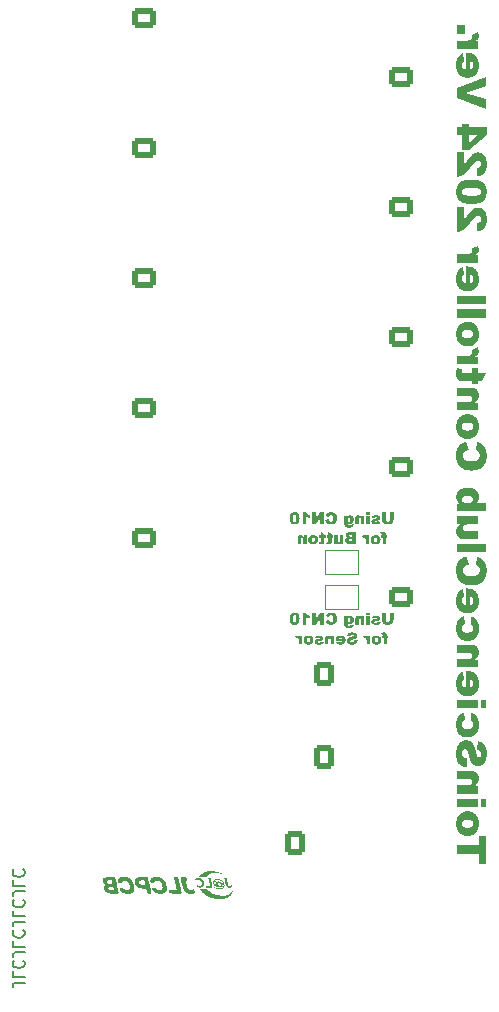
<source format=gbr>
%TF.GenerationSoftware,KiCad,Pcbnew,7.0.6*%
%TF.CreationDate,2023-12-18T00:28:03+09:00*%
%TF.ProjectId,Controller_20220713_TOINIOT2,436f6e74-726f-46c6-9c65-725f32303232,rev?*%
%TF.SameCoordinates,Original*%
%TF.FileFunction,Legend,Bot*%
%TF.FilePolarity,Positive*%
%FSLAX46Y46*%
G04 Gerber Fmt 4.6, Leading zero omitted, Abs format (unit mm)*
G04 Created by KiCad (PCBNEW 7.0.6) date 2023-12-18 00:28:03*
%MOMM*%
%LPD*%
G01*
G04 APERTURE LIST*
G04 Aperture macros list*
%AMRoundRect*
0 Rectangle with rounded corners*
0 $1 Rounding radius*
0 $2 $3 $4 $5 $6 $7 $8 $9 X,Y pos of 4 corners*
0 Add a 4 corners polygon primitive as box body*
4,1,4,$2,$3,$4,$5,$6,$7,$8,$9,$2,$3,0*
0 Add four circle primitives for the rounded corners*
1,1,$1+$1,$2,$3*
1,1,$1+$1,$4,$5*
1,1,$1+$1,$6,$7*
1,1,$1+$1,$8,$9*
0 Add four rect primitives between the rounded corners*
20,1,$1+$1,$2,$3,$4,$5,0*
20,1,$1+$1,$4,$5,$6,$7,0*
20,1,$1+$1,$6,$7,$8,$9,0*
20,1,$1+$1,$8,$9,$2,$3,0*%
G04 Aperture macros list end*
%ADD10C,0.000000*%
%ADD11C,0.150000*%
%ADD12C,0.120000*%
%ADD13C,3.200000*%
%ADD14RoundRect,0.250000X-0.725000X0.600000X-0.725000X-0.600000X0.725000X-0.600000X0.725000X0.600000X0*%
%ADD15O,1.950000X1.700000*%
%ADD16RoundRect,0.250000X-0.600000X-0.725000X0.600000X-0.725000X0.600000X0.725000X-0.600000X0.725000X0*%
%ADD17O,1.700000X1.950000*%
%ADD18RoundRect,0.250000X0.600000X0.725000X-0.600000X0.725000X-0.600000X-0.725000X0.600000X-0.725000X0*%
%ADD19O,1.512000X2.300000*%
%ADD20R,1.600000X1.600000*%
%ADD21C,1.600000*%
%ADD22RoundRect,0.250000X0.725000X-0.600000X0.725000X0.600000X-0.725000X0.600000X-0.725000X-0.600000X0*%
%ADD23O,1.600000X1.600000*%
%ADD24C,1.524000*%
%ADD25RoundRect,0.250000X0.750000X-0.600000X0.750000X0.600000X-0.750000X0.600000X-0.750000X-0.600000X0*%
%ADD26O,2.000000X1.700000*%
%ADD27R,1.000000X1.500000*%
G04 APERTURE END LIST*
D10*
G36*
X25886464Y-99187573D02*
G01*
X25920573Y-99189776D01*
X25953286Y-99192694D01*
X25984155Y-99196323D01*
X26012731Y-99200659D01*
X26038567Y-99205698D01*
X26061214Y-99211435D01*
X26099435Y-99223432D01*
X26136796Y-99237160D01*
X26173232Y-99252568D01*
X26208675Y-99269599D01*
X26243059Y-99288202D01*
X26276320Y-99308322D01*
X26308389Y-99329906D01*
X26339202Y-99352899D01*
X26368692Y-99377248D01*
X26396793Y-99402900D01*
X26423439Y-99429800D01*
X26448563Y-99457895D01*
X26472100Y-99487130D01*
X26493983Y-99517453D01*
X26514147Y-99548810D01*
X26532524Y-99581146D01*
X26545042Y-99606650D01*
X26558117Y-99638134D01*
X26571548Y-99674731D01*
X26585132Y-99715577D01*
X26611949Y-99806546D01*
X26636947Y-99904114D01*
X26658505Y-100001351D01*
X26675003Y-100091329D01*
X26680848Y-100131430D01*
X26684820Y-100167118D01*
X26686717Y-100197527D01*
X26686336Y-100221791D01*
X26683500Y-100247498D01*
X26679243Y-100272488D01*
X26673592Y-100296744D01*
X26666572Y-100320252D01*
X26658210Y-100342995D01*
X26648530Y-100364960D01*
X26637561Y-100386131D01*
X26625327Y-100406492D01*
X26611856Y-100426028D01*
X26597172Y-100444725D01*
X26581302Y-100462566D01*
X26564272Y-100479536D01*
X26546108Y-100495621D01*
X26526837Y-100510805D01*
X26506484Y-100525073D01*
X26485076Y-100538409D01*
X26462638Y-100550798D01*
X26439197Y-100562226D01*
X26414779Y-100572676D01*
X26389410Y-100582134D01*
X26363115Y-100590584D01*
X26335922Y-100598011D01*
X26307856Y-100604400D01*
X26278943Y-100609736D01*
X26249210Y-100614003D01*
X26218682Y-100617186D01*
X26187386Y-100619270D01*
X26155347Y-100620239D01*
X26122592Y-100620079D01*
X26089147Y-100618774D01*
X26055038Y-100616309D01*
X26020291Y-100612669D01*
X25992725Y-100608529D01*
X25963538Y-100603629D01*
X25933624Y-100598133D01*
X25903875Y-100592207D01*
X25875184Y-100586017D01*
X25848444Y-100579728D01*
X25824549Y-100573505D01*
X25804391Y-100567513D01*
X25773699Y-100556052D01*
X25743600Y-100542896D01*
X25714192Y-100528135D01*
X25685571Y-100511862D01*
X25657835Y-100494167D01*
X25631081Y-100475140D01*
X25605405Y-100454873D01*
X25580906Y-100433457D01*
X25557680Y-100410983D01*
X25535825Y-100387541D01*
X25515437Y-100363223D01*
X25496614Y-100338119D01*
X25479453Y-100312321D01*
X25464051Y-100285919D01*
X25450505Y-100259005D01*
X25438913Y-100231668D01*
X25431507Y-100211422D01*
X25428604Y-100203025D01*
X25426235Y-100195641D01*
X25424404Y-100189166D01*
X25423113Y-100183498D01*
X25422363Y-100178532D01*
X25422157Y-100174166D01*
X25422258Y-100172175D01*
X25422496Y-100170296D01*
X25422871Y-100168514D01*
X25423383Y-100166818D01*
X25424033Y-100165194D01*
X25424820Y-100163630D01*
X25425745Y-100162112D01*
X25426809Y-100160628D01*
X25429352Y-100157708D01*
X25432450Y-100154768D01*
X25436107Y-100151704D01*
X25440325Y-100148413D01*
X25444179Y-100146114D01*
X25448871Y-100143978D01*
X25454411Y-100142004D01*
X25460808Y-100140189D01*
X25468073Y-100138531D01*
X25476217Y-100137028D01*
X25485250Y-100135678D01*
X25495181Y-100134478D01*
X25506023Y-100133428D01*
X25517784Y-100132524D01*
X25530475Y-100131765D01*
X25544107Y-100131149D01*
X25558690Y-100130673D01*
X25574234Y-100130336D01*
X25608246Y-100130069D01*
X25747947Y-100130069D01*
X25819913Y-100206268D01*
X25830646Y-100217391D01*
X25840689Y-100227518D01*
X25850144Y-100236710D01*
X25859116Y-100245030D01*
X25867707Y-100252540D01*
X25876022Y-100259301D01*
X25884162Y-100265376D01*
X25892233Y-100270827D01*
X25900336Y-100275715D01*
X25908576Y-100280104D01*
X25917056Y-100284054D01*
X25925879Y-100287628D01*
X25935148Y-100290888D01*
X25944968Y-100293895D01*
X25955440Y-100296713D01*
X25966669Y-100299402D01*
X25986579Y-100303438D01*
X26006558Y-100306559D01*
X26026507Y-100308775D01*
X26046331Y-100310095D01*
X26065931Y-100310531D01*
X26085211Y-100310093D01*
X26104073Y-100308790D01*
X26122420Y-100306634D01*
X26140156Y-100303634D01*
X26157183Y-100299801D01*
X26173403Y-100295146D01*
X26188720Y-100289678D01*
X26203037Y-100283409D01*
X26216256Y-100276347D01*
X26228281Y-100268504D01*
X26239013Y-100259891D01*
X26246070Y-100253306D01*
X26252690Y-100246500D01*
X26258872Y-100239453D01*
X26264617Y-100232143D01*
X26269927Y-100224547D01*
X26274800Y-100216644D01*
X26279239Y-100208412D01*
X26283243Y-100199830D01*
X26286813Y-100190876D01*
X26289949Y-100181529D01*
X26292652Y-100171765D01*
X26294923Y-100161565D01*
X26296762Y-100150906D01*
X26298169Y-100139766D01*
X26299145Y-100128124D01*
X26299691Y-100115957D01*
X26299807Y-100103246D01*
X26299493Y-100089966D01*
X26298751Y-100076098D01*
X26297580Y-100061619D01*
X26295981Y-100046507D01*
X26293955Y-100030741D01*
X26288623Y-99997160D01*
X26281587Y-99960701D01*
X26272852Y-99921191D01*
X26262423Y-99878457D01*
X26250302Y-99832324D01*
X26238431Y-99792571D01*
X26225048Y-99755339D01*
X26210165Y-99720632D01*
X26193792Y-99688457D01*
X26175938Y-99658820D01*
X26166460Y-99644956D01*
X26156615Y-99631729D01*
X26146406Y-99619139D01*
X26135833Y-99607187D01*
X26124897Y-99595875D01*
X26113601Y-99585203D01*
X26101945Y-99575172D01*
X26089931Y-99565782D01*
X26077559Y-99557035D01*
X26064832Y-99548931D01*
X26051751Y-99541470D01*
X26038316Y-99534654D01*
X26024529Y-99528484D01*
X26010391Y-99522960D01*
X25995905Y-99518083D01*
X25981070Y-99513854D01*
X25965888Y-99510273D01*
X25950361Y-99507341D01*
X25934490Y-99505060D01*
X25918276Y-99503429D01*
X25901721Y-99502451D01*
X25884825Y-99502124D01*
X25864524Y-99502708D01*
X25845388Y-99503951D01*
X25827355Y-99505885D01*
X25810366Y-99508540D01*
X25794361Y-99511948D01*
X25779280Y-99516139D01*
X25765064Y-99521144D01*
X25751651Y-99526995D01*
X25738982Y-99533722D01*
X25726998Y-99541357D01*
X25715638Y-99549930D01*
X25704842Y-99559472D01*
X25694550Y-99570016D01*
X25684703Y-99581590D01*
X25675241Y-99594227D01*
X25666103Y-99607957D01*
X25630824Y-99664402D01*
X25471369Y-99664402D01*
X25433867Y-99664137D01*
X25400748Y-99663344D01*
X25372026Y-99662021D01*
X25347721Y-99660169D01*
X25327847Y-99657787D01*
X25319577Y-99656398D01*
X25312421Y-99654877D01*
X25306381Y-99653223D01*
X25301460Y-99651437D01*
X25297659Y-99649519D01*
X25294980Y-99647469D01*
X25294063Y-99646440D01*
X25293162Y-99645211D01*
X25292280Y-99643787D01*
X25291417Y-99642174D01*
X25289750Y-99638405D01*
X25288167Y-99633953D01*
X25286676Y-99628863D01*
X25285281Y-99623185D01*
X25283991Y-99616965D01*
X25282809Y-99610250D01*
X25281744Y-99603090D01*
X25280800Y-99595530D01*
X25279985Y-99587619D01*
X25279303Y-99579404D01*
X25278763Y-99570933D01*
X25278369Y-99562253D01*
X25278128Y-99553412D01*
X25278047Y-99544457D01*
X25279172Y-99512129D01*
X25280578Y-99496522D01*
X25282547Y-99481288D01*
X25285080Y-99466426D01*
X25288176Y-99451936D01*
X25291836Y-99437818D01*
X25296060Y-99424072D01*
X25300849Y-99410698D01*
X25306202Y-99397696D01*
X25312120Y-99385067D01*
X25318602Y-99372809D01*
X25325651Y-99360923D01*
X25333264Y-99349410D01*
X25341444Y-99338268D01*
X25350190Y-99327499D01*
X25359502Y-99317102D01*
X25369381Y-99307077D01*
X25379826Y-99297423D01*
X25390839Y-99288142D01*
X25402419Y-99279233D01*
X25414567Y-99270696D01*
X25427283Y-99262531D01*
X25440567Y-99254739D01*
X25454420Y-99247318D01*
X25468841Y-99240269D01*
X25499390Y-99227288D01*
X25532217Y-99215795D01*
X25567325Y-99205791D01*
X25590715Y-99200614D01*
X25617196Y-99196194D01*
X25646318Y-99192526D01*
X25677634Y-99189607D01*
X25710694Y-99187432D01*
X25745050Y-99185997D01*
X25815857Y-99185330D01*
X25886464Y-99187573D01*
G37*
G36*
X34115836Y-99885946D02*
G01*
X34116259Y-99895785D01*
X34116445Y-99904729D01*
X34116354Y-99912875D01*
X34115946Y-99920320D01*
X34115183Y-99927162D01*
X34114025Y-99933497D01*
X34112433Y-99939423D01*
X34111462Y-99942263D01*
X34110368Y-99945037D01*
X34109145Y-99947757D01*
X34107790Y-99950435D01*
X34104660Y-99955716D01*
X34100939Y-99960977D01*
X34096587Y-99966313D01*
X34091566Y-99971824D01*
X34085836Y-99977605D01*
X34079357Y-99983754D01*
X34072091Y-99990368D01*
X34061966Y-99998869D01*
X34056843Y-100002747D01*
X34051674Y-100006379D01*
X34046456Y-100009763D01*
X34041185Y-100012900D01*
X34035855Y-100015792D01*
X34030464Y-100018436D01*
X34025006Y-100020835D01*
X34019478Y-100022988D01*
X34013875Y-100024896D01*
X34008194Y-100026559D01*
X34002431Y-100027976D01*
X33996580Y-100029149D01*
X33990639Y-100030077D01*
X33984602Y-100030762D01*
X33978467Y-100031202D01*
X33972228Y-100031399D01*
X33965881Y-100031352D01*
X33959423Y-100031062D01*
X33952849Y-100030529D01*
X33946155Y-100029754D01*
X33932391Y-100027476D01*
X33918098Y-100024231D01*
X33903243Y-100020021D01*
X33887793Y-100014848D01*
X33871714Y-100008713D01*
X33853333Y-100001365D01*
X33845697Y-99998524D01*
X33838971Y-99996233D01*
X33833065Y-99994488D01*
X33827884Y-99993284D01*
X33823335Y-99992618D01*
X33821269Y-99992485D01*
X33819326Y-99992485D01*
X33817495Y-99992617D01*
X33815763Y-99992881D01*
X33814121Y-99993277D01*
X33812554Y-99993803D01*
X33811053Y-99994459D01*
X33809606Y-99995245D01*
X33808200Y-99996160D01*
X33806824Y-99997204D01*
X33804118Y-99999675D01*
X33801392Y-100002655D01*
X33798555Y-100006140D01*
X33795514Y-100010124D01*
X33794057Y-100012055D01*
X33792592Y-100013880D01*
X33791111Y-100015601D01*
X33789605Y-100017218D01*
X33788065Y-100018735D01*
X33786485Y-100020151D01*
X33784854Y-100021470D01*
X33783166Y-100022692D01*
X33781412Y-100023819D01*
X33779583Y-100024852D01*
X33777672Y-100025793D01*
X33775670Y-100026644D01*
X33773568Y-100027406D01*
X33771359Y-100028081D01*
X33769035Y-100028669D01*
X33766586Y-100029174D01*
X33764005Y-100029596D01*
X33761283Y-100029937D01*
X33758413Y-100030198D01*
X33755385Y-100030381D01*
X33752192Y-100030488D01*
X33748826Y-100030520D01*
X33745277Y-100030478D01*
X33741539Y-100030365D01*
X33733458Y-100029929D01*
X33724517Y-100029224D01*
X33714650Y-100028263D01*
X33703791Y-100027057D01*
X33686046Y-100024584D01*
X33668542Y-100021407D01*
X33651294Y-100017542D01*
X33634322Y-100013007D01*
X33617640Y-100007816D01*
X33601267Y-100001986D01*
X33585220Y-99995533D01*
X33569515Y-99988472D01*
X33539202Y-99972594D01*
X33510464Y-99954479D01*
X33483437Y-99934255D01*
X33458258Y-99912052D01*
X33435063Y-99887996D01*
X33424253Y-99875314D01*
X33413990Y-99862216D01*
X33404291Y-99848720D01*
X33395173Y-99834841D01*
X33386654Y-99820595D01*
X33378751Y-99805998D01*
X33371480Y-99791066D01*
X33364858Y-99775816D01*
X33358903Y-99760262D01*
X33353632Y-99744422D01*
X33349061Y-99728311D01*
X33345209Y-99711945D01*
X33342091Y-99695340D01*
X33339725Y-99678513D01*
X33338570Y-99666646D01*
X33338010Y-99654864D01*
X33338037Y-99643180D01*
X33338642Y-99631605D01*
X33339816Y-99620149D01*
X33341551Y-99608824D01*
X33343838Y-99597642D01*
X33346670Y-99586614D01*
X33350037Y-99575752D01*
X33353931Y-99565066D01*
X33358343Y-99554568D01*
X33363264Y-99544270D01*
X33368687Y-99534183D01*
X33374603Y-99524317D01*
X33381003Y-99514686D01*
X33387879Y-99505299D01*
X33395222Y-99496169D01*
X33403023Y-99487306D01*
X33411275Y-99478722D01*
X33419968Y-99470429D01*
X33429094Y-99462438D01*
X33438645Y-99454760D01*
X33448611Y-99447406D01*
X33458986Y-99440388D01*
X33469759Y-99433717D01*
X33480922Y-99427405D01*
X33492468Y-99421464D01*
X33504386Y-99415903D01*
X33516670Y-99410735D01*
X33529310Y-99405971D01*
X33542298Y-99401623D01*
X33555625Y-99397702D01*
X33572236Y-99393565D01*
X33590682Y-99390142D01*
X33610716Y-99387417D01*
X33632089Y-99385377D01*
X33654554Y-99384006D01*
X33677862Y-99383290D01*
X33701766Y-99383216D01*
X33726016Y-99383767D01*
X33750366Y-99384931D01*
X33774567Y-99386691D01*
X33798372Y-99389035D01*
X33821531Y-99391947D01*
X33843797Y-99395413D01*
X33864923Y-99399419D01*
X33884659Y-99403950D01*
X33902758Y-99408991D01*
X33943908Y-99423614D01*
X33983183Y-99440451D01*
X34020528Y-99459434D01*
X34055886Y-99480494D01*
X34089201Y-99503564D01*
X34120419Y-99528574D01*
X34149483Y-99555457D01*
X34176337Y-99584145D01*
X34200926Y-99614569D01*
X34223193Y-99646661D01*
X34243084Y-99680353D01*
X34260541Y-99715577D01*
X34275509Y-99752264D01*
X34287934Y-99790346D01*
X34297757Y-99829756D01*
X34304925Y-99870424D01*
X34306360Y-99883221D01*
X34307233Y-99895941D01*
X34307549Y-99908571D01*
X34307317Y-99921100D01*
X34306543Y-99933516D01*
X34305235Y-99945809D01*
X34303399Y-99957965D01*
X34301044Y-99969973D01*
X34298176Y-99981823D01*
X34294803Y-99993502D01*
X34290932Y-100004998D01*
X34286569Y-100016300D01*
X34276401Y-100038276D01*
X34264355Y-100059337D01*
X34250491Y-100079388D01*
X34234865Y-100098338D01*
X34217536Y-100116093D01*
X34198562Y-100132560D01*
X34178000Y-100147646D01*
X34155909Y-100161259D01*
X34132346Y-100173305D01*
X34120031Y-100178711D01*
X34107369Y-100183691D01*
X34065207Y-100197742D01*
X34021030Y-100208721D01*
X33975269Y-100216700D01*
X33928356Y-100221747D01*
X33880725Y-100223933D01*
X33832806Y-100223329D01*
X33785032Y-100220004D01*
X33737834Y-100214030D01*
X33691646Y-100205475D01*
X33646898Y-100194412D01*
X33604022Y-100180909D01*
X33563452Y-100165038D01*
X33525618Y-100146868D01*
X33490953Y-100126469D01*
X33459889Y-100103913D01*
X33445843Y-100091847D01*
X33432858Y-100079269D01*
X33386291Y-100031291D01*
X33422980Y-100031291D01*
X33427055Y-100031535D01*
X33431830Y-100032253D01*
X33437246Y-100033421D01*
X33443243Y-100035017D01*
X33449761Y-100037018D01*
X33456739Y-100039402D01*
X33464119Y-100042145D01*
X33471840Y-100045225D01*
X33479842Y-100048620D01*
X33488065Y-100052306D01*
X33496449Y-100056260D01*
X33504935Y-100060461D01*
X33513462Y-100064885D01*
X33521970Y-100069509D01*
X33530400Y-100074311D01*
X33538691Y-100079269D01*
X33562587Y-100092678D01*
X33587639Y-100104850D01*
X33613750Y-100115775D01*
X33640820Y-100125438D01*
X33668751Y-100133829D01*
X33697441Y-100140933D01*
X33726794Y-100146739D01*
X33756708Y-100151235D01*
X33787085Y-100154408D01*
X33817827Y-100156246D01*
X33848833Y-100156736D01*
X33880004Y-100155865D01*
X33911241Y-100153623D01*
X33942445Y-100149995D01*
X33973518Y-100144970D01*
X34004358Y-100138535D01*
X34030550Y-100131609D01*
X34055141Y-100123537D01*
X34078121Y-100114332D01*
X34099476Y-100104007D01*
X34109540Y-100098428D01*
X34119193Y-100092574D01*
X34128434Y-100086446D01*
X34137262Y-100080046D01*
X34145673Y-100073375D01*
X34153668Y-100066434D01*
X34161244Y-100059226D01*
X34168400Y-100051752D01*
X34175134Y-100044013D01*
X34181445Y-100036011D01*
X34187331Y-100027748D01*
X34192791Y-100019225D01*
X34197823Y-100010443D01*
X34202426Y-100001405D01*
X34206597Y-99992111D01*
X34210336Y-99982563D01*
X34213641Y-99972764D01*
X34216510Y-99962713D01*
X34218943Y-99952414D01*
X34220936Y-99941867D01*
X34222489Y-99931074D01*
X34223600Y-99920037D01*
X34224268Y-99908757D01*
X34224491Y-99897235D01*
X34223424Y-99866770D01*
X34220250Y-99836805D01*
X34215013Y-99807411D01*
X34207756Y-99778658D01*
X34198524Y-99750615D01*
X34187359Y-99723354D01*
X34174304Y-99696945D01*
X34159404Y-99671457D01*
X34142701Y-99646962D01*
X34124239Y-99623529D01*
X34104061Y-99601229D01*
X34082212Y-99580132D01*
X34058733Y-99560308D01*
X34033669Y-99541828D01*
X34007063Y-99524762D01*
X33978958Y-99509180D01*
X33963274Y-99501183D01*
X33948864Y-99494085D01*
X33935485Y-99487826D01*
X33922888Y-99482346D01*
X33910830Y-99477586D01*
X33899062Y-99473486D01*
X33887340Y-99469984D01*
X33875418Y-99467023D01*
X33863049Y-99464540D01*
X33849987Y-99462478D01*
X33835988Y-99460775D01*
X33820803Y-99459372D01*
X33804189Y-99458208D01*
X33785898Y-99457225D01*
X33743303Y-99455557D01*
X33701983Y-99454334D01*
X33668073Y-99453970D01*
X33653441Y-99454172D01*
X33640115Y-99454664D01*
X33627914Y-99455471D01*
X33616655Y-99456616D01*
X33606157Y-99458125D01*
X33596238Y-99460022D01*
X33586716Y-99462333D01*
X33577409Y-99465082D01*
X33568134Y-99468295D01*
X33558711Y-99471995D01*
X33538691Y-99480957D01*
X33532018Y-99484573D01*
X33525258Y-99488515D01*
X33518457Y-99492746D01*
X33511660Y-99497229D01*
X33504912Y-99501928D01*
X33498260Y-99506804D01*
X33491748Y-99511821D01*
X33485422Y-99516941D01*
X33479328Y-99522127D01*
X33473510Y-99527342D01*
X33468015Y-99532549D01*
X33462888Y-99537711D01*
X33458175Y-99542789D01*
X33453920Y-99547748D01*
X33450170Y-99552550D01*
X33446969Y-99557157D01*
X33441014Y-99567830D01*
X33435839Y-99578921D01*
X33431432Y-99590394D01*
X33427779Y-99602214D01*
X33424866Y-99614343D01*
X33422682Y-99626747D01*
X33421213Y-99639388D01*
X33420445Y-99652231D01*
X33420365Y-99665239D01*
X33420960Y-99678377D01*
X33422218Y-99691607D01*
X33424124Y-99704894D01*
X33426666Y-99718202D01*
X33429830Y-99731494D01*
X33437973Y-99757888D01*
X33448448Y-99783785D01*
X33461149Y-99808897D01*
X33475971Y-99832935D01*
X33484144Y-99844460D01*
X33492808Y-99855607D01*
X33501950Y-99866342D01*
X33511555Y-99876627D01*
X33521612Y-99886426D01*
X33532107Y-99895703D01*
X33543027Y-99904422D01*
X33554358Y-99912547D01*
X33566088Y-99920041D01*
X33578202Y-99926869D01*
X33586722Y-99931102D01*
X33595290Y-99934806D01*
X33603826Y-99937981D01*
X33612246Y-99940627D01*
X33620467Y-99942743D01*
X33628407Y-99944331D01*
X33635984Y-99945389D01*
X33643114Y-99945918D01*
X33649714Y-99945918D01*
X33655703Y-99945389D01*
X33660998Y-99944331D01*
X33663359Y-99943603D01*
X33665515Y-99942744D01*
X33667456Y-99941751D01*
X33669172Y-99940627D01*
X33670653Y-99939370D01*
X33671887Y-99937981D01*
X33672865Y-99936460D01*
X33673576Y-99934806D01*
X33674011Y-99933020D01*
X33674158Y-99931102D01*
X33673767Y-99928637D01*
X33672620Y-99924479D01*
X33668205Y-99911457D01*
X33661210Y-99892779D01*
X33651933Y-99869189D01*
X33640672Y-99841433D01*
X33627724Y-99810253D01*
X33613387Y-99776395D01*
X33597958Y-99740602D01*
X33587318Y-99716613D01*
X33716491Y-99716613D01*
X33716822Y-99726625D01*
X33717796Y-99736795D01*
X33719389Y-99747094D01*
X33721574Y-99757488D01*
X33724325Y-99767948D01*
X33727616Y-99778442D01*
X33735718Y-99799406D01*
X33745671Y-99820129D01*
X33757270Y-99840364D01*
X33770308Y-99859858D01*
X33784577Y-99878362D01*
X33799872Y-99895625D01*
X33815986Y-99911399D01*
X33832711Y-99925432D01*
X33849841Y-99937474D01*
X33858494Y-99942671D01*
X33867170Y-99947276D01*
X33875844Y-99951258D01*
X33884491Y-99954586D01*
X33893083Y-99957230D01*
X33901596Y-99959156D01*
X33910004Y-99960335D01*
X33918280Y-99960735D01*
X33928950Y-99960482D01*
X33938752Y-99959702D01*
X33943336Y-99959104D01*
X33947711Y-99958363D01*
X33951882Y-99957475D01*
X33955851Y-99956436D01*
X33959622Y-99955241D01*
X33963197Y-99953888D01*
X33966581Y-99952372D01*
X33969775Y-99950689D01*
X33972783Y-99948836D01*
X33975608Y-99946808D01*
X33978253Y-99944602D01*
X33980722Y-99942214D01*
X33983017Y-99939640D01*
X33985141Y-99936876D01*
X33987098Y-99933918D01*
X33988891Y-99930763D01*
X33990522Y-99927406D01*
X33991996Y-99923843D01*
X33993314Y-99920072D01*
X33994480Y-99916087D01*
X33995498Y-99911885D01*
X33996370Y-99907462D01*
X33997099Y-99902814D01*
X33997688Y-99897938D01*
X33998461Y-99887484D01*
X33998714Y-99876069D01*
X33998109Y-99861187D01*
X33996587Y-99846466D01*
X33994190Y-99831939D01*
X33990961Y-99817642D01*
X33986941Y-99803611D01*
X33982172Y-99789882D01*
X33976697Y-99776488D01*
X33970558Y-99763466D01*
X33963796Y-99750852D01*
X33956454Y-99738680D01*
X33948575Y-99726986D01*
X33940199Y-99715805D01*
X33931370Y-99705174D01*
X33922129Y-99695126D01*
X33912519Y-99685698D01*
X33902582Y-99676925D01*
X33892359Y-99668843D01*
X33881893Y-99661486D01*
X33871226Y-99654891D01*
X33860400Y-99649092D01*
X33849457Y-99644125D01*
X33838440Y-99640025D01*
X33827390Y-99636829D01*
X33816349Y-99634570D01*
X33805361Y-99633285D01*
X33794466Y-99633009D01*
X33783707Y-99633777D01*
X33773126Y-99635626D01*
X33762765Y-99638589D01*
X33752667Y-99642703D01*
X33742872Y-99648003D01*
X33733425Y-99654524D01*
X33732631Y-99655247D01*
X33731839Y-99656089D01*
X33731050Y-99657048D01*
X33730266Y-99658118D01*
X33728718Y-99660576D01*
X33727207Y-99663432D01*
X33725746Y-99666651D01*
X33724346Y-99670201D01*
X33723021Y-99674048D01*
X33721783Y-99678160D01*
X33720644Y-99682504D01*
X33719617Y-99687046D01*
X33718713Y-99691753D01*
X33717947Y-99696593D01*
X33717329Y-99701532D01*
X33716872Y-99706537D01*
X33716588Y-99711575D01*
X33716491Y-99716613D01*
X33587318Y-99716613D01*
X33520347Y-99565624D01*
X33569736Y-99565624D01*
X33575056Y-99565754D01*
X33580413Y-99566137D01*
X33585778Y-99566759D01*
X33591123Y-99567608D01*
X33596418Y-99568673D01*
X33601635Y-99569940D01*
X33606744Y-99571397D01*
X33611716Y-99573032D01*
X33616524Y-99574833D01*
X33621137Y-99576786D01*
X33625526Y-99578880D01*
X33629664Y-99581102D01*
X33633520Y-99583440D01*
X33637067Y-99585881D01*
X33640274Y-99588413D01*
X33643114Y-99591024D01*
X33647608Y-99595489D01*
X33651622Y-99599358D01*
X33655234Y-99602633D01*
X33656915Y-99604046D01*
X33658526Y-99605312D01*
X33660076Y-99606428D01*
X33661578Y-99607395D01*
X33663039Y-99608214D01*
X33664470Y-99608883D01*
X33665882Y-99609404D01*
X33667285Y-99609776D01*
X33668688Y-99610000D01*
X33670101Y-99610074D01*
X33671535Y-99610000D01*
X33673000Y-99609776D01*
X33674506Y-99609404D01*
X33676062Y-99608883D01*
X33677680Y-99608214D01*
X33679369Y-99607395D01*
X33681138Y-99606428D01*
X33682999Y-99605312D01*
X33684962Y-99604046D01*
X33687035Y-99602633D01*
X33691557Y-99599358D01*
X33696645Y-99595489D01*
X33702380Y-99591024D01*
X33706013Y-99588413D01*
X33710014Y-99585881D01*
X33714355Y-99583440D01*
X33719005Y-99581102D01*
X33723936Y-99578880D01*
X33729120Y-99576786D01*
X33734526Y-99574833D01*
X33740127Y-99573032D01*
X33745894Y-99571397D01*
X33751797Y-99569940D01*
X33757807Y-99568673D01*
X33763896Y-99567608D01*
X33770034Y-99566759D01*
X33776193Y-99566137D01*
X33782344Y-99565754D01*
X33788458Y-99565624D01*
X33803162Y-99566090D01*
X33817885Y-99567470D01*
X33832596Y-99569732D01*
X33847264Y-99572848D01*
X33861859Y-99576787D01*
X33876350Y-99581521D01*
X33890706Y-99587019D01*
X33904897Y-99593251D01*
X33918891Y-99600188D01*
X33932658Y-99607801D01*
X33946167Y-99616059D01*
X33959387Y-99624932D01*
X33972288Y-99634392D01*
X33984839Y-99644408D01*
X33997009Y-99654950D01*
X34008768Y-99665989D01*
X34020084Y-99677496D01*
X34030927Y-99689440D01*
X34041266Y-99701791D01*
X34051071Y-99714521D01*
X34060310Y-99727599D01*
X34068953Y-99740996D01*
X34076970Y-99754681D01*
X34084328Y-99768626D01*
X34090999Y-99782800D01*
X34096950Y-99797173D01*
X34102152Y-99811717D01*
X34106573Y-99826401D01*
X34110182Y-99841196D01*
X34112950Y-99856071D01*
X34114845Y-99870998D01*
X34115181Y-99876069D01*
X34115836Y-99885946D01*
G37*
G36*
X32899458Y-100266946D02*
G01*
X32943222Y-100318305D01*
X32990345Y-100367063D01*
X33040780Y-100413201D01*
X33094478Y-100456697D01*
X33151393Y-100497530D01*
X33211476Y-100535680D01*
X33274681Y-100571127D01*
X33340959Y-100603849D01*
X33410264Y-100633826D01*
X33482547Y-100661038D01*
X33557762Y-100685463D01*
X33635860Y-100707081D01*
X33716793Y-100725871D01*
X33800516Y-100741813D01*
X33886979Y-100754886D01*
X33976136Y-100765069D01*
X34064770Y-100771492D01*
X34150681Y-100773329D01*
X34233760Y-100770622D01*
X34313898Y-100763415D01*
X34390986Y-100751752D01*
X34464912Y-100735675D01*
X34535569Y-100715229D01*
X34602846Y-100690456D01*
X34666633Y-100661401D01*
X34726822Y-100628105D01*
X34783303Y-100590614D01*
X34835965Y-100548970D01*
X34884701Y-100503217D01*
X34929399Y-100453398D01*
X34969951Y-100399556D01*
X35006247Y-100341735D01*
X35020223Y-100317517D01*
X35025809Y-100308345D01*
X35030478Y-100301188D01*
X35034247Y-100296089D01*
X35035798Y-100294326D01*
X35037129Y-100293093D01*
X35038242Y-100292397D01*
X35039138Y-100292243D01*
X35039820Y-100292635D01*
X35040290Y-100293581D01*
X35040549Y-100295085D01*
X35040598Y-100297152D01*
X35040441Y-100299788D01*
X35040078Y-100302999D01*
X35038743Y-100311164D01*
X35036608Y-100321693D01*
X35033687Y-100334628D01*
X35029996Y-100350012D01*
X35020358Y-100388302D01*
X35011953Y-100418523D01*
X35002611Y-100448068D01*
X34992328Y-100476942D01*
X34981103Y-100505146D01*
X34968932Y-100532683D01*
X34955813Y-100559557D01*
X34941742Y-100585769D01*
X34926718Y-100611324D01*
X34910736Y-100636223D01*
X34893794Y-100660470D01*
X34875889Y-100684067D01*
X34857019Y-100707017D01*
X34837181Y-100729324D01*
X34816371Y-100750989D01*
X34794587Y-100772017D01*
X34771826Y-100792409D01*
X34748085Y-100812168D01*
X34723362Y-100831298D01*
X34697653Y-100849801D01*
X34670956Y-100867680D01*
X34614586Y-100901577D01*
X34554228Y-100933013D01*
X34489861Y-100962009D01*
X34421460Y-100988589D01*
X34349004Y-101012775D01*
X34272469Y-101034591D01*
X34236770Y-101043025D01*
X34197680Y-101050336D01*
X34155614Y-101056527D01*
X34110985Y-101061600D01*
X34064206Y-101065557D01*
X34015691Y-101068400D01*
X33965853Y-101070130D01*
X33915105Y-101070751D01*
X33863861Y-101070263D01*
X33812535Y-101068670D01*
X33761539Y-101065973D01*
X33711288Y-101062174D01*
X33662194Y-101057275D01*
X33614671Y-101051279D01*
X33569132Y-101044187D01*
X33525991Y-101036002D01*
X33430605Y-101014163D01*
X33337638Y-100989419D01*
X33247165Y-100961805D01*
X33159257Y-100931359D01*
X33073986Y-100898119D01*
X32991425Y-100862121D01*
X32911647Y-100823403D01*
X32834723Y-100782002D01*
X32760726Y-100737955D01*
X32689729Y-100691299D01*
X32621803Y-100642072D01*
X32557021Y-100590311D01*
X32495455Y-100536053D01*
X32437178Y-100479335D01*
X32382263Y-100420194D01*
X32330780Y-100358668D01*
X32313852Y-100336738D01*
X32297222Y-100314726D01*
X32281320Y-100293209D01*
X32266575Y-100272767D01*
X32253417Y-100253979D01*
X32242277Y-100237423D01*
X32233585Y-100223679D01*
X32227769Y-100213324D01*
X32205191Y-100172402D01*
X32823258Y-100172402D01*
X32899458Y-100266946D01*
G37*
G36*
X30252731Y-99197784D02*
G01*
X30281005Y-99199086D01*
X30306806Y-99201050D01*
X30329266Y-99203685D01*
X30347518Y-99206995D01*
X30360694Y-99210988D01*
X30365106Y-99213242D01*
X30367924Y-99215668D01*
X30369868Y-99219113D01*
X30372494Y-99225629D01*
X30379610Y-99247198D01*
X30388909Y-99279020D01*
X30400027Y-99319738D01*
X30412601Y-99367997D01*
X30426265Y-99422440D01*
X30440658Y-99481713D01*
X30455414Y-99544457D01*
X30613458Y-100206268D01*
X30645825Y-100344227D01*
X30671313Y-100460092D01*
X30680651Y-100505978D01*
X30687277Y-100541826D01*
X30690860Y-100566132D01*
X30691407Y-100573486D01*
X30691069Y-100577391D01*
X30690152Y-100578809D01*
X30688691Y-100580154D01*
X30686640Y-100581427D01*
X30683950Y-100582630D01*
X30680576Y-100583763D01*
X30676469Y-100584829D01*
X30671582Y-100585828D01*
X30665868Y-100586761D01*
X30651769Y-100588437D01*
X30633795Y-100589868D01*
X30611567Y-100591062D01*
X30584707Y-100592031D01*
X30552836Y-100592785D01*
X30515576Y-100593335D01*
X30472549Y-100593690D01*
X30423377Y-100593861D01*
X30305083Y-100593693D01*
X30157669Y-100592913D01*
X29631325Y-100588680D01*
X29598869Y-100456035D01*
X29590794Y-100421766D01*
X29584537Y-100392756D01*
X29580067Y-100368574D01*
X29578491Y-100358159D01*
X29577350Y-100348791D01*
X29576638Y-100340414D01*
X29576352Y-100332976D01*
X29576488Y-100326423D01*
X29577041Y-100320701D01*
X29578008Y-100315756D01*
X29579384Y-100311534D01*
X29581165Y-100307982D01*
X29583347Y-100305046D01*
X29584719Y-100303624D01*
X29586468Y-100302266D01*
X29588614Y-100300970D01*
X29591180Y-100299735D01*
X29594186Y-100298559D01*
X29597653Y-100297441D01*
X29601603Y-100296377D01*
X29606057Y-100295367D01*
X29616561Y-100293500D01*
X29629335Y-100291825D01*
X29644548Y-100290329D01*
X29662369Y-100288995D01*
X29682969Y-100287810D01*
X29706516Y-100286760D01*
X29733180Y-100285829D01*
X29763131Y-100285004D01*
X29833571Y-100283612D01*
X29919191Y-100282469D01*
X30238103Y-100278235D01*
X30242336Y-100241546D01*
X30242246Y-100235373D01*
X30240960Y-100224442D01*
X30235038Y-100189379D01*
X30225047Y-100138508D01*
X30211468Y-100073977D01*
X30194780Y-99997937D01*
X30175462Y-99912537D01*
X30130858Y-99722257D01*
X30087532Y-99534028D01*
X30053070Y-99376359D01*
X30031044Y-99266050D01*
X30025810Y-99233906D01*
X30025025Y-99219902D01*
X30026817Y-99217331D01*
X30030271Y-99214909D01*
X30035277Y-99212638D01*
X30041726Y-99210517D01*
X30058523Y-99206734D01*
X30079793Y-99203564D01*
X30104668Y-99201014D01*
X30132280Y-99199091D01*
X30161760Y-99197800D01*
X30192241Y-99197148D01*
X30222854Y-99197140D01*
X30252731Y-99197784D01*
G37*
G36*
X32106717Y-99257486D02*
G01*
X32123565Y-99258245D01*
X32139707Y-99259391D01*
X32154906Y-99260925D01*
X32168927Y-99262850D01*
X32181534Y-99265167D01*
X32192491Y-99267880D01*
X32221443Y-99278065D01*
X32250013Y-99290030D01*
X32278083Y-99303670D01*
X32305534Y-99318878D01*
X32332250Y-99335550D01*
X32358112Y-99353580D01*
X32383003Y-99372862D01*
X32406804Y-99393292D01*
X32429398Y-99414764D01*
X32450667Y-99437172D01*
X32470493Y-99460410D01*
X32488758Y-99484375D01*
X32505346Y-99508959D01*
X32520136Y-99534059D01*
X32533013Y-99559567D01*
X32543858Y-99585380D01*
X32550372Y-99604666D01*
X32556153Y-99624838D01*
X32561193Y-99645726D01*
X32565488Y-99667158D01*
X32569030Y-99688962D01*
X32571813Y-99710966D01*
X32573831Y-99732999D01*
X32575079Y-99754889D01*
X32575549Y-99776466D01*
X32575236Y-99797556D01*
X32574133Y-99817989D01*
X32572235Y-99837594D01*
X32569534Y-99856198D01*
X32566025Y-99873629D01*
X32561702Y-99889718D01*
X32556558Y-99904291D01*
X32550690Y-99917192D01*
X32544211Y-99929698D01*
X32537138Y-99941800D01*
X32529488Y-99953492D01*
X32521277Y-99964767D01*
X32512523Y-99975617D01*
X32503244Y-99986034D01*
X32493455Y-99996013D01*
X32483174Y-100005545D01*
X32472418Y-100014623D01*
X32461205Y-100023241D01*
X32449551Y-100031390D01*
X32437472Y-100039064D01*
X32424988Y-100046255D01*
X32412113Y-100052956D01*
X32398866Y-100059160D01*
X32385264Y-100064860D01*
X32371323Y-100070048D01*
X32357060Y-100074717D01*
X32342493Y-100078861D01*
X32327639Y-100082471D01*
X32312515Y-100085540D01*
X32297137Y-100088062D01*
X32281524Y-100090028D01*
X32265691Y-100091433D01*
X32249656Y-100092268D01*
X32233436Y-100092526D01*
X32217048Y-100092200D01*
X32200509Y-100091283D01*
X32183836Y-100089768D01*
X32167047Y-100087647D01*
X32150158Y-100084913D01*
X32135608Y-100082035D01*
X32120141Y-100078230D01*
X32103968Y-100073593D01*
X32087297Y-100068222D01*
X32070337Y-100062215D01*
X32053296Y-100055668D01*
X32036383Y-100048679D01*
X32019807Y-100041345D01*
X32003776Y-100033763D01*
X31988500Y-100026029D01*
X31974188Y-100018242D01*
X31961047Y-100010499D01*
X31949287Y-100002896D01*
X31939117Y-99995531D01*
X31930745Y-99988500D01*
X31924380Y-99981902D01*
X31923636Y-99980939D01*
X31922992Y-99979901D01*
X31922448Y-99978790D01*
X31922005Y-99977605D01*
X31921662Y-99976347D01*
X31921422Y-99975015D01*
X31921284Y-99973611D01*
X31921249Y-99972134D01*
X31921318Y-99970585D01*
X31921490Y-99968964D01*
X31921766Y-99967271D01*
X31922148Y-99965506D01*
X31922635Y-99963670D01*
X31923227Y-99961763D01*
X31923927Y-99959785D01*
X31924733Y-99957737D01*
X31925647Y-99955618D01*
X31926668Y-99953429D01*
X31927799Y-99951171D01*
X31929038Y-99948843D01*
X31931846Y-99943979D01*
X31935096Y-99938841D01*
X31938792Y-99933430D01*
X31942940Y-99927748D01*
X31947542Y-99921797D01*
X31952602Y-99915580D01*
X31994936Y-99864780D01*
X32055614Y-99897235D01*
X32070758Y-99905153D01*
X32085751Y-99912244D01*
X32100575Y-99918514D01*
X32115211Y-99923972D01*
X32129640Y-99928625D01*
X32143844Y-99932480D01*
X32157804Y-99935544D01*
X32171501Y-99937827D01*
X32184917Y-99939334D01*
X32198034Y-99940073D01*
X32210832Y-99940053D01*
X32223293Y-99939279D01*
X32235399Y-99937761D01*
X32247131Y-99935504D01*
X32258469Y-99932518D01*
X32269397Y-99928809D01*
X32279894Y-99924384D01*
X32289943Y-99919252D01*
X32299525Y-99913420D01*
X32308621Y-99906895D01*
X32317213Y-99899685D01*
X32325282Y-99891797D01*
X32332809Y-99883239D01*
X32339776Y-99874018D01*
X32346164Y-99864142D01*
X32351955Y-99853618D01*
X32357130Y-99842454D01*
X32361670Y-99830657D01*
X32365557Y-99818234D01*
X32368773Y-99805194D01*
X32371298Y-99791544D01*
X32373114Y-99777291D01*
X32374530Y-99751303D01*
X32374064Y-99725292D01*
X32371783Y-99699401D01*
X32367756Y-99673772D01*
X32362050Y-99648549D01*
X32354733Y-99623874D01*
X32345875Y-99599889D01*
X32335543Y-99576737D01*
X32323805Y-99554560D01*
X32310730Y-99533502D01*
X32296385Y-99513705D01*
X32280840Y-99495311D01*
X32264162Y-99478464D01*
X32246419Y-99463305D01*
X32227680Y-99449977D01*
X32208013Y-99438624D01*
X32193617Y-99431927D01*
X32178565Y-99426122D01*
X32162996Y-99421211D01*
X32147049Y-99417193D01*
X32130862Y-99414067D01*
X32114574Y-99411835D01*
X32098323Y-99410495D01*
X32082248Y-99410049D01*
X32066487Y-99410495D01*
X32051179Y-99411835D01*
X32036462Y-99414067D01*
X32022474Y-99417193D01*
X32009355Y-99421211D01*
X31997243Y-99426122D01*
X31986275Y-99431927D01*
X31981264Y-99435164D01*
X31976591Y-99438624D01*
X31969147Y-99444293D01*
X31961753Y-99449582D01*
X31954590Y-99454375D01*
X31947840Y-99458556D01*
X31944677Y-99460381D01*
X31941686Y-99462009D01*
X31938889Y-99463427D01*
X31936309Y-99464619D01*
X31933968Y-99465572D01*
X31931891Y-99466270D01*
X31930098Y-99466700D01*
X31928614Y-99466846D01*
X31927887Y-99466777D01*
X31927032Y-99466569D01*
X31926053Y-99466228D01*
X31924954Y-99465755D01*
X31922412Y-99464428D01*
X31919441Y-99462613D01*
X31916073Y-99460335D01*
X31912342Y-99457619D01*
X31908279Y-99454489D01*
X31903919Y-99450971D01*
X31899294Y-99447089D01*
X31894438Y-99442868D01*
X31889384Y-99438333D01*
X31884164Y-99433509D01*
X31878811Y-99428420D01*
X31873360Y-99423091D01*
X31867842Y-99417547D01*
X31862291Y-99411813D01*
X31808669Y-99356780D01*
X31856647Y-99322913D01*
X31861600Y-99319179D01*
X31866902Y-99315403D01*
X31872506Y-99311605D01*
X31878365Y-99307810D01*
X31890654Y-99300316D01*
X31903390Y-99293103D01*
X31916192Y-99286354D01*
X31928680Y-99280249D01*
X31940473Y-99274971D01*
X31945990Y-99272699D01*
X31951191Y-99270702D01*
X31962149Y-99267709D01*
X31974756Y-99265082D01*
X31988777Y-99262823D01*
X32003976Y-99260934D01*
X32020117Y-99259417D01*
X32036966Y-99258275D01*
X32054286Y-99257508D01*
X32071841Y-99257120D01*
X32089397Y-99257112D01*
X32106717Y-99257486D01*
G37*
G36*
X33282817Y-98693072D02*
G01*
X33347726Y-98695834D01*
X33375360Y-98697965D01*
X33398991Y-98700613D01*
X33440272Y-98707531D01*
X33489523Y-98717326D01*
X33544396Y-98729436D01*
X33602544Y-98743299D01*
X33661618Y-98758353D01*
X33719269Y-98774035D01*
X33773151Y-98789783D01*
X33820914Y-98805035D01*
X33874687Y-98823672D01*
X33933869Y-98845649D01*
X33994472Y-98869279D01*
X34052512Y-98892877D01*
X34104004Y-98914754D01*
X34144962Y-98933226D01*
X34171401Y-98946604D01*
X34177931Y-98950856D01*
X34179305Y-98952280D01*
X34179336Y-98953202D01*
X34178899Y-98953417D01*
X34178124Y-98953536D01*
X34175593Y-98953491D01*
X34171814Y-98953087D01*
X34166856Y-98952342D01*
X34153688Y-98949903D01*
X34136650Y-98946323D01*
X34116304Y-98941750D01*
X34093214Y-98936335D01*
X34067941Y-98930224D01*
X34041047Y-98923569D01*
X33961847Y-98904519D01*
X33885086Y-98888120D01*
X33810723Y-98874375D01*
X33738716Y-98863288D01*
X33669025Y-98854863D01*
X33601607Y-98849105D01*
X33536422Y-98846017D01*
X33473427Y-98845605D01*
X33412583Y-98847871D01*
X33353847Y-98852820D01*
X33297178Y-98860456D01*
X33242534Y-98870784D01*
X33189875Y-98883807D01*
X33139159Y-98899530D01*
X33090345Y-98917956D01*
X33043391Y-98939091D01*
X33028974Y-98946196D01*
X33015296Y-98953268D01*
X33002271Y-98960373D01*
X32989813Y-98967578D01*
X32977835Y-98974947D01*
X32966249Y-98982549D01*
X32954969Y-98990447D01*
X32943908Y-98998710D01*
X32932979Y-99007403D01*
X32922096Y-99016592D01*
X32911172Y-99026343D01*
X32900119Y-99036722D01*
X32888852Y-99047796D01*
X32877283Y-99059630D01*
X32865325Y-99072292D01*
X32852891Y-99085846D01*
X32763991Y-99184624D01*
X32456369Y-99184624D01*
X32337681Y-99183632D01*
X32240293Y-99180920D01*
X32202769Y-99179043D01*
X32174389Y-99176885D01*
X32156428Y-99174495D01*
X32151752Y-99173229D01*
X32150158Y-99171924D01*
X32150281Y-99171136D01*
X32150646Y-99170098D01*
X32152076Y-99167305D01*
X32154399Y-99163602D01*
X32157566Y-99159048D01*
X32161527Y-99153699D01*
X32166231Y-99147615D01*
X32177675Y-99133471D01*
X32191499Y-99117078D01*
X32207308Y-99098899D01*
X32224704Y-99079397D01*
X32243291Y-99059035D01*
X32274141Y-99027108D01*
X32306334Y-98996431D01*
X32339825Y-98967031D01*
X32374569Y-98938936D01*
X32410520Y-98912172D01*
X32447632Y-98886767D01*
X32485861Y-98862746D01*
X32525161Y-98840137D01*
X32565486Y-98818966D01*
X32606790Y-98799261D01*
X32649029Y-98781049D01*
X32692157Y-98764355D01*
X32736128Y-98749208D01*
X32780897Y-98735634D01*
X32826419Y-98723660D01*
X32872647Y-98713313D01*
X32894045Y-98709512D01*
X32919745Y-98706053D01*
X32981677Y-98700216D01*
X33053696Y-98695900D01*
X33131057Y-98693205D01*
X33209012Y-98692229D01*
X33282817Y-98693072D01*
G37*
G36*
X25224601Y-99896177D02*
G01*
X25310954Y-100276985D01*
X25328957Y-100356375D01*
X25361845Y-100510242D01*
X25372591Y-100573157D01*
X25371695Y-100574960D01*
X25370561Y-100576666D01*
X25369143Y-100578279D01*
X25367393Y-100579799D01*
X25365266Y-100581231D01*
X25362713Y-100582577D01*
X25359688Y-100583839D01*
X25356143Y-100585020D01*
X25352032Y-100586122D01*
X25347308Y-100587148D01*
X25341923Y-100588101D01*
X25335831Y-100588983D01*
X25328984Y-100589797D01*
X25321336Y-100590545D01*
X25312839Y-100591230D01*
X25303447Y-100591855D01*
X25293112Y-100592421D01*
X25281787Y-100592933D01*
X25255982Y-100593800D01*
X25225653Y-100594478D01*
X25190426Y-100594986D01*
X25149923Y-100595345D01*
X25103769Y-100595575D01*
X24993002Y-100595735D01*
X24850924Y-100595046D01*
X24735056Y-100592604D01*
X24641049Y-100587847D01*
X24600884Y-100584425D01*
X24564554Y-100580213D01*
X24531514Y-100575141D01*
X24501222Y-100569139D01*
X24473133Y-100562137D01*
X24446704Y-100554063D01*
X24421391Y-100544849D01*
X24396651Y-100534423D01*
X24346714Y-100509657D01*
X24331707Y-100501407D01*
X24317119Y-100492798D01*
X24302951Y-100483839D01*
X24289208Y-100474534D01*
X24275894Y-100464890D01*
X24263013Y-100454913D01*
X24250569Y-100444610D01*
X24238565Y-100433987D01*
X24227006Y-100423049D01*
X24215895Y-100411803D01*
X24205236Y-100400255D01*
X24195033Y-100388412D01*
X24185290Y-100376280D01*
X24176011Y-100363864D01*
X24167199Y-100351171D01*
X24158859Y-100338207D01*
X24150995Y-100324979D01*
X24143610Y-100311493D01*
X24136708Y-100297754D01*
X24130293Y-100283769D01*
X24124369Y-100269545D01*
X24118939Y-100255087D01*
X24114009Y-100240401D01*
X24109581Y-100225495D01*
X24105659Y-100210373D01*
X24102248Y-100195043D01*
X24099351Y-100179510D01*
X24096972Y-100163781D01*
X24095114Y-100147861D01*
X24094460Y-100139946D01*
X24473713Y-100139946D01*
X24473978Y-100150497D01*
X24474776Y-100160718D01*
X24476108Y-100170613D01*
X24477980Y-100180182D01*
X24480392Y-100189428D01*
X24483350Y-100198352D01*
X24486855Y-100206956D01*
X24490911Y-100215242D01*
X24495521Y-100223212D01*
X24500688Y-100230868D01*
X24506416Y-100238210D01*
X24512706Y-100245242D01*
X24519563Y-100251965D01*
X24526990Y-100258381D01*
X24534989Y-100264491D01*
X24543563Y-100270298D01*
X24552717Y-100275803D01*
X24562452Y-100281007D01*
X24572772Y-100285914D01*
X24583681Y-100290525D01*
X24595180Y-100294840D01*
X24607274Y-100298863D01*
X24619965Y-100302595D01*
X24633257Y-100306038D01*
X24647152Y-100309194D01*
X24661654Y-100312064D01*
X24676766Y-100314651D01*
X24692490Y-100316955D01*
X24708831Y-100318980D01*
X24725790Y-100320726D01*
X24761579Y-100323391D01*
X24796149Y-100325099D01*
X24825146Y-100325948D01*
X24849215Y-100325871D01*
X24859603Y-100325465D01*
X24869001Y-100324802D01*
X24877489Y-100323874D01*
X24885149Y-100322674D01*
X24892060Y-100321193D01*
X24898303Y-100319422D01*
X24903960Y-100317353D01*
X24909110Y-100314979D01*
X24913834Y-100312291D01*
X24918213Y-100309280D01*
X24922925Y-100305505D01*
X24925042Y-100303723D01*
X24927000Y-100301973D01*
X24928796Y-100300229D01*
X24930430Y-100298462D01*
X24931900Y-100296644D01*
X24933206Y-100294750D01*
X24934347Y-100292749D01*
X24935322Y-100290616D01*
X24935746Y-100289491D01*
X24936129Y-100288322D01*
X24936767Y-100285839D01*
X24937236Y-100283141D01*
X24937535Y-100280199D01*
X24937662Y-100276985D01*
X24937616Y-100273473D01*
X24937397Y-100269634D01*
X24937003Y-100265440D01*
X24936433Y-100260865D01*
X24935687Y-100255881D01*
X24934763Y-100250459D01*
X24933660Y-100244572D01*
X24932377Y-100238193D01*
X24930913Y-100231294D01*
X24927439Y-100215824D01*
X24923229Y-100197942D01*
X24918275Y-100177427D01*
X24912569Y-100154057D01*
X24905993Y-100126634D01*
X24899119Y-100100832D01*
X24892179Y-100077213D01*
X24885405Y-100056338D01*
X24879027Y-100038771D01*
X24873278Y-100025073D01*
X24870712Y-100019851D01*
X24868389Y-100015807D01*
X24866339Y-100013012D01*
X24864591Y-100011535D01*
X24857858Y-100009799D01*
X24847498Y-100008294D01*
X24817804Y-100005979D01*
X24779313Y-100004590D01*
X24735827Y-100004127D01*
X24691151Y-100004590D01*
X24649088Y-100005979D01*
X24613441Y-100008294D01*
X24599212Y-100009799D01*
X24588014Y-100011535D01*
X24581602Y-100012965D01*
X24575335Y-100014605D01*
X24569217Y-100016452D01*
X24563250Y-100018500D01*
X24557440Y-100020745D01*
X24551790Y-100023184D01*
X24546303Y-100025811D01*
X24540984Y-100028623D01*
X24535837Y-100031614D01*
X24530865Y-100034781D01*
X24526072Y-100038119D01*
X24521463Y-100041623D01*
X24517040Y-100045290D01*
X24512809Y-100049115D01*
X24508772Y-100053093D01*
X24504934Y-100057220D01*
X24501299Y-100061492D01*
X24497870Y-100065904D01*
X24494652Y-100070452D01*
X24491647Y-100075132D01*
X24488861Y-100079938D01*
X24486297Y-100084868D01*
X24483958Y-100089916D01*
X24481849Y-100095077D01*
X24479974Y-100100349D01*
X24478336Y-100105725D01*
X24476940Y-100111202D01*
X24475789Y-100116776D01*
X24474886Y-100122442D01*
X24474237Y-100128195D01*
X24473845Y-100134031D01*
X24473713Y-100139946D01*
X24094460Y-100139946D01*
X24093783Y-100131758D01*
X24092981Y-100115477D01*
X24092713Y-100099024D01*
X24092895Y-100070780D01*
X24093253Y-100058989D01*
X24093904Y-100048489D01*
X24094936Y-100039079D01*
X24096434Y-100030563D01*
X24097386Y-100026578D01*
X24098487Y-100022741D01*
X24099748Y-100019029D01*
X24101180Y-100015416D01*
X24102794Y-100011877D01*
X24104601Y-100008388D01*
X24106612Y-100004923D01*
X24108836Y-100001459D01*
X24113973Y-99994431D01*
X24120098Y-99987105D01*
X24127297Y-99979284D01*
X24135658Y-99970767D01*
X24156213Y-99950857D01*
X24162854Y-99944595D01*
X24169517Y-99938527D01*
X24176160Y-99932682D01*
X24182738Y-99927089D01*
X24195529Y-99916776D01*
X24201655Y-99912113D01*
X24207543Y-99907819D01*
X24213150Y-99903921D01*
X24218432Y-99900449D01*
X24223347Y-99897432D01*
X24227850Y-99894898D01*
X24231898Y-99892877D01*
X24235448Y-99891398D01*
X24238456Y-99890489D01*
X24240880Y-99890180D01*
X24244415Y-99890118D01*
X24247613Y-99889935D01*
X24250478Y-99889634D01*
X24253010Y-99889218D01*
X24255212Y-99888689D01*
X24257087Y-99888050D01*
X24258637Y-99887304D01*
X24259864Y-99886453D01*
X24260771Y-99885502D01*
X24261105Y-99884989D01*
X24261360Y-99884452D01*
X24261535Y-99883891D01*
X24261633Y-99883307D01*
X24261592Y-99882068D01*
X24261241Y-99880740D01*
X24260580Y-99879325D01*
X24259614Y-99877826D01*
X24258343Y-99876245D01*
X24256770Y-99874586D01*
X24254898Y-99872850D01*
X24252729Y-99871043D01*
X24250265Y-99869165D01*
X24247508Y-99867219D01*
X24244462Y-99865210D01*
X24241127Y-99863139D01*
X24237507Y-99861009D01*
X24233604Y-99858824D01*
X24229420Y-99856585D01*
X24224957Y-99854297D01*
X24220218Y-99851961D01*
X24209921Y-99847159D01*
X24198547Y-99842202D01*
X24186093Y-99836836D01*
X24173876Y-99830808D01*
X24161908Y-99824143D01*
X24150203Y-99816865D01*
X24138773Y-99809000D01*
X24127633Y-99800570D01*
X24116796Y-99791602D01*
X24106273Y-99782119D01*
X24096080Y-99772147D01*
X24086228Y-99761709D01*
X24076731Y-99750830D01*
X24067603Y-99739535D01*
X24058856Y-99727849D01*
X24050503Y-99715795D01*
X24042558Y-99703398D01*
X24035034Y-99690684D01*
X24027945Y-99677676D01*
X24021302Y-99664399D01*
X24015120Y-99650877D01*
X24009411Y-99637136D01*
X24004190Y-99623199D01*
X23999468Y-99609092D01*
X23995259Y-99594838D01*
X23993215Y-99586857D01*
X24375242Y-99586857D01*
X24375841Y-99596306D01*
X24377084Y-99605816D01*
X24378960Y-99615354D01*
X24381462Y-99624891D01*
X24384580Y-99634394D01*
X24388304Y-99643833D01*
X24392627Y-99653177D01*
X24397538Y-99662395D01*
X24403029Y-99671456D01*
X24409091Y-99680329D01*
X24415715Y-99688983D01*
X24422891Y-99697387D01*
X24430611Y-99705509D01*
X24438866Y-99713319D01*
X24447646Y-99720787D01*
X24456943Y-99727880D01*
X24466747Y-99734568D01*
X24477049Y-99740820D01*
X24487841Y-99746604D01*
X24499114Y-99751891D01*
X24514103Y-99757804D01*
X24531784Y-99763348D01*
X24551706Y-99768482D01*
X24573417Y-99773168D01*
X24596468Y-99777365D01*
X24620408Y-99781036D01*
X24644786Y-99784141D01*
X24669152Y-99786639D01*
X24693055Y-99788493D01*
X24716044Y-99789663D01*
X24737669Y-99790109D01*
X24757479Y-99789792D01*
X24775023Y-99788674D01*
X24789852Y-99786714D01*
X24801514Y-99783873D01*
X24806016Y-99782111D01*
X24809558Y-99780113D01*
X24810955Y-99779123D01*
X24812235Y-99777997D01*
X24813398Y-99776722D01*
X24814442Y-99775287D01*
X24815365Y-99773679D01*
X24816168Y-99771887D01*
X24816849Y-99769898D01*
X24817407Y-99767700D01*
X24817841Y-99765280D01*
X24818150Y-99762627D01*
X24818332Y-99759729D01*
X24818388Y-99756573D01*
X24818316Y-99753148D01*
X24818114Y-99749440D01*
X24817782Y-99745439D01*
X24817319Y-99741131D01*
X24816723Y-99736505D01*
X24815994Y-99731548D01*
X24814133Y-99720595D01*
X24811725Y-99708175D01*
X24808764Y-99694190D01*
X24805240Y-99678542D01*
X24801146Y-99661136D01*
X24796473Y-99641873D01*
X24791213Y-99620657D01*
X24775824Y-99563022D01*
X24762286Y-99514118D01*
X24751923Y-99478973D01*
X24748346Y-99468131D01*
X24746058Y-99462613D01*
X24745485Y-99461964D01*
X24744565Y-99461340D01*
X24743308Y-99460741D01*
X24741723Y-99460168D01*
X24737603Y-99459100D01*
X24732278Y-99458137D01*
X24725820Y-99457282D01*
X24718301Y-99456536D01*
X24709795Y-99455902D01*
X24700373Y-99455381D01*
X24690108Y-99454976D01*
X24679071Y-99454689D01*
X24654975Y-99454477D01*
X24628663Y-99454761D01*
X24600714Y-99455557D01*
X24561528Y-99456839D01*
X24529056Y-99458666D01*
X24515037Y-99459831D01*
X24502338Y-99461188D01*
X24490838Y-99462756D01*
X24480416Y-99464553D01*
X24470954Y-99466599D01*
X24462331Y-99468911D01*
X24454427Y-99471508D01*
X24447123Y-99474409D01*
X24440298Y-99477633D01*
X24433833Y-99481197D01*
X24427608Y-99485121D01*
X24421502Y-99489424D01*
X24413679Y-99495736D01*
X24406608Y-99502480D01*
X24400279Y-99509624D01*
X24394683Y-99517139D01*
X24389812Y-99524993D01*
X24385657Y-99533155D01*
X24382207Y-99541593D01*
X24379456Y-99550278D01*
X24377392Y-99559178D01*
X24376008Y-99568262D01*
X24375294Y-99577498D01*
X24375242Y-99586857D01*
X23993215Y-99586857D01*
X23991577Y-99580463D01*
X23988434Y-99565990D01*
X23985844Y-99551445D01*
X23983820Y-99536852D01*
X23982375Y-99522235D01*
X23981522Y-99507619D01*
X23981274Y-99493029D01*
X23981645Y-99478489D01*
X23982648Y-99464024D01*
X23984216Y-99450872D01*
X23986283Y-99438134D01*
X23988858Y-99425803D01*
X23991952Y-99413872D01*
X23995575Y-99402332D01*
X23999737Y-99391176D01*
X24004450Y-99380397D01*
X24009723Y-99369987D01*
X24015566Y-99359938D01*
X24021990Y-99350245D01*
X24029005Y-99340897D01*
X24036622Y-99331889D01*
X24044850Y-99323213D01*
X24053701Y-99314861D01*
X24063184Y-99306826D01*
X24073311Y-99299100D01*
X24084090Y-99291676D01*
X24095533Y-99284547D01*
X24107650Y-99277704D01*
X24120451Y-99271140D01*
X24133946Y-99264848D01*
X24148146Y-99258821D01*
X24163062Y-99253050D01*
X24178703Y-99247529D01*
X24195080Y-99242249D01*
X24212203Y-99237204D01*
X24248729Y-99227787D01*
X24288365Y-99219217D01*
X24331191Y-99211435D01*
X24389154Y-99206279D01*
X24483216Y-99202461D01*
X24600000Y-99200000D01*
X24726126Y-99198912D01*
X24848217Y-99199212D01*
X24952896Y-99200918D01*
X25026784Y-99204046D01*
X25048000Y-99206149D01*
X25056502Y-99208613D01*
X25076046Y-99276159D01*
X25115218Y-99433332D01*
X25191609Y-99756573D01*
X25224601Y-99896177D01*
G37*
G36*
X33058247Y-99268786D02*
G01*
X33072361Y-99269968D01*
X33085504Y-99271826D01*
X33097308Y-99274371D01*
X33102592Y-99275903D01*
X33107404Y-99277611D01*
X33111697Y-99279496D01*
X33115425Y-99281559D01*
X33118542Y-99283801D01*
X33121002Y-99286224D01*
X33131440Y-99322530D01*
X33151055Y-99408131D01*
X33204787Y-99663520D01*
X33256138Y-99924994D01*
X33272777Y-100018202D01*
X33279047Y-100065157D01*
X33278954Y-100066960D01*
X33278832Y-100067825D01*
X33278654Y-100068667D01*
X33278415Y-100069484D01*
X33278112Y-100070279D01*
X33277740Y-100071050D01*
X33277294Y-100071800D01*
X33276771Y-100072526D01*
X33276166Y-100073231D01*
X33275475Y-100073915D01*
X33274694Y-100074577D01*
X33273818Y-100075218D01*
X33272843Y-100075839D01*
X33271765Y-100076439D01*
X33270580Y-100077020D01*
X33269283Y-100077580D01*
X33267871Y-100078122D01*
X33264681Y-100079148D01*
X33260976Y-100080101D01*
X33256723Y-100080983D01*
X33251886Y-100081797D01*
X33246433Y-100082545D01*
X33240328Y-100083230D01*
X33233539Y-100083855D01*
X33226029Y-100084421D01*
X33217767Y-100084933D01*
X33208717Y-100085392D01*
X33198845Y-100085800D01*
X33188118Y-100086162D01*
X33176500Y-100086478D01*
X33150459Y-100086986D01*
X33120450Y-100087345D01*
X33086199Y-100087575D01*
X33047433Y-100087699D01*
X33003880Y-100087735D01*
X32903295Y-100087876D01*
X32829432Y-100087272D01*
X32801198Y-100086211D01*
X32778058Y-100084387D01*
X32759482Y-100081607D01*
X32744941Y-100077681D01*
X32739019Y-100075228D01*
X32733906Y-100072415D01*
X32729538Y-100069220D01*
X32725847Y-100065618D01*
X32722769Y-100061584D01*
X32720236Y-100057096D01*
X32716543Y-100046659D01*
X32714239Y-100034113D01*
X32712794Y-100019266D01*
X32710369Y-99981902D01*
X32707547Y-99939568D01*
X32879702Y-99935335D01*
X32923218Y-99934136D01*
X32959805Y-99932623D01*
X32989810Y-99930746D01*
X33013582Y-99928456D01*
X33031466Y-99925703D01*
X33038309Y-99924137D01*
X33043810Y-99922437D01*
X33048014Y-99920596D01*
X33050962Y-99918609D01*
X33052700Y-99916468D01*
X33053269Y-99914168D01*
X33052056Y-99904652D01*
X33048595Y-99884337D01*
X33035983Y-99816273D01*
X32995413Y-99605135D01*
X32973188Y-99489909D01*
X32956255Y-99392410D01*
X32950269Y-99353533D01*
X32946201Y-99322957D01*
X32944250Y-99301972D01*
X32944130Y-99295480D01*
X32944614Y-99291868D01*
X32946049Y-99289293D01*
X32948207Y-99286860D01*
X32951042Y-99284569D01*
X32954508Y-99282423D01*
X32958559Y-99280423D01*
X32963149Y-99278570D01*
X32973762Y-99275310D01*
X32985979Y-99272653D01*
X32999432Y-99270611D01*
X33013753Y-99269193D01*
X33028575Y-99268409D01*
X33043528Y-99268270D01*
X33058247Y-99268786D01*
G37*
G36*
X28663821Y-99190144D02*
G01*
X28698933Y-99191503D01*
X28730474Y-99193590D01*
X28758376Y-99196420D01*
X28782574Y-99200011D01*
X28803002Y-99204380D01*
X28840392Y-99214969D01*
X28877821Y-99228112D01*
X28915098Y-99243648D01*
X28952029Y-99261419D01*
X28988422Y-99281265D01*
X29024086Y-99303028D01*
X29058828Y-99326547D01*
X29092456Y-99351664D01*
X29124778Y-99378220D01*
X29155601Y-99406055D01*
X29184733Y-99435011D01*
X29211982Y-99464928D01*
X29237156Y-99495647D01*
X29260062Y-99527009D01*
X29280508Y-99558854D01*
X29298302Y-99591024D01*
X29308524Y-99613258D01*
X29319483Y-99640835D01*
X29342863Y-99709050D01*
X29366937Y-99789734D01*
X29390201Y-99876950D01*
X29411150Y-99964762D01*
X29428279Y-100047232D01*
X29440083Y-100118424D01*
X29443518Y-100147936D01*
X29445058Y-100172402D01*
X29445440Y-100192094D01*
X29445005Y-100211472D01*
X29443765Y-100230519D01*
X29441728Y-100249219D01*
X29438907Y-100267555D01*
X29435310Y-100285511D01*
X29430948Y-100303070D01*
X29425831Y-100320216D01*
X29419971Y-100336931D01*
X29413377Y-100353200D01*
X29406059Y-100369007D01*
X29398028Y-100384333D01*
X29389294Y-100399164D01*
X29379868Y-100413481D01*
X29369760Y-100427270D01*
X29358980Y-100440513D01*
X29338539Y-100463422D01*
X29317363Y-100484552D01*
X29295344Y-100503942D01*
X29283984Y-100512996D01*
X29272373Y-100521630D01*
X29260498Y-100529848D01*
X29248344Y-100537656D01*
X29235899Y-100545058D01*
X29223150Y-100552060D01*
X29210082Y-100558665D01*
X29196682Y-100564880D01*
X29182937Y-100570708D01*
X29168833Y-100576156D01*
X29139496Y-100585927D01*
X29108563Y-100594233D01*
X29075927Y-100601113D01*
X29041480Y-100606605D01*
X29005115Y-100610750D01*
X28966725Y-100613586D01*
X28926201Y-100615153D01*
X28883436Y-100615491D01*
X28837629Y-100614328D01*
X28793803Y-100611875D01*
X28751853Y-100608099D01*
X28711677Y-100602967D01*
X28673171Y-100596446D01*
X28636232Y-100588503D01*
X28600757Y-100579105D01*
X28566641Y-100568218D01*
X28533783Y-100555811D01*
X28502078Y-100541848D01*
X28471422Y-100526299D01*
X28441714Y-100509128D01*
X28412849Y-100490304D01*
X28384724Y-100469794D01*
X28357235Y-100447563D01*
X28330280Y-100423580D01*
X28316555Y-100409768D01*
X28302967Y-100394908D01*
X28289619Y-100379176D01*
X28276614Y-100362748D01*
X28264055Y-100345798D01*
X28252046Y-100328503D01*
X28240690Y-100311039D01*
X28230091Y-100293581D01*
X28220352Y-100276305D01*
X28211576Y-100259386D01*
X28203866Y-100243001D01*
X28197327Y-100227325D01*
X28192061Y-100212533D01*
X28188171Y-100198802D01*
X28185762Y-100186307D01*
X28184936Y-100175224D01*
X28185013Y-100171618D01*
X28185260Y-100168206D01*
X28185695Y-100164981D01*
X28186339Y-100161940D01*
X28187211Y-100159076D01*
X28188331Y-100156385D01*
X28189719Y-100153861D01*
X28191396Y-100151500D01*
X28193381Y-100149295D01*
X28195693Y-100147243D01*
X28198353Y-100145337D01*
X28201381Y-100143573D01*
X28204797Y-100141946D01*
X28208620Y-100140449D01*
X28212870Y-100139079D01*
X28217568Y-100137830D01*
X28222732Y-100136696D01*
X28228384Y-100135673D01*
X28234543Y-100134755D01*
X28241229Y-100133938D01*
X28248461Y-100133216D01*
X28256260Y-100132584D01*
X28264645Y-100132036D01*
X28273637Y-100131568D01*
X28283256Y-100131174D01*
X28293520Y-100130850D01*
X28316067Y-100130388D01*
X28341438Y-100130142D01*
X28369792Y-100130069D01*
X28416452Y-100130157D01*
X28452033Y-100130774D01*
X28466340Y-100131447D01*
X28478684Y-100132450D01*
X28489333Y-100133850D01*
X28498555Y-100135713D01*
X28506620Y-100138105D01*
X28513796Y-100141093D01*
X28520352Y-100144742D01*
X28526557Y-100149119D01*
X28532679Y-100154289D01*
X28538987Y-100160319D01*
X28553236Y-100175224D01*
X28561476Y-100184647D01*
X28569155Y-100193723D01*
X28576106Y-100202236D01*
X28582164Y-100209973D01*
X28587163Y-100216717D01*
X28590939Y-100222254D01*
X28592316Y-100224502D01*
X28593326Y-100226369D01*
X28593947Y-100227826D01*
X28594158Y-100228846D01*
X28594236Y-100229412D01*
X28594467Y-100230050D01*
X28594848Y-100230758D01*
X28595374Y-100231533D01*
X28596041Y-100232374D01*
X28596846Y-100233277D01*
X28598854Y-100235262D01*
X28601367Y-100237471D01*
X28604353Y-100239884D01*
X28607781Y-100242484D01*
X28611621Y-100245250D01*
X28615840Y-100248166D01*
X28620410Y-100251212D01*
X28625297Y-100254369D01*
X28630472Y-100257620D01*
X28635903Y-100260945D01*
X28641560Y-100264325D01*
X28647410Y-100267743D01*
X28653424Y-100271180D01*
X28662503Y-100276211D01*
X28671287Y-100280740D01*
X28679876Y-100284794D01*
X28688372Y-100288400D01*
X28696876Y-100291583D01*
X28705490Y-100294372D01*
X28714314Y-100296793D01*
X28723451Y-100298873D01*
X28733001Y-100300638D01*
X28743066Y-100302117D01*
X28753747Y-100303334D01*
X28765145Y-100304319D01*
X28777362Y-100305096D01*
X28790498Y-100305694D01*
X28819936Y-100306457D01*
X28841108Y-100306144D01*
X28861239Y-100305193D01*
X28880337Y-100303586D01*
X28898412Y-100301304D01*
X28915472Y-100298329D01*
X28931526Y-100294644D01*
X28946582Y-100290231D01*
X28960650Y-100285070D01*
X28973738Y-100279145D01*
X28985855Y-100272437D01*
X28997010Y-100264928D01*
X29007211Y-100256600D01*
X29016468Y-100247435D01*
X29024789Y-100237414D01*
X29032182Y-100226520D01*
X29038658Y-100214735D01*
X29044224Y-100202040D01*
X29048889Y-100188418D01*
X29052663Y-100173850D01*
X29055553Y-100158318D01*
X29057569Y-100141805D01*
X29058719Y-100124291D01*
X29059012Y-100105759D01*
X29058458Y-100086192D01*
X29057064Y-100065570D01*
X29054840Y-100043876D01*
X29051794Y-100021091D01*
X29047935Y-99997198D01*
X29037814Y-99946014D01*
X29024547Y-99890180D01*
X29008755Y-99828364D01*
X28995575Y-99779826D01*
X28989624Y-99759726D01*
X28983917Y-99741972D01*
X28978317Y-99726239D01*
X28972688Y-99712203D01*
X28966895Y-99699540D01*
X28960799Y-99687925D01*
X28954265Y-99677033D01*
X28947156Y-99666541D01*
X28939337Y-99656122D01*
X28930669Y-99645454D01*
X28910247Y-99622068D01*
X28895283Y-99606319D01*
X28880498Y-99591854D01*
X28865803Y-99578632D01*
X28851112Y-99566616D01*
X28836339Y-99555766D01*
X28821396Y-99546042D01*
X28806197Y-99537406D01*
X28790655Y-99529817D01*
X28774683Y-99523237D01*
X28758194Y-99517627D01*
X28741101Y-99512947D01*
X28723319Y-99509158D01*
X28704759Y-99506220D01*
X28685335Y-99504095D01*
X28664960Y-99502742D01*
X28643547Y-99502124D01*
X28622473Y-99502474D01*
X28602619Y-99503535D01*
X28583947Y-99505324D01*
X28566421Y-99507857D01*
X28550002Y-99511150D01*
X28534654Y-99515221D01*
X28520340Y-99520085D01*
X28507022Y-99525760D01*
X28494663Y-99532262D01*
X28483226Y-99539607D01*
X28472674Y-99547812D01*
X28462969Y-99556893D01*
X28454074Y-99566867D01*
X28445953Y-99577751D01*
X28438567Y-99589561D01*
X28431880Y-99602313D01*
X28429668Y-99606822D01*
X28427280Y-99611331D01*
X28424740Y-99615807D01*
X28422069Y-99620216D01*
X28419290Y-99624527D01*
X28416427Y-99628705D01*
X28413502Y-99632718D01*
X28410537Y-99636532D01*
X28407556Y-99640115D01*
X28404581Y-99643434D01*
X28401635Y-99646454D01*
X28398741Y-99649144D01*
X28395921Y-99651470D01*
X28393199Y-99653400D01*
X28390596Y-99654899D01*
X28388136Y-99655935D01*
X28385273Y-99656728D01*
X28380975Y-99657514D01*
X28368424Y-99659044D01*
X28351177Y-99660474D01*
X28329927Y-99661756D01*
X28305371Y-99662839D01*
X28278201Y-99663674D01*
X28249114Y-99664212D01*
X28218802Y-99664402D01*
X28171938Y-99664275D01*
X28135988Y-99663652D01*
X28121547Y-99663041D01*
X28109166Y-99662169D01*
X28098620Y-99660992D01*
X28089686Y-99659463D01*
X28082141Y-99657537D01*
X28075762Y-99655169D01*
X28070326Y-99652313D01*
X28065609Y-99648924D01*
X28061388Y-99644956D01*
X28057439Y-99640363D01*
X28049469Y-99629124D01*
X28045130Y-99621797D01*
X28041368Y-99613865D01*
X28038170Y-99605368D01*
X28035526Y-99596346D01*
X28033424Y-99586840D01*
X28031855Y-99576889D01*
X28030805Y-99566533D01*
X28030265Y-99555812D01*
X28030667Y-99533438D01*
X28032974Y-99510086D01*
X28037095Y-99486077D01*
X28042943Y-99461731D01*
X28050427Y-99437368D01*
X28059460Y-99413309D01*
X28069952Y-99389875D01*
X28081814Y-99367385D01*
X28094958Y-99346160D01*
X28109295Y-99326521D01*
X28116883Y-99317396D01*
X28124736Y-99308787D01*
X28132842Y-99300735D01*
X28141191Y-99293280D01*
X28157535Y-99280309D01*
X28174377Y-99268365D01*
X28191852Y-99257412D01*
X28210093Y-99247418D01*
X28229236Y-99238351D01*
X28249414Y-99230176D01*
X28270762Y-99222862D01*
X28293415Y-99216374D01*
X28317506Y-99210680D01*
X28343170Y-99205747D01*
X28370542Y-99201541D01*
X28399755Y-99198030D01*
X28430945Y-99195180D01*
X28464245Y-99192958D01*
X28499789Y-99191332D01*
X28537713Y-99190268D01*
X28583145Y-99189544D01*
X28625202Y-99189497D01*
X28663821Y-99190144D01*
G37*
G36*
X27976268Y-99895648D02*
G01*
X28080624Y-100356177D01*
X28113512Y-100510184D01*
X28124258Y-100573157D01*
X28123532Y-100574836D01*
X28122666Y-100576434D01*
X28121645Y-100577953D01*
X28120454Y-100579394D01*
X28119077Y-100580760D01*
X28117498Y-100582053D01*
X28115703Y-100583274D01*
X28113674Y-100584424D01*
X28111398Y-100585507D01*
X28108858Y-100586523D01*
X28106039Y-100587474D01*
X28102926Y-100588363D01*
X28099502Y-100589190D01*
X28095753Y-100589959D01*
X28091663Y-100590670D01*
X28087216Y-100591325D01*
X28082397Y-100591927D01*
X28077191Y-100592477D01*
X28071581Y-100592977D01*
X28065553Y-100593428D01*
X28052179Y-100594194D01*
X28036945Y-100594787D01*
X28019726Y-100595224D01*
X28000399Y-100595518D01*
X27978840Y-100595683D01*
X27954924Y-100595735D01*
X27915341Y-100595468D01*
X27881149Y-100594655D01*
X27852183Y-100593280D01*
X27828277Y-100591326D01*
X27809266Y-100588776D01*
X27801544Y-100587273D01*
X27794984Y-100585615D01*
X27789565Y-100583800D01*
X27785266Y-100581825D01*
X27782067Y-100579690D01*
X27779947Y-100577391D01*
X27778149Y-100574797D01*
X27775953Y-100570264D01*
X27773389Y-100563903D01*
X27770488Y-100555827D01*
X27763799Y-100534975D01*
X27756134Y-100508599D01*
X27747742Y-100477593D01*
X27738870Y-100442850D01*
X27729767Y-100405263D01*
X27720680Y-100365724D01*
X27674114Y-100172402D01*
X27482203Y-100172402D01*
X27427361Y-100171833D01*
X27375457Y-100170100D01*
X27326351Y-100167165D01*
X27279906Y-100162987D01*
X27235983Y-100157528D01*
X27194443Y-100150747D01*
X27155148Y-100142607D01*
X27117959Y-100133067D01*
X27082738Y-100122089D01*
X27049347Y-100109632D01*
X27017646Y-100095659D01*
X26987498Y-100080128D01*
X26958763Y-100063003D01*
X26931304Y-100044242D01*
X26904982Y-100023806D01*
X26879658Y-100001657D01*
X26860078Y-99982200D01*
X26841087Y-99960493D01*
X26822778Y-99936768D01*
X26805244Y-99911258D01*
X26788578Y-99884193D01*
X26772874Y-99855806D01*
X26758224Y-99826327D01*
X26744721Y-99795988D01*
X26732458Y-99765021D01*
X26721528Y-99733657D01*
X26712025Y-99702127D01*
X26704041Y-99670664D01*
X26700164Y-99651702D01*
X27084269Y-99651702D01*
X27084358Y-99661870D01*
X27084647Y-99671267D01*
X27085171Y-99679982D01*
X27085967Y-99688104D01*
X27087068Y-99695722D01*
X27088511Y-99702924D01*
X27090330Y-99709799D01*
X27092560Y-99716437D01*
X27095236Y-99722925D01*
X27098394Y-99729354D01*
X27102069Y-99735812D01*
X27106296Y-99742388D01*
X27111110Y-99749170D01*
X27116546Y-99756248D01*
X27122639Y-99763711D01*
X27129425Y-99771646D01*
X27141261Y-99784523D01*
X27153077Y-99796208D01*
X27159033Y-99801625D01*
X27165050Y-99806770D01*
X27171151Y-99811649D01*
X27177358Y-99816273D01*
X27183693Y-99820648D01*
X27190179Y-99824783D01*
X27196837Y-99828687D01*
X27203690Y-99832368D01*
X27210760Y-99835834D01*
X27218069Y-99839093D01*
X27225640Y-99842154D01*
X27233494Y-99845024D01*
X27241654Y-99847713D01*
X27250143Y-99850228D01*
X27258981Y-99852577D01*
X27268193Y-99854770D01*
X27287822Y-99858716D01*
X27309209Y-99862134D01*
X27332530Y-99865088D01*
X27357964Y-99867646D01*
X27385688Y-99869873D01*
X27415880Y-99871835D01*
X27480050Y-99875363D01*
X27505874Y-99876399D01*
X27527865Y-99876774D01*
X27546275Y-99876355D01*
X27561360Y-99875010D01*
X27567734Y-99873949D01*
X27573372Y-99872607D01*
X27578306Y-99870967D01*
X27582568Y-99869013D01*
X27586188Y-99866728D01*
X27589200Y-99864096D01*
X27591634Y-99861100D01*
X27593523Y-99857724D01*
X27594898Y-99853951D01*
X27595792Y-99849765D01*
X27596235Y-99845148D01*
X27596260Y-99840085D01*
X27595182Y-99828554D01*
X27592812Y-99815038D01*
X27585213Y-99781524D01*
X27565105Y-99691389D01*
X27553463Y-99638847D01*
X27542880Y-99589613D01*
X27518891Y-99480957D01*
X27382013Y-99480957D01*
X27353634Y-99481274D01*
X27325106Y-99482170D01*
X27297206Y-99483562D01*
X27270712Y-99485367D01*
X27246401Y-99487503D01*
X27225049Y-99489887D01*
X27207435Y-99492436D01*
X27194336Y-99495069D01*
X27187564Y-99497140D01*
X27181007Y-99499386D01*
X27174666Y-99501806D01*
X27168539Y-99504403D01*
X27162627Y-99507177D01*
X27156930Y-99510128D01*
X27151448Y-99513257D01*
X27146181Y-99516566D01*
X27141129Y-99520054D01*
X27136293Y-99523723D01*
X27131671Y-99527573D01*
X27127264Y-99531606D01*
X27123072Y-99535821D01*
X27119095Y-99540220D01*
X27115333Y-99544804D01*
X27111786Y-99549573D01*
X27108454Y-99554528D01*
X27105336Y-99559669D01*
X27102434Y-99564998D01*
X27099747Y-99570516D01*
X27097275Y-99576223D01*
X27095018Y-99582120D01*
X27092976Y-99588207D01*
X27091148Y-99594486D01*
X27089536Y-99600957D01*
X27088139Y-99607621D01*
X27086956Y-99614479D01*
X27085989Y-99621531D01*
X27085237Y-99628779D01*
X27084699Y-99636223D01*
X27084377Y-99643863D01*
X27084269Y-99651702D01*
X26700164Y-99651702D01*
X26697669Y-99639498D01*
X26693003Y-99608861D01*
X26690135Y-99578986D01*
X26689158Y-99550102D01*
X26689645Y-99536777D01*
X26691068Y-99522814D01*
X26693372Y-99508334D01*
X26696500Y-99493459D01*
X26700398Y-99478311D01*
X26705008Y-99463013D01*
X26710276Y-99447685D01*
X26716146Y-99432450D01*
X26722561Y-99417431D01*
X26729466Y-99402748D01*
X26736805Y-99388524D01*
X26744522Y-99374882D01*
X26752562Y-99361941D01*
X26760868Y-99349826D01*
X26769385Y-99338657D01*
X26778058Y-99328557D01*
X26787171Y-99319321D01*
X26797516Y-99310161D01*
X26809002Y-99301120D01*
X26821538Y-99292243D01*
X26835033Y-99283573D01*
X26849396Y-99275153D01*
X26864537Y-99267026D01*
X26880363Y-99259237D01*
X26896786Y-99251827D01*
X26913712Y-99244842D01*
X26931052Y-99238323D01*
X26948714Y-99232315D01*
X26966608Y-99226861D01*
X26984642Y-99222005D01*
X27002726Y-99217789D01*
X27020769Y-99214257D01*
X27080937Y-99208516D01*
X27181702Y-99204049D01*
X27308230Y-99200937D01*
X27445690Y-99199264D01*
X27579246Y-99199113D01*
X27694067Y-99200565D01*
X27775319Y-99203704D01*
X27798721Y-99205932D01*
X27808169Y-99208613D01*
X27827712Y-99275754D01*
X27866884Y-99432737D01*
X27963138Y-99840085D01*
X27976268Y-99895648D01*
G37*
G36*
X30919898Y-99198264D02*
G01*
X30993069Y-99200389D01*
X31022747Y-99202273D01*
X31046165Y-99204730D01*
X31062079Y-99207777D01*
X31066834Y-99209529D01*
X31069247Y-99211435D01*
X31072764Y-99218524D01*
X31076881Y-99229848D01*
X31086401Y-99262698D01*
X31096780Y-99304974D01*
X31106994Y-99351664D01*
X31116018Y-99397760D01*
X31122825Y-99438249D01*
X31125077Y-99454826D01*
X31126391Y-99468122D01*
X31126639Y-99477512D01*
X31126322Y-99480546D01*
X31125691Y-99482368D01*
X31125250Y-99483170D01*
X31124720Y-99483987D01*
X31124105Y-99484818D01*
X31123409Y-99485662D01*
X31121785Y-99487382D01*
X31119871Y-99489137D01*
X31117692Y-99490917D01*
X31115273Y-99492712D01*
X31112640Y-99494511D01*
X31109816Y-99496303D01*
X31106827Y-99498079D01*
X31103698Y-99499828D01*
X31100452Y-99501540D01*
X31097116Y-99503204D01*
X31093714Y-99504811D01*
X31090270Y-99506349D01*
X31086810Y-99507809D01*
X31083358Y-99509180D01*
X31079673Y-99510847D01*
X31076038Y-99512663D01*
X31072469Y-99514612D01*
X31068982Y-99516676D01*
X31065595Y-99518840D01*
X31062324Y-99521086D01*
X31059184Y-99523398D01*
X31056194Y-99525760D01*
X31053369Y-99528155D01*
X31050726Y-99530567D01*
X31048281Y-99532978D01*
X31046052Y-99535373D01*
X31044053Y-99537735D01*
X31042303Y-99540048D01*
X31040818Y-99542294D01*
X31039613Y-99544457D01*
X31038456Y-99556461D01*
X31040074Y-99577384D01*
X31044168Y-99606026D01*
X31050439Y-99641185D01*
X31068313Y-99726251D01*
X31091295Y-99822975D01*
X31116990Y-99921750D01*
X31142999Y-100012968D01*
X31166925Y-100087021D01*
X31177357Y-100114609D01*
X31186369Y-100134302D01*
X31191576Y-100143633D01*
X31196885Y-100152582D01*
X31202308Y-100161154D01*
X31207855Y-100169354D01*
X31213540Y-100177188D01*
X31219372Y-100184662D01*
X31225363Y-100191781D01*
X31231525Y-100198552D01*
X31237868Y-100204979D01*
X31244405Y-100211069D01*
X31251147Y-100216827D01*
X31258104Y-100222259D01*
X31265289Y-100227371D01*
X31272713Y-100232168D01*
X31280387Y-100236656D01*
X31288322Y-100240841D01*
X31296530Y-100244728D01*
X31305022Y-100248323D01*
X31313810Y-100251632D01*
X31322905Y-100254660D01*
X31332318Y-100257413D01*
X31342061Y-100259897D01*
X31352145Y-100262117D01*
X31362582Y-100264080D01*
X31373382Y-100265790D01*
X31384557Y-100267254D01*
X31408079Y-100269465D01*
X31433238Y-100270759D01*
X31460125Y-100271180D01*
X31483287Y-100270863D01*
X31507838Y-100269967D01*
X31533050Y-100268575D01*
X31558197Y-100266770D01*
X31582550Y-100264634D01*
X31605381Y-100262250D01*
X31625963Y-100259701D01*
X31643569Y-100257069D01*
X31663195Y-100253428D01*
X31671905Y-100252049D01*
X31679927Y-100250961D01*
X31687296Y-100250163D01*
X31694047Y-100249652D01*
X31700214Y-100249426D01*
X31705834Y-100249484D01*
X31710942Y-100249822D01*
X31715572Y-100250440D01*
X31719759Y-100251335D01*
X31723539Y-100252504D01*
X31726948Y-100253947D01*
X31730019Y-100255660D01*
X31732788Y-100257642D01*
X31735291Y-100259891D01*
X31738017Y-100263208D01*
X31740889Y-100267811D01*
X31746996Y-100280520D01*
X31753464Y-100297318D01*
X31760140Y-100317504D01*
X31766874Y-100340377D01*
X31773515Y-100365236D01*
X31785915Y-100418112D01*
X31796132Y-100470524D01*
X31800044Y-100494805D01*
X31802959Y-100516867D01*
X31804723Y-100536011D01*
X31805188Y-100551536D01*
X31804202Y-100562741D01*
X31803117Y-100566504D01*
X31801614Y-100568924D01*
X31800644Y-100569738D01*
X31799328Y-100570592D01*
X31795699Y-100572411D01*
X31790805Y-100574366D01*
X31784724Y-100576443D01*
X31777536Y-100578627D01*
X31769318Y-100580905D01*
X31750108Y-100585681D01*
X31727723Y-100590656D01*
X31702792Y-100595713D01*
X31675942Y-100600737D01*
X31647802Y-100605613D01*
X31592706Y-100612509D01*
X31539083Y-100616797D01*
X31486953Y-100618480D01*
X31436334Y-100617563D01*
X31387245Y-100614050D01*
X31339703Y-100607945D01*
X31293729Y-100599251D01*
X31249340Y-100587974D01*
X31206555Y-100574117D01*
X31165393Y-100557685D01*
X31125871Y-100538681D01*
X31088010Y-100517110D01*
X31051827Y-100492976D01*
X31017342Y-100466282D01*
X30984571Y-100437034D01*
X30953536Y-100405235D01*
X30936599Y-100385955D01*
X30920636Y-100366019D01*
X30905529Y-100345137D01*
X30891160Y-100323016D01*
X30877411Y-100299366D01*
X30864164Y-100273894D01*
X30851302Y-100246311D01*
X30838707Y-100216323D01*
X30826260Y-100183639D01*
X30813844Y-100147969D01*
X30801341Y-100109021D01*
X30788634Y-100066502D01*
X30775604Y-100020123D01*
X30762135Y-99969590D01*
X30748106Y-99914614D01*
X30733403Y-99854902D01*
X30658305Y-99542297D01*
X30615222Y-99351135D01*
X30603784Y-99291918D01*
X30598068Y-99252049D01*
X30597313Y-99227856D01*
X30598558Y-99220491D01*
X30600758Y-99215668D01*
X30603556Y-99213858D01*
X30608670Y-99212133D01*
X30625229Y-99208946D01*
X30649192Y-99206128D01*
X30679317Y-99203696D01*
X30753084Y-99200066D01*
X30836590Y-99198206D01*
X30919898Y-99198264D01*
G37*
G36*
X34419053Y-99270326D02*
G01*
X34432986Y-99271049D01*
X34446030Y-99272161D01*
X34457832Y-99273656D01*
X34468038Y-99275533D01*
X34476295Y-99277785D01*
X34479582Y-99279051D01*
X34482249Y-99280409D01*
X34484252Y-99281860D01*
X34485547Y-99283402D01*
X34486584Y-99285976D01*
X34488085Y-99290967D01*
X34492360Y-99307677D01*
X34498123Y-99332490D01*
X34505126Y-99364364D01*
X34513121Y-99402258D01*
X34521861Y-99445128D01*
X34531097Y-99491935D01*
X34540580Y-99541635D01*
X34560537Y-99642979D01*
X34577468Y-99724264D01*
X34592050Y-99787921D01*
X34604962Y-99836381D01*
X34611004Y-99855672D01*
X34616882Y-99872075D01*
X34622682Y-99885894D01*
X34628488Y-99897434D01*
X34634385Y-99906997D01*
X34640458Y-99914888D01*
X34646791Y-99921410D01*
X34653469Y-99926869D01*
X34658040Y-99929796D01*
X34662750Y-99932492D01*
X34667588Y-99934957D01*
X34672547Y-99937193D01*
X34677615Y-99939199D01*
X34682782Y-99940976D01*
X34693377Y-99943846D01*
X34704253Y-99945806D01*
X34715332Y-99946861D01*
X34726535Y-99947015D01*
X34737783Y-99946271D01*
X34748998Y-99944635D01*
X34760102Y-99942110D01*
X34771015Y-99938700D01*
X34781660Y-99934409D01*
X34791957Y-99929242D01*
X34796951Y-99926331D01*
X34801829Y-99923203D01*
X34806580Y-99919857D01*
X34811196Y-99916295D01*
X34815666Y-99912518D01*
X34819980Y-99908524D01*
X34859491Y-99870424D01*
X34918758Y-99904291D01*
X34947628Y-99919879D01*
X34959218Y-99926466D01*
X34969007Y-99932425D01*
X34977068Y-99937887D01*
X34980473Y-99940474D01*
X34983473Y-99942986D01*
X34986078Y-99945440D01*
X34988296Y-99947853D01*
X34990135Y-99950241D01*
X34991607Y-99952621D01*
X34992718Y-99955009D01*
X34993479Y-99957422D01*
X34993898Y-99959877D01*
X34993985Y-99962389D01*
X34993748Y-99964975D01*
X34993197Y-99967653D01*
X34992341Y-99970438D01*
X34991188Y-99973347D01*
X34988029Y-99979603D01*
X34983793Y-99986554D01*
X34978553Y-99994332D01*
X34972380Y-100003068D01*
X34964040Y-100013871D01*
X34954923Y-100024051D01*
X34945068Y-100033606D01*
X34934517Y-100042536D01*
X34923311Y-100050836D01*
X34911491Y-100058507D01*
X34899097Y-100065545D01*
X34886170Y-100071948D01*
X34872751Y-100077715D01*
X34858882Y-100082843D01*
X34844601Y-100087330D01*
X34829952Y-100091175D01*
X34814973Y-100094374D01*
X34799707Y-100096927D01*
X34784194Y-100098830D01*
X34768475Y-100100082D01*
X34752590Y-100100682D01*
X34736581Y-100100625D01*
X34720488Y-100099912D01*
X34704352Y-100098539D01*
X34688214Y-100096505D01*
X34672115Y-100093807D01*
X34656095Y-100090443D01*
X34640196Y-100086412D01*
X34624458Y-100081711D01*
X34608922Y-100076339D01*
X34593629Y-100070292D01*
X34578620Y-100063570D01*
X34563935Y-100056170D01*
X34549615Y-100048089D01*
X34535702Y-100039326D01*
X34522236Y-100029880D01*
X34515342Y-100024620D01*
X34508676Y-100019135D01*
X34502223Y-100013392D01*
X34495973Y-100007357D01*
X34489912Y-100000995D01*
X34484027Y-99994273D01*
X34478306Y-99987155D01*
X34472737Y-99979609D01*
X34467305Y-99971599D01*
X34462000Y-99963093D01*
X34456808Y-99954055D01*
X34451716Y-99944452D01*
X34446712Y-99934250D01*
X34441783Y-99923414D01*
X34436917Y-99911910D01*
X34432101Y-99899705D01*
X34422567Y-99873052D01*
X34413081Y-99843183D01*
X34403542Y-99809825D01*
X34393847Y-99772705D01*
X34383896Y-99731549D01*
X34373587Y-99686087D01*
X34362819Y-99636043D01*
X34351491Y-99581146D01*
X34323490Y-99437963D01*
X34314433Y-99387025D01*
X34308452Y-99347960D01*
X34305382Y-99319347D01*
X34304887Y-99308515D01*
X34305057Y-99299762D01*
X34305872Y-99292911D01*
X34307311Y-99287784D01*
X34309354Y-99284203D01*
X34311980Y-99281991D01*
X34314685Y-99280457D01*
X34318007Y-99279030D01*
X34326326Y-99276495D01*
X34336583Y-99274382D01*
X34348427Y-99272686D01*
X34361502Y-99271404D01*
X34375455Y-99270531D01*
X34389934Y-99270063D01*
X34404584Y-99269996D01*
X34419053Y-99270326D01*
G37*
D11*
G36*
X47961269Y-68324581D02*
G01*
X47650837Y-68324581D01*
X47650837Y-68919801D01*
X47650946Y-68930814D01*
X47651272Y-68941752D01*
X47651816Y-68952613D01*
X47652577Y-68963398D01*
X47653556Y-68974106D01*
X47654752Y-68984739D01*
X47656166Y-68995295D01*
X47657798Y-69005774D01*
X47659647Y-69016177D01*
X47661713Y-69026504D01*
X47663997Y-69036755D01*
X47666499Y-69046929D01*
X47669218Y-69057027D01*
X47672155Y-69067049D01*
X47675309Y-69076994D01*
X47678680Y-69086863D01*
X47682284Y-69096617D01*
X47686134Y-69106219D01*
X47690230Y-69115668D01*
X47694572Y-69124965D01*
X47699160Y-69134108D01*
X47703994Y-69143100D01*
X47709074Y-69151938D01*
X47714401Y-69160624D01*
X47719974Y-69169157D01*
X47725793Y-69177538D01*
X47731858Y-69185766D01*
X47738169Y-69193841D01*
X47744726Y-69201764D01*
X47751530Y-69209534D01*
X47758579Y-69217151D01*
X47765875Y-69224616D01*
X47773317Y-69231836D01*
X47780805Y-69238782D01*
X47788338Y-69245453D01*
X47795917Y-69251849D01*
X47803542Y-69257970D01*
X47815065Y-69266637D01*
X47826692Y-69274685D01*
X47838421Y-69282116D01*
X47850253Y-69288928D01*
X47862189Y-69295122D01*
X47874227Y-69300697D01*
X47886369Y-69305655D01*
X47890439Y-69307170D01*
X47901938Y-69311222D01*
X47913718Y-69315012D01*
X47925782Y-69318541D01*
X47938127Y-69321809D01*
X47950756Y-69324815D01*
X47963666Y-69327560D01*
X47976859Y-69330044D01*
X47990334Y-69332266D01*
X48004092Y-69334226D01*
X48018132Y-69335926D01*
X48032455Y-69337363D01*
X48047060Y-69338540D01*
X48061947Y-69339455D01*
X48077117Y-69340108D01*
X48092569Y-69340500D01*
X48108304Y-69340631D01*
X48122206Y-69340541D01*
X48136345Y-69340270D01*
X48150720Y-69339820D01*
X48165331Y-69339188D01*
X48175202Y-69338668D01*
X48185179Y-69338066D01*
X48195261Y-69337385D01*
X48205447Y-69336624D01*
X48215739Y-69335782D01*
X48226136Y-69334861D01*
X48236637Y-69333859D01*
X48247243Y-69332777D01*
X48257955Y-69331615D01*
X48268771Y-69330373D01*
X48279499Y-69329012D01*
X48290005Y-69327495D01*
X48300290Y-69325822D01*
X48310354Y-69323992D01*
X48320196Y-69322006D01*
X48329817Y-69319863D01*
X48343833Y-69316355D01*
X48357351Y-69312495D01*
X48370371Y-69308284D01*
X48382894Y-69303720D01*
X48394918Y-69298804D01*
X48406444Y-69293536D01*
X48413851Y-69289829D01*
X48424711Y-69283927D01*
X48435398Y-69277578D01*
X48445914Y-69270783D01*
X48456258Y-69263542D01*
X48466430Y-69255854D01*
X48476431Y-69247720D01*
X48486260Y-69239139D01*
X48495917Y-69230111D01*
X48505402Y-69220637D01*
X48514716Y-69210717D01*
X48520830Y-69203855D01*
X48529629Y-69193338D01*
X48537892Y-69182760D01*
X48545617Y-69172123D01*
X48552807Y-69161425D01*
X48559459Y-69150668D01*
X48565575Y-69139850D01*
X48571154Y-69128972D01*
X48576197Y-69118034D01*
X48580702Y-69107036D01*
X48584672Y-69095978D01*
X48587020Y-69088572D01*
X48590510Y-69076750D01*
X48593774Y-69065098D01*
X48596814Y-69053616D01*
X48599629Y-69042304D01*
X48602218Y-69031161D01*
X48604582Y-69020188D01*
X48606721Y-69009385D01*
X48608635Y-68998752D01*
X48610324Y-68988289D01*
X48611787Y-68977995D01*
X48613026Y-68967872D01*
X48614039Y-68957918D01*
X48614827Y-68948134D01*
X48615587Y-68933776D01*
X48615840Y-68919801D01*
X48615840Y-68324581D01*
X48305408Y-68324581D01*
X48305408Y-68932745D01*
X48305229Y-68942803D01*
X48304694Y-68952583D01*
X48303222Y-68966729D01*
X48300947Y-68980249D01*
X48297870Y-68993142D01*
X48293989Y-69005408D01*
X48289306Y-69017047D01*
X48283820Y-69028059D01*
X48277531Y-69038445D01*
X48270439Y-69048204D01*
X48262544Y-69057336D01*
X48259734Y-69060240D01*
X48250859Y-69068446D01*
X48241362Y-69075845D01*
X48231242Y-69082437D01*
X48220499Y-69088221D01*
X48209134Y-69093199D01*
X48197146Y-69097369D01*
X48184536Y-69100732D01*
X48171303Y-69103288D01*
X48157448Y-69105037D01*
X48142970Y-69105979D01*
X48132972Y-69106158D01*
X48123063Y-69105981D01*
X48108708Y-69105055D01*
X48094962Y-69103334D01*
X48081826Y-69100819D01*
X48069299Y-69097509D01*
X48057382Y-69093406D01*
X48046075Y-69088508D01*
X48035378Y-69082815D01*
X48025290Y-69076329D01*
X48015811Y-69069048D01*
X48006943Y-69060973D01*
X47998781Y-69052168D01*
X47991421Y-69042698D01*
X47984864Y-69032562D01*
X47979111Y-69021761D01*
X47974160Y-69010294D01*
X47970012Y-68998162D01*
X47966666Y-68985364D01*
X47964124Y-68971901D01*
X47962385Y-68957772D01*
X47961671Y-68947983D01*
X47961314Y-68937899D01*
X47961269Y-68932745D01*
X47961269Y-68324581D01*
G37*
G36*
X47519190Y-69121789D02*
G01*
X47241486Y-69090526D01*
X47236998Y-69102658D01*
X47232082Y-69113897D01*
X47226740Y-69124243D01*
X47220969Y-69133696D01*
X47214772Y-69142256D01*
X47208147Y-69149923D01*
X47201094Y-69156697D01*
X47193614Y-69162578D01*
X47183420Y-69168840D01*
X47174543Y-69173086D01*
X47165025Y-69176652D01*
X47154866Y-69179539D01*
X47144066Y-69181747D01*
X47132625Y-69183275D01*
X47120543Y-69184125D01*
X47111060Y-69184316D01*
X47100705Y-69184110D01*
X47090796Y-69183491D01*
X47078278Y-69182026D01*
X47066554Y-69179828D01*
X47055625Y-69176897D01*
X47045489Y-69173233D01*
X47036146Y-69168837D01*
X47027598Y-69163708D01*
X47023621Y-69160868D01*
X47015487Y-69153965D01*
X47009035Y-69146443D01*
X47003636Y-69136886D01*
X47000527Y-69126487D01*
X46999685Y-69116905D01*
X47000793Y-69106294D01*
X47004116Y-69096629D01*
X47009654Y-69087907D01*
X47017408Y-69080131D01*
X47025562Y-69074372D01*
X47031193Y-69071231D01*
X47042347Y-69066737D01*
X47052712Y-69063532D01*
X47065420Y-69060158D01*
X47076489Y-69057518D01*
X47088876Y-69054783D01*
X47102581Y-69051954D01*
X47112450Y-69050015D01*
X47122905Y-69048034D01*
X47133945Y-69046012D01*
X47145572Y-69043947D01*
X47151604Y-69042899D01*
X47169453Y-69039797D01*
X47186607Y-69036720D01*
X47203067Y-69033668D01*
X47218832Y-69030641D01*
X47233903Y-69027639D01*
X47248279Y-69024661D01*
X47261960Y-69021708D01*
X47274947Y-69018780D01*
X47287239Y-69015877D01*
X47298837Y-69012998D01*
X47309740Y-69010145D01*
X47319949Y-69007316D01*
X47329463Y-69004512D01*
X47342432Y-69000352D01*
X47353837Y-68996249D01*
X47364305Y-68991909D01*
X47374460Y-68987041D01*
X47384301Y-68981645D01*
X47393828Y-68975721D01*
X47403043Y-68969269D01*
X47411943Y-68962288D01*
X47420531Y-68954780D01*
X47428805Y-68946744D01*
X47436765Y-68938179D01*
X47444412Y-68929087D01*
X47449336Y-68922732D01*
X47456277Y-68912850D01*
X47462534Y-68902716D01*
X47468109Y-68892328D01*
X47473001Y-68881687D01*
X47477211Y-68870793D01*
X47480738Y-68859645D01*
X47483582Y-68848244D01*
X47485744Y-68836590D01*
X47487223Y-68824683D01*
X47488019Y-68812522D01*
X47488171Y-68804274D01*
X47487804Y-68790849D01*
X47486703Y-68777775D01*
X47484867Y-68765054D01*
X47482298Y-68752685D01*
X47478994Y-68740668D01*
X47474956Y-68729003D01*
X47470184Y-68717690D01*
X47464678Y-68706729D01*
X47458438Y-68696120D01*
X47451463Y-68685864D01*
X47446406Y-68679221D01*
X47438252Y-68669566D01*
X47429544Y-68660382D01*
X47420283Y-68651671D01*
X47410467Y-68643432D01*
X47400098Y-68635666D01*
X47389175Y-68628371D01*
X47377699Y-68621549D01*
X47365668Y-68615199D01*
X47353084Y-68609322D01*
X47339945Y-68603916D01*
X47330879Y-68600575D01*
X47321493Y-68597440D01*
X47311717Y-68594507D01*
X47301549Y-68591777D01*
X47290991Y-68589248D01*
X47280041Y-68586922D01*
X47268700Y-68584799D01*
X47256968Y-68582877D01*
X47244844Y-68581158D01*
X47232330Y-68579641D01*
X47219424Y-68578326D01*
X47206127Y-68577214D01*
X47192439Y-68576304D01*
X47178360Y-68575596D01*
X47163889Y-68575090D01*
X47149027Y-68574787D01*
X47133775Y-68574685D01*
X47117709Y-68574767D01*
X47102180Y-68575010D01*
X47087186Y-68575415D01*
X47072729Y-68575983D01*
X47058808Y-68576713D01*
X47045424Y-68577605D01*
X47032575Y-68578659D01*
X47020263Y-68579876D01*
X47008487Y-68581254D01*
X46997247Y-68582795D01*
X46986543Y-68584498D01*
X46976375Y-68586363D01*
X46966744Y-68588391D01*
X46953302Y-68591736D01*
X46941067Y-68595446D01*
X46929572Y-68599541D01*
X46918441Y-68604039D01*
X46907676Y-68608940D01*
X46897275Y-68614245D01*
X46887239Y-68619954D01*
X46877569Y-68626066D01*
X46868263Y-68632582D01*
X46859322Y-68639501D01*
X46850746Y-68646824D01*
X46842535Y-68654551D01*
X46837264Y-68659926D01*
X46829601Y-68668350D01*
X46822183Y-68677320D01*
X46815009Y-68686835D01*
X46808081Y-68696895D01*
X46801397Y-68707500D01*
X46794957Y-68718650D01*
X46788763Y-68730346D01*
X46782813Y-68742587D01*
X46777108Y-68755373D01*
X46771647Y-68768705D01*
X46768143Y-68777896D01*
X47033391Y-68793527D01*
X47037727Y-68782911D01*
X47043042Y-68773411D01*
X47049336Y-68765028D01*
X47056609Y-68757761D01*
X47064861Y-68751610D01*
X47067829Y-68749808D01*
X47078467Y-68744390D01*
X47089773Y-68739890D01*
X47099298Y-68736951D01*
X47109251Y-68734601D01*
X47119632Y-68732837D01*
X47130439Y-68731662D01*
X47141674Y-68731074D01*
X47147452Y-68731001D01*
X47158897Y-68731260D01*
X47169541Y-68732039D01*
X47179383Y-68733336D01*
X47190559Y-68735688D01*
X47200483Y-68738851D01*
X47210738Y-68743717D01*
X47216573Y-68747609D01*
X47224948Y-68755119D01*
X47231266Y-68763331D01*
X47235527Y-68772243D01*
X47237731Y-68781857D01*
X47238066Y-68787665D01*
X47236746Y-68798586D01*
X47232784Y-68808268D01*
X47226180Y-68816712D01*
X47218418Y-68822963D01*
X47210467Y-68827477D01*
X47200338Y-68831609D01*
X47189960Y-68834821D01*
X47177559Y-68837948D01*
X47166931Y-68840239D01*
X47155165Y-68842482D01*
X47142261Y-68844678D01*
X47128220Y-68846827D01*
X47118227Y-68848233D01*
X47107728Y-68849618D01*
X47096724Y-68850983D01*
X47091032Y-68851657D01*
X47073879Y-68853630D01*
X47057285Y-68855702D01*
X47041250Y-68857874D01*
X47025774Y-68860144D01*
X47010857Y-68862514D01*
X46996499Y-68864983D01*
X46982700Y-68867552D01*
X46969460Y-68870219D01*
X46956780Y-68872986D01*
X46944658Y-68875852D01*
X46933096Y-68878817D01*
X46922092Y-68881882D01*
X46911648Y-68885046D01*
X46901763Y-68888309D01*
X46892437Y-68891671D01*
X46883670Y-68895132D01*
X46871176Y-68900565D01*
X46859250Y-68906424D01*
X46847889Y-68912707D01*
X46837096Y-68919415D01*
X46826869Y-68926549D01*
X46817209Y-68934107D01*
X46808116Y-68942090D01*
X46799589Y-68950499D01*
X46791630Y-68959332D01*
X46784236Y-68968591D01*
X46779623Y-68975000D01*
X46773163Y-68984798D01*
X46767338Y-68994777D01*
X46762149Y-69004937D01*
X46757595Y-69015277D01*
X46753677Y-69025797D01*
X46750394Y-69036497D01*
X46747746Y-69047378D01*
X46745734Y-69058439D01*
X46744357Y-69069680D01*
X46743616Y-69081102D01*
X46743475Y-69088817D01*
X46743810Y-69100556D01*
X46744814Y-69112235D01*
X46746489Y-69123855D01*
X46748833Y-69135414D01*
X46751847Y-69146913D01*
X46755530Y-69158351D01*
X46759884Y-69169730D01*
X46764907Y-69181049D01*
X46770600Y-69192307D01*
X46776963Y-69203506D01*
X46781577Y-69210938D01*
X46789109Y-69221854D01*
X46797419Y-69232345D01*
X46806506Y-69242410D01*
X46816370Y-69252051D01*
X46827011Y-69261267D01*
X46838429Y-69270057D01*
X46846473Y-69275682D01*
X46854862Y-69281117D01*
X46863596Y-69286363D01*
X46872676Y-69291421D01*
X46882102Y-69296290D01*
X46891872Y-69300969D01*
X46901988Y-69305460D01*
X46912478Y-69309719D01*
X46923432Y-69313703D01*
X46934849Y-69317413D01*
X46946730Y-69320847D01*
X46959075Y-69324007D01*
X46971884Y-69326892D01*
X46985156Y-69329503D01*
X46998892Y-69331838D01*
X47013091Y-69333899D01*
X47027754Y-69335685D01*
X47042881Y-69337196D01*
X47058472Y-69338433D01*
X47074526Y-69339395D01*
X47091044Y-69340081D01*
X47108025Y-69340494D01*
X47125470Y-69340631D01*
X47137860Y-69340575D01*
X47150025Y-69340409D01*
X47161966Y-69340131D01*
X47173682Y-69339742D01*
X47185173Y-69339242D01*
X47196439Y-69338630D01*
X47207481Y-69337908D01*
X47218298Y-69337074D01*
X47228890Y-69336129D01*
X47239258Y-69335074D01*
X47249401Y-69333906D01*
X47259319Y-69332628D01*
X47269013Y-69331239D01*
X47287726Y-69328127D01*
X47305541Y-69324570D01*
X47322456Y-69320569D01*
X47338473Y-69316123D01*
X47353592Y-69311232D01*
X47367811Y-69305897D01*
X47381132Y-69300117D01*
X47393554Y-69293893D01*
X47405077Y-69287224D01*
X47410502Y-69283722D01*
X47420858Y-69276421D01*
X47430740Y-69268744D01*
X47440146Y-69260690D01*
X47449077Y-69252261D01*
X47457533Y-69243456D01*
X47465514Y-69234275D01*
X47473019Y-69224718D01*
X47480050Y-69214785D01*
X47486605Y-69204476D01*
X47492686Y-69193791D01*
X47498291Y-69182731D01*
X47503421Y-69171294D01*
X47508076Y-69159482D01*
X47512256Y-69147294D01*
X47515960Y-69134730D01*
X47519190Y-69121789D01*
G37*
G36*
X46604500Y-68324581D02*
G01*
X46324842Y-68324581D01*
X46324842Y-68512159D01*
X46604500Y-68512159D01*
X46604500Y-68324581D01*
G37*
G36*
X46604500Y-68590317D02*
G01*
X46324842Y-68590317D01*
X46324842Y-69325000D01*
X46604500Y-69325000D01*
X46604500Y-68590317D01*
G37*
G36*
X46148743Y-68590317D02*
G01*
X45888380Y-68590317D01*
X45888380Y-68709508D01*
X45881079Y-68700602D01*
X45873768Y-68692021D01*
X45866447Y-68683765D01*
X45859117Y-68675833D01*
X45851777Y-68668225D01*
X45844428Y-68660941D01*
X45837069Y-68653982D01*
X45829701Y-68647348D01*
X45818631Y-68638004D01*
X45807539Y-68629390D01*
X45796426Y-68621506D01*
X45785291Y-68614352D01*
X45774135Y-68607928D01*
X45770411Y-68605949D01*
X45758962Y-68600362D01*
X45747053Y-68595324D01*
X45734684Y-68590836D01*
X45721856Y-68586898D01*
X45708569Y-68583509D01*
X45694823Y-68580669D01*
X45680617Y-68578380D01*
X45670891Y-68577158D01*
X45660961Y-68576181D01*
X45650827Y-68575449D01*
X45640488Y-68574960D01*
X45629946Y-68574716D01*
X45624598Y-68574685D01*
X45610294Y-68574957D01*
X45596384Y-68575773D01*
X45582870Y-68577133D01*
X45569750Y-68579036D01*
X45557026Y-68581483D01*
X45544696Y-68584474D01*
X45532762Y-68588009D01*
X45521222Y-68592088D01*
X45510078Y-68596710D01*
X45499328Y-68601877D01*
X45488974Y-68607587D01*
X45479014Y-68613841D01*
X45469450Y-68620638D01*
X45460280Y-68627980D01*
X45451505Y-68635865D01*
X45443126Y-68644295D01*
X45435170Y-68653261D01*
X45427727Y-68662819D01*
X45420798Y-68672968D01*
X45414381Y-68683709D01*
X45408479Y-68695042D01*
X45403089Y-68706966D01*
X45398213Y-68719481D01*
X45393850Y-68732588D01*
X45390000Y-68746287D01*
X45386664Y-68760577D01*
X45383841Y-68775459D01*
X45381531Y-68790932D01*
X45379734Y-68806997D01*
X45378451Y-68823653D01*
X45377681Y-68840901D01*
X45377424Y-68858740D01*
X45377424Y-69325000D01*
X45658304Y-69325000D01*
X45658304Y-68920289D01*
X45658527Y-68907642D01*
X45659197Y-68895711D01*
X45660313Y-68884498D01*
X45661876Y-68874001D01*
X45663885Y-68864222D01*
X45667259Y-68852298D01*
X45671426Y-68841648D01*
X45676387Y-68832274D01*
X45682142Y-68824174D01*
X45683705Y-68822348D01*
X45692144Y-68814045D01*
X45701584Y-68807149D01*
X45712027Y-68801661D01*
X45723471Y-68797580D01*
X45733347Y-68795328D01*
X45743865Y-68793977D01*
X45755024Y-68793527D01*
X45767427Y-68794134D01*
X45779234Y-68795954D01*
X45790447Y-68798988D01*
X45801064Y-68803236D01*
X45811085Y-68808697D01*
X45820511Y-68815372D01*
X45829342Y-68823260D01*
X45837578Y-68832362D01*
X45844962Y-68843032D01*
X45849855Y-68852297D01*
X45854193Y-68862644D01*
X45857978Y-68874073D01*
X45861208Y-68886584D01*
X45863885Y-68900176D01*
X45865362Y-68909839D01*
X45866593Y-68919983D01*
X45867578Y-68930607D01*
X45868316Y-68941713D01*
X45868808Y-68953299D01*
X45869054Y-68965366D01*
X45869085Y-68971580D01*
X45869085Y-69325000D01*
X46148743Y-69325000D01*
X46148743Y-68590317D01*
G37*
G36*
X44968424Y-68575036D02*
G01*
X44984499Y-68576086D01*
X45000176Y-68577837D01*
X45015456Y-68580288D01*
X45030340Y-68583439D01*
X45044827Y-68587291D01*
X45058916Y-68591843D01*
X45072609Y-68597095D01*
X45085905Y-68603047D01*
X45098804Y-68609700D01*
X45111307Y-68617053D01*
X45123412Y-68625106D01*
X45135120Y-68633860D01*
X45146432Y-68643314D01*
X45157346Y-68653468D01*
X45167864Y-68664323D01*
X45177831Y-68675845D01*
X45187155Y-68688003D01*
X45195837Y-68700796D01*
X45203875Y-68714224D01*
X45211270Y-68728288D01*
X45218022Y-68742988D01*
X45224131Y-68758323D01*
X45229596Y-68774293D01*
X45234419Y-68790899D01*
X45238599Y-68808140D01*
X45242136Y-68826016D01*
X45245029Y-68844528D01*
X45247280Y-68863675D01*
X45248164Y-68873487D01*
X45248888Y-68883458D01*
X45249450Y-68893588D01*
X45249852Y-68903876D01*
X45250093Y-68914324D01*
X45250174Y-68924930D01*
X45249924Y-68943386D01*
X45249174Y-68961387D01*
X45247924Y-68978931D01*
X45246174Y-68996020D01*
X45243925Y-69012652D01*
X45241175Y-69028828D01*
X45237925Y-69044549D01*
X45234176Y-69059813D01*
X45229927Y-69074621D01*
X45225177Y-69088973D01*
X45219928Y-69102869D01*
X45214179Y-69116309D01*
X45207929Y-69129293D01*
X45201180Y-69141821D01*
X45193931Y-69153893D01*
X45186182Y-69165509D01*
X45174727Y-69181036D01*
X45162830Y-69195562D01*
X45150493Y-69209086D01*
X45137715Y-69221608D01*
X45124497Y-69233129D01*
X45110837Y-69243648D01*
X45096737Y-69253164D01*
X45082196Y-69261680D01*
X45067214Y-69269193D01*
X45051791Y-69275704D01*
X45035928Y-69281214D01*
X45019624Y-69285722D01*
X45002879Y-69289228D01*
X44985693Y-69291733D01*
X44968067Y-69293236D01*
X44949999Y-69293736D01*
X44940668Y-69293605D01*
X44926824Y-69292914D01*
X44913165Y-69291630D01*
X44899690Y-69289754D01*
X44886400Y-69287285D01*
X44873295Y-69284224D01*
X44860374Y-69280570D01*
X44847638Y-69276324D01*
X44835086Y-69271486D01*
X44822719Y-69266054D01*
X44810537Y-69260031D01*
X44802797Y-69255725D01*
X44792478Y-69249270D01*
X44782159Y-69241998D01*
X44774419Y-69236008D01*
X44766680Y-69229559D01*
X44758940Y-69222650D01*
X44751201Y-69215282D01*
X44743462Y-69207455D01*
X44735722Y-69199168D01*
X44727983Y-69190422D01*
X44727983Y-69295935D01*
X44728100Y-69305371D01*
X44728716Y-69318850D01*
X44729860Y-69331518D01*
X44731533Y-69343374D01*
X44733733Y-69354418D01*
X44736461Y-69364652D01*
X44739718Y-69374073D01*
X44744881Y-69385373D01*
X44750983Y-69395231D01*
X44758025Y-69403646D01*
X44763882Y-69409145D01*
X44772534Y-69415637D01*
X44782147Y-69421167D01*
X44792722Y-69425735D01*
X44804258Y-69429341D01*
X44816757Y-69431986D01*
X44826762Y-69433338D01*
X44837308Y-69434150D01*
X44848394Y-69434420D01*
X44851295Y-69434403D01*
X44862591Y-69433979D01*
X44873399Y-69432991D01*
X44883718Y-69431437D01*
X44893549Y-69429319D01*
X44905150Y-69425878D01*
X44915989Y-69421553D01*
X44926064Y-69416346D01*
X44928677Y-69414742D01*
X44937147Y-69407893D01*
X44943570Y-69400497D01*
X44949220Y-69391693D01*
X44954097Y-69381480D01*
X44957571Y-69371894D01*
X45228680Y-69340631D01*
X45229024Y-69346344D01*
X45229573Y-69356877D01*
X45229973Y-69367303D01*
X45230146Y-69378000D01*
X45229825Y-69391746D01*
X45228864Y-69405138D01*
X45227261Y-69418177D01*
X45225017Y-69430864D01*
X45222132Y-69443197D01*
X45218605Y-69455177D01*
X45214438Y-69466804D01*
X45209630Y-69478079D01*
X45204180Y-69489000D01*
X45198089Y-69499568D01*
X45191357Y-69509784D01*
X45183984Y-69519646D01*
X45175970Y-69529155D01*
X45167314Y-69538311D01*
X45158018Y-69547115D01*
X45148080Y-69555565D01*
X45137284Y-69563609D01*
X45125412Y-69571135D01*
X45112463Y-69578142D01*
X45098438Y-69584630D01*
X45083337Y-69590598D01*
X45067160Y-69596048D01*
X45049906Y-69600979D01*
X45031577Y-69605390D01*
X45022008Y-69607401D01*
X45012171Y-69609283D01*
X45002064Y-69611035D01*
X44991689Y-69612657D01*
X44981044Y-69614149D01*
X44970130Y-69615511D01*
X44958948Y-69616744D01*
X44947496Y-69617847D01*
X44935775Y-69618820D01*
X44923785Y-69619663D01*
X44911526Y-69620377D01*
X44898998Y-69620961D01*
X44886201Y-69621415D01*
X44873135Y-69621739D01*
X44859800Y-69621934D01*
X44846196Y-69621999D01*
X44840203Y-69621982D01*
X44828344Y-69621846D01*
X44816654Y-69621575D01*
X44805135Y-69621169D01*
X44793785Y-69620627D01*
X44782606Y-69619950D01*
X44771596Y-69619137D01*
X44760755Y-69618188D01*
X44750085Y-69617105D01*
X44739584Y-69615885D01*
X44729254Y-69614531D01*
X44719093Y-69613040D01*
X44709102Y-69611415D01*
X44699281Y-69609653D01*
X44689629Y-69607757D01*
X44675470Y-69604658D01*
X44666261Y-69602436D01*
X44652829Y-69598784D01*
X44639857Y-69594750D01*
X44627344Y-69590335D01*
X44615290Y-69585537D01*
X44603696Y-69580357D01*
X44592561Y-69574795D01*
X44581886Y-69568851D01*
X44571670Y-69562525D01*
X44561913Y-69555816D01*
X44552616Y-69548726D01*
X44546617Y-69543809D01*
X44537904Y-69536082D01*
X44529535Y-69527935D01*
X44521510Y-69519367D01*
X44513827Y-69510378D01*
X44506489Y-69500968D01*
X44499493Y-69491138D01*
X44492842Y-69480887D01*
X44486533Y-69470215D01*
X44480568Y-69459123D01*
X44474947Y-69447609D01*
X44471398Y-69439768D01*
X44466504Y-69427909D01*
X44462124Y-69415934D01*
X44458260Y-69403843D01*
X44454912Y-69391637D01*
X44452078Y-69379314D01*
X44449760Y-69366876D01*
X44447956Y-69354321D01*
X44446668Y-69341651D01*
X44445896Y-69328865D01*
X44445638Y-69315963D01*
X44446371Y-69283478D01*
X44446371Y-68937142D01*
X44726029Y-68937142D01*
X44726063Y-68942397D01*
X44726340Y-68952659D01*
X44726893Y-68962589D01*
X44728242Y-68976862D01*
X44730214Y-68990387D01*
X44732807Y-69003166D01*
X44736024Y-69015197D01*
X44739863Y-69026481D01*
X44744324Y-69037019D01*
X44749408Y-69046809D01*
X44755115Y-69055852D01*
X44761444Y-69064148D01*
X44763674Y-69066733D01*
X44770557Y-69073994D01*
X44780190Y-69082527D01*
X44790341Y-69089748D01*
X44801011Y-69095655D01*
X44812201Y-69100250D01*
X44823909Y-69103532D01*
X44836136Y-69105502D01*
X44848883Y-69106158D01*
X44852297Y-69106118D01*
X44862290Y-69105524D01*
X44875032Y-69103624D01*
X44887111Y-69100456D01*
X44898525Y-69096022D01*
X44909276Y-69090320D01*
X44919362Y-69083352D01*
X44928785Y-69075116D01*
X44937543Y-69065614D01*
X44939617Y-69063022D01*
X44945443Y-69054741D01*
X44950676Y-69045700D01*
X44955317Y-69035899D01*
X44959366Y-69025338D01*
X44962822Y-69014017D01*
X44965686Y-69001937D01*
X44967957Y-68989096D01*
X44969636Y-68975495D01*
X44970722Y-68961135D01*
X44971117Y-68951139D01*
X44971249Y-68940806D01*
X44971217Y-68934875D01*
X44970967Y-68923332D01*
X44970467Y-68912215D01*
X44969717Y-68901524D01*
X44968718Y-68891258D01*
X44967468Y-68881418D01*
X44965124Y-68867455D01*
X44962218Y-68854450D01*
X44958750Y-68842402D01*
X44954719Y-68831312D01*
X44950126Y-68821179D01*
X44944971Y-68812003D01*
X44939253Y-68803785D01*
X44937232Y-68801231D01*
X44928729Y-68791824D01*
X44919555Y-68783714D01*
X44909709Y-68776902D01*
X44899191Y-68771387D01*
X44888002Y-68767170D01*
X44876141Y-68764251D01*
X44863608Y-68762629D01*
X44853768Y-68762264D01*
X44850441Y-68762308D01*
X44840651Y-68762966D01*
X44828046Y-68765073D01*
X44815952Y-68768584D01*
X44804370Y-68773499D01*
X44793299Y-68779819D01*
X44785331Y-68785480D01*
X44777651Y-68791932D01*
X44770258Y-68799173D01*
X44763154Y-68807205D01*
X44758658Y-68812979D01*
X44752458Y-68822227D01*
X44746911Y-68832178D01*
X44742017Y-68842835D01*
X44737775Y-68854195D01*
X44734186Y-68866259D01*
X44731249Y-68879027D01*
X44728965Y-68892500D01*
X44727334Y-68906676D01*
X44726609Y-68916519D01*
X44726174Y-68926674D01*
X44726029Y-68937142D01*
X44446371Y-68937142D01*
X44446371Y-68590317D01*
X44708199Y-68590317D01*
X44708199Y-68689968D01*
X44714242Y-68682381D01*
X44723414Y-68671516D01*
X44732715Y-68661270D01*
X44742144Y-68651641D01*
X44751703Y-68642631D01*
X44761390Y-68634239D01*
X44771206Y-68626465D01*
X44781151Y-68619309D01*
X44791224Y-68612772D01*
X44801427Y-68606853D01*
X44811758Y-68601552D01*
X44822370Y-68596751D01*
X44833505Y-68592422D01*
X44845164Y-68588565D01*
X44857347Y-68585180D01*
X44870054Y-68582268D01*
X44883285Y-68579828D01*
X44897039Y-68577860D01*
X44911317Y-68576365D01*
X44921127Y-68575630D01*
X44931170Y-68575105D01*
X44941445Y-68574790D01*
X44951953Y-68574685D01*
X44968424Y-68575036D01*
G37*
G36*
X43126727Y-68918579D02*
G01*
X42854152Y-68997470D01*
X42857695Y-69011520D01*
X42861486Y-69025279D01*
X42865526Y-69038746D01*
X42869814Y-69051921D01*
X42874349Y-69064804D01*
X42879133Y-69077394D01*
X42884165Y-69089693D01*
X42889445Y-69101700D01*
X42894973Y-69113416D01*
X42900748Y-69124839D01*
X42906773Y-69135970D01*
X42913045Y-69146809D01*
X42919565Y-69157356D01*
X42926333Y-69167612D01*
X42933349Y-69177575D01*
X42940613Y-69187247D01*
X42948113Y-69196596D01*
X42955837Y-69205656D01*
X42963783Y-69214426D01*
X42971953Y-69222906D01*
X42980346Y-69231096D01*
X42988962Y-69238995D01*
X42997802Y-69246605D01*
X43006864Y-69253925D01*
X43016150Y-69260954D01*
X43025660Y-69267694D01*
X43035392Y-69274144D01*
X43045348Y-69280303D01*
X43055527Y-69286173D01*
X43065929Y-69291752D01*
X43076555Y-69297041D01*
X43087403Y-69302041D01*
X43098520Y-69306714D01*
X43110011Y-69311085D01*
X43121876Y-69315155D01*
X43134115Y-69318924D01*
X43146728Y-69322391D01*
X43159715Y-69325557D01*
X43173075Y-69328421D01*
X43186810Y-69330983D01*
X43200919Y-69333245D01*
X43215402Y-69335204D01*
X43230259Y-69336862D01*
X43245490Y-69338219D01*
X43261094Y-69339274D01*
X43277073Y-69340028D01*
X43293426Y-69340480D01*
X43310153Y-69340631D01*
X43320352Y-69340585D01*
X43330435Y-69340447D01*
X43340399Y-69340217D01*
X43350247Y-69339894D01*
X43369590Y-69338974D01*
X43388463Y-69337685D01*
X43406867Y-69336028D01*
X43424802Y-69334002D01*
X43442267Y-69331608D01*
X43459263Y-69328846D01*
X43475790Y-69325716D01*
X43491847Y-69322217D01*
X43507434Y-69318351D01*
X43522553Y-69314115D01*
X43537201Y-69309512D01*
X43551381Y-69304540D01*
X43565091Y-69299200D01*
X43578332Y-69293492D01*
X43591227Y-69287290D01*
X43603901Y-69280528D01*
X43616353Y-69273208D01*
X43628585Y-69265328D01*
X43640594Y-69256889D01*
X43652383Y-69247891D01*
X43663950Y-69238334D01*
X43675296Y-69228218D01*
X43686420Y-69217543D01*
X43697324Y-69206309D01*
X43708005Y-69194516D01*
X43718466Y-69182163D01*
X43728705Y-69169252D01*
X43738723Y-69155781D01*
X43748519Y-69141752D01*
X43758094Y-69127163D01*
X43767233Y-69112004D01*
X43775783Y-69096327D01*
X43783743Y-69080131D01*
X43791113Y-69063415D01*
X43797893Y-69046181D01*
X43804084Y-69028428D01*
X43809686Y-69010155D01*
X43814698Y-68991364D01*
X43816982Y-68981773D01*
X43819120Y-68972053D01*
X43821110Y-68962203D01*
X43822952Y-68952224D01*
X43824647Y-68942114D01*
X43826195Y-68931875D01*
X43827595Y-68921507D01*
X43828848Y-68911008D01*
X43829954Y-68900379D01*
X43830912Y-68889621D01*
X43831723Y-68878733D01*
X43832386Y-68867716D01*
X43832902Y-68856568D01*
X43833271Y-68845291D01*
X43833492Y-68833884D01*
X43833565Y-68822348D01*
X43833436Y-68806996D01*
X43833046Y-68791868D01*
X43832398Y-68776964D01*
X43831489Y-68762283D01*
X43830321Y-68747826D01*
X43828894Y-68733593D01*
X43827207Y-68719584D01*
X43825261Y-68705798D01*
X43823055Y-68692236D01*
X43820590Y-68678898D01*
X43817865Y-68665784D01*
X43814881Y-68652893D01*
X43811637Y-68640226D01*
X43808134Y-68627783D01*
X43804371Y-68615563D01*
X43800348Y-68603567D01*
X43796066Y-68591795D01*
X43791525Y-68580247D01*
X43786724Y-68568922D01*
X43781664Y-68557821D01*
X43776344Y-68546944D01*
X43770764Y-68536291D01*
X43764925Y-68525861D01*
X43758827Y-68515655D01*
X43752469Y-68505673D01*
X43745852Y-68495914D01*
X43738975Y-68486380D01*
X43731838Y-68477068D01*
X43724442Y-68467981D01*
X43716787Y-68459118D01*
X43708872Y-68450478D01*
X43700697Y-68442062D01*
X43692285Y-68433872D01*
X43683657Y-68425943D01*
X43674814Y-68418273D01*
X43665755Y-68410863D01*
X43656481Y-68403714D01*
X43646991Y-68396824D01*
X43637285Y-68390195D01*
X43627363Y-68383825D01*
X43617226Y-68377715D01*
X43606874Y-68371866D01*
X43596305Y-68366276D01*
X43585521Y-68360946D01*
X43574522Y-68355877D01*
X43563307Y-68351067D01*
X43551876Y-68346517D01*
X43540230Y-68342227D01*
X43528368Y-68338198D01*
X43516290Y-68334428D01*
X43503997Y-68330918D01*
X43491488Y-68327668D01*
X43478763Y-68324678D01*
X43465823Y-68321949D01*
X43452668Y-68319479D01*
X43439296Y-68317269D01*
X43425709Y-68315319D01*
X43411907Y-68313629D01*
X43397889Y-68312199D01*
X43383655Y-68311029D01*
X43369205Y-68310119D01*
X43354540Y-68309469D01*
X43339660Y-68309079D01*
X43324563Y-68308949D01*
X43312751Y-68309025D01*
X43301099Y-68309251D01*
X43289606Y-68309628D01*
X43278272Y-68310155D01*
X43267097Y-68310834D01*
X43256082Y-68311663D01*
X43245226Y-68312642D01*
X43234529Y-68313773D01*
X43223992Y-68315054D01*
X43213614Y-68316486D01*
X43203395Y-68318069D01*
X43193336Y-68319803D01*
X43183436Y-68321687D01*
X43173696Y-68323722D01*
X43164114Y-68325908D01*
X43145430Y-68330732D01*
X43127382Y-68336158D01*
X43109973Y-68342188D01*
X43093200Y-68348821D01*
X43077065Y-68356057D01*
X43061567Y-68363895D01*
X43046706Y-68372337D01*
X43032483Y-68381382D01*
X43025610Y-68386130D01*
X43012212Y-68396101D01*
X42999251Y-68406719D01*
X42986727Y-68417984D01*
X42974640Y-68429895D01*
X42962989Y-68442454D01*
X42951776Y-68455659D01*
X42941000Y-68469511D01*
X42930661Y-68484010D01*
X42920758Y-68499156D01*
X42911293Y-68514949D01*
X42902265Y-68531389D01*
X42893673Y-68548475D01*
X42885519Y-68566209D01*
X42881605Y-68575318D01*
X42877801Y-68584589D01*
X42874106Y-68594021D01*
X42870521Y-68603616D01*
X42867044Y-68613372D01*
X42863677Y-68623290D01*
X43138450Y-68684106D01*
X43142076Y-68673070D01*
X43145747Y-68662796D01*
X43149464Y-68653286D01*
X43154175Y-68642471D01*
X43158957Y-68632850D01*
X43164790Y-68622878D01*
X43168736Y-68617184D01*
X43175453Y-68608586D01*
X43182536Y-68600499D01*
X43189985Y-68592924D01*
X43197801Y-68585860D01*
X43205983Y-68579307D01*
X43214532Y-68573266D01*
X43223447Y-68567736D01*
X43232728Y-68562718D01*
X43242272Y-68558195D01*
X43252099Y-68554276D01*
X43262209Y-68550960D01*
X43272601Y-68548246D01*
X43283275Y-68546136D01*
X43294231Y-68544628D01*
X43305470Y-68543724D01*
X43316992Y-68543422D01*
X43330019Y-68543748D01*
X43342660Y-68544724D01*
X43354916Y-68546350D01*
X43366787Y-68548628D01*
X43378272Y-68551556D01*
X43389372Y-68555135D01*
X43400086Y-68559364D01*
X43410415Y-68564244D01*
X43420358Y-68569775D01*
X43429916Y-68575956D01*
X43439088Y-68582788D01*
X43447875Y-68590271D01*
X43456277Y-68598405D01*
X43464293Y-68607189D01*
X43471924Y-68616624D01*
X43479169Y-68626709D01*
X43486764Y-68638916D01*
X43491412Y-68647743D01*
X43495728Y-68657121D01*
X43499713Y-68667051D01*
X43503365Y-68677533D01*
X43506685Y-68688566D01*
X43509673Y-68700150D01*
X43512329Y-68712286D01*
X43514653Y-68724973D01*
X43516645Y-68738212D01*
X43518306Y-68752002D01*
X43519634Y-68766344D01*
X43520630Y-68781237D01*
X43521294Y-68796681D01*
X43521626Y-68812677D01*
X43521667Y-68820882D01*
X43521618Y-68831010D01*
X43521469Y-68840936D01*
X43520873Y-68860186D01*
X43519881Y-68878633D01*
X43518492Y-68896277D01*
X43516706Y-68913117D01*
X43514523Y-68929154D01*
X43511943Y-68944388D01*
X43508967Y-68958818D01*
X43505593Y-68972445D01*
X43501822Y-68985269D01*
X43497655Y-68997290D01*
X43493091Y-69008507D01*
X43488130Y-69018920D01*
X43482772Y-69028531D01*
X43477017Y-69037338D01*
X43470865Y-69045341D01*
X43464353Y-69052706D01*
X43453981Y-69062862D01*
X43442884Y-69071949D01*
X43431061Y-69079966D01*
X43418512Y-69086915D01*
X43405238Y-69092795D01*
X43395985Y-69096121D01*
X43386410Y-69098972D01*
X43376512Y-69101347D01*
X43366292Y-69103248D01*
X43355750Y-69104673D01*
X43344885Y-69105623D01*
X43333697Y-69106099D01*
X43327983Y-69106158D01*
X43316979Y-69105971D01*
X43306318Y-69105410D01*
X43295997Y-69104475D01*
X43286019Y-69103166D01*
X43276382Y-69101483D01*
X43262566Y-69098257D01*
X43249520Y-69094190D01*
X43237241Y-69089281D01*
X43225732Y-69083531D01*
X43214991Y-69076939D01*
X43205018Y-69069506D01*
X43195814Y-69061232D01*
X43192916Y-69058286D01*
X43184574Y-69048882D01*
X43176673Y-69038714D01*
X43169215Y-69027782D01*
X43162199Y-69016086D01*
X43155625Y-69003625D01*
X43149494Y-68990400D01*
X43145652Y-68981159D01*
X43142006Y-68971578D01*
X43138557Y-68961658D01*
X43135305Y-68951398D01*
X43132249Y-68940798D01*
X43129389Y-68929858D01*
X43126727Y-68918579D01*
G37*
G36*
X42706873Y-68324581D02*
G01*
X42416224Y-68324581D01*
X42036915Y-68888293D01*
X42036915Y-68324581D01*
X41743824Y-68324581D01*
X41743824Y-69325000D01*
X42036915Y-69325000D01*
X42414270Y-68764218D01*
X42414270Y-69325000D01*
X42706873Y-69325000D01*
X42706873Y-68324581D01*
G37*
G36*
X40954675Y-68308949D02*
G01*
X40954675Y-69325000D01*
X41237752Y-69325000D01*
X41237752Y-68659682D01*
X41246314Y-68666258D01*
X41254842Y-68672676D01*
X41263335Y-68678936D01*
X41271794Y-68685037D01*
X41280218Y-68690980D01*
X41288608Y-68696765D01*
X41296964Y-68702391D01*
X41305286Y-68707859D01*
X41313573Y-68713168D01*
X41325939Y-68720835D01*
X41338228Y-68728146D01*
X41350439Y-68735101D01*
X41362574Y-68741699D01*
X41370620Y-68745900D01*
X41382950Y-68752058D01*
X41395851Y-68758170D01*
X41404769Y-68762218D01*
X41413940Y-68766245D01*
X41423365Y-68770251D01*
X41433045Y-68774237D01*
X41442977Y-68778201D01*
X41453164Y-68782144D01*
X41463604Y-68786066D01*
X41474299Y-68789967D01*
X41485247Y-68793848D01*
X41496448Y-68797707D01*
X41507904Y-68801545D01*
X41519613Y-68805362D01*
X41531577Y-68809159D01*
X41531577Y-68574685D01*
X41513966Y-68568966D01*
X41496856Y-68563103D01*
X41480245Y-68557097D01*
X41464135Y-68550948D01*
X41448524Y-68544656D01*
X41433414Y-68538221D01*
X41418803Y-68531642D01*
X41404692Y-68524921D01*
X41391082Y-68518056D01*
X41377971Y-68511049D01*
X41365360Y-68503898D01*
X41353249Y-68496604D01*
X41341638Y-68489167D01*
X41330526Y-68481587D01*
X41319915Y-68473864D01*
X41309804Y-68465997D01*
X41300076Y-68457914D01*
X41290616Y-68449599D01*
X41281422Y-68441053D01*
X41272496Y-68432277D01*
X41263837Y-68423269D01*
X41255445Y-68414031D01*
X41247320Y-68404562D01*
X41239462Y-68394862D01*
X41231871Y-68384931D01*
X41224548Y-68374769D01*
X41217492Y-68364376D01*
X41210702Y-68353753D01*
X41204180Y-68342898D01*
X41197926Y-68331813D01*
X41191938Y-68320496D01*
X41186217Y-68308949D01*
X40954675Y-68308949D01*
G37*
G36*
X40250448Y-68309060D02*
G01*
X40263351Y-68309394D01*
X40276044Y-68309950D01*
X40288525Y-68310728D01*
X40300796Y-68311728D01*
X40312856Y-68312951D01*
X40324705Y-68314396D01*
X40336344Y-68316063D01*
X40347771Y-68317952D01*
X40358988Y-68320064D01*
X40369993Y-68322398D01*
X40380788Y-68324955D01*
X40391372Y-68327734D01*
X40401745Y-68330735D01*
X40411908Y-68333958D01*
X40421859Y-68337404D01*
X40431600Y-68341071D01*
X40441130Y-68344962D01*
X40450448Y-68349074D01*
X40459556Y-68353409D01*
X40468454Y-68357966D01*
X40477140Y-68362746D01*
X40485616Y-68367747D01*
X40493880Y-68372971D01*
X40509777Y-68384086D01*
X40524830Y-68396091D01*
X40539040Y-68408984D01*
X40552407Y-68422766D01*
X40558763Y-68430031D01*
X40564918Y-68437630D01*
X40570870Y-68445562D01*
X40576621Y-68453827D01*
X40582170Y-68462426D01*
X40587518Y-68471358D01*
X40592663Y-68480624D01*
X40597607Y-68490223D01*
X40602349Y-68500156D01*
X40606889Y-68510422D01*
X40611228Y-68521021D01*
X40615364Y-68531954D01*
X40619299Y-68543221D01*
X40623032Y-68554821D01*
X40626563Y-68566754D01*
X40629893Y-68579021D01*
X40633021Y-68591621D01*
X40635947Y-68604555D01*
X40638671Y-68617822D01*
X40641193Y-68631422D01*
X40643514Y-68645356D01*
X40645632Y-68659624D01*
X40647549Y-68674225D01*
X40649264Y-68689159D01*
X40650778Y-68704427D01*
X40652089Y-68720028D01*
X40653199Y-68735963D01*
X40654107Y-68752231D01*
X40654814Y-68768833D01*
X40655318Y-68785768D01*
X40655621Y-68803036D01*
X40655722Y-68820638D01*
X40655642Y-68835031D01*
X40655405Y-68849268D01*
X40655009Y-68863348D01*
X40654455Y-68877272D01*
X40653742Y-68891039D01*
X40652871Y-68904650D01*
X40651841Y-68918104D01*
X40650654Y-68931402D01*
X40649307Y-68944544D01*
X40647803Y-68957529D01*
X40646140Y-68970357D01*
X40644319Y-68983029D01*
X40642339Y-68995545D01*
X40640201Y-69007904D01*
X40637904Y-69020106D01*
X40635450Y-69032152D01*
X40634167Y-69038082D01*
X40631507Y-69049704D01*
X40628721Y-69061012D01*
X40625809Y-69072005D01*
X40622771Y-69082683D01*
X40619608Y-69093046D01*
X40616318Y-69103094D01*
X40612902Y-69112828D01*
X40609361Y-69122246D01*
X40603812Y-69135784D01*
X40597981Y-69148613D01*
X40591866Y-69160734D01*
X40585467Y-69172146D01*
X40578785Y-69182850D01*
X40572416Y-69192383D01*
X40565825Y-69201626D01*
X40559013Y-69210579D01*
X40551980Y-69219242D01*
X40544725Y-69227615D01*
X40537249Y-69235698D01*
X40529551Y-69243491D01*
X40521632Y-69250994D01*
X40513492Y-69258207D01*
X40505131Y-69265129D01*
X40496548Y-69271762D01*
X40487744Y-69278105D01*
X40478718Y-69284158D01*
X40469471Y-69289920D01*
X40460003Y-69295393D01*
X40450313Y-69300575D01*
X40440323Y-69305426D01*
X40429953Y-69309963D01*
X40419204Y-69314188D01*
X40408075Y-69318100D01*
X40396566Y-69321698D01*
X40384677Y-69324984D01*
X40372409Y-69327957D01*
X40359760Y-69330617D01*
X40346733Y-69332964D01*
X40333325Y-69334998D01*
X40319538Y-69336719D01*
X40305371Y-69338128D01*
X40290824Y-69339223D01*
X40275897Y-69340005D01*
X40260591Y-69340475D01*
X40244905Y-69340631D01*
X40230870Y-69340508D01*
X40217096Y-69340140D01*
X40203583Y-69339526D01*
X40190332Y-69338666D01*
X40177342Y-69337560D01*
X40164614Y-69336209D01*
X40152147Y-69334612D01*
X40139942Y-69332769D01*
X40127998Y-69330681D01*
X40116315Y-69328347D01*
X40104894Y-69325768D01*
X40093734Y-69322943D01*
X40082836Y-69319872D01*
X40072199Y-69316555D01*
X40061823Y-69312993D01*
X40051709Y-69309185D01*
X40041856Y-69305131D01*
X40032265Y-69300832D01*
X40022935Y-69296287D01*
X40013867Y-69291496D01*
X40005060Y-69286460D01*
X39996514Y-69281178D01*
X39988230Y-69275650D01*
X39980207Y-69269877D01*
X39972446Y-69263858D01*
X39964946Y-69257593D01*
X39950730Y-69244327D01*
X39937560Y-69230078D01*
X39925436Y-69214846D01*
X39919725Y-69206827D01*
X39914197Y-69198524D01*
X39908849Y-69189936D01*
X39903683Y-69181064D01*
X39898698Y-69171908D01*
X39893894Y-69162467D01*
X39889271Y-69152742D01*
X39884830Y-69142733D01*
X39880570Y-69132440D01*
X39876492Y-69121862D01*
X39872594Y-69111000D01*
X39868878Y-69099853D01*
X39865343Y-69088423D01*
X39861990Y-69076708D01*
X39858817Y-69064708D01*
X39855826Y-69052424D01*
X39853017Y-69039856D01*
X39850388Y-69027004D01*
X39847941Y-69013868D01*
X39845675Y-69000447D01*
X39843590Y-68986741D01*
X39841687Y-68972752D01*
X39839965Y-68958478D01*
X39838424Y-68943920D01*
X39837064Y-68929077D01*
X39835886Y-68913950D01*
X39834889Y-68898539D01*
X39834073Y-68882844D01*
X39833439Y-68866864D01*
X39832986Y-68850600D01*
X39832714Y-68834051D01*
X39832698Y-68831140D01*
X40110816Y-68831140D01*
X40110874Y-68847775D01*
X40111049Y-68863850D01*
X40111340Y-68879366D01*
X40111747Y-68894323D01*
X40112271Y-68908721D01*
X40112911Y-68922560D01*
X40113668Y-68935840D01*
X40114541Y-68948560D01*
X40115530Y-68960722D01*
X40116636Y-68972324D01*
X40117858Y-68983368D01*
X40119196Y-68993852D01*
X40120651Y-69003777D01*
X40123052Y-69017617D01*
X40125715Y-69030198D01*
X40126647Y-69034149D01*
X40129638Y-69045601D01*
X40132921Y-69056452D01*
X40136496Y-69066701D01*
X40140363Y-69076350D01*
X40144521Y-69085397D01*
X40150521Y-69096526D01*
X40157039Y-69106585D01*
X40164076Y-69115577D01*
X40171632Y-69123499D01*
X40179624Y-69130426D01*
X40187966Y-69136429D01*
X40196660Y-69141508D01*
X40205704Y-69145664D01*
X40215100Y-69148897D01*
X40224847Y-69151205D01*
X40234945Y-69152591D01*
X40245394Y-69153053D01*
X40253364Y-69152781D01*
X40264869Y-69151353D01*
X40275832Y-69148702D01*
X40286255Y-69144827D01*
X40296137Y-69139729D01*
X40305478Y-69133407D01*
X40314278Y-69125861D01*
X40322537Y-69117092D01*
X40330255Y-69107100D01*
X40337432Y-69095883D01*
X40344068Y-69083443D01*
X40346156Y-69078975D01*
X40350135Y-69069333D01*
X40353848Y-69058751D01*
X40357296Y-69047227D01*
X40360479Y-69034763D01*
X40363397Y-69021359D01*
X40366049Y-69007013D01*
X40368436Y-68991727D01*
X40370558Y-68975500D01*
X40372415Y-68958333D01*
X40374006Y-68940224D01*
X40375332Y-68921175D01*
X40375896Y-68911298D01*
X40376393Y-68901185D01*
X40376824Y-68890838D01*
X40377189Y-68880255D01*
X40377487Y-68869437D01*
X40377719Y-68858384D01*
X40377885Y-68847095D01*
X40377984Y-68835572D01*
X40378018Y-68823813D01*
X40377987Y-68812175D01*
X40377897Y-68800768D01*
X40377747Y-68789592D01*
X40377537Y-68778647D01*
X40377266Y-68767934D01*
X40376936Y-68757453D01*
X40376545Y-68747202D01*
X40376094Y-68737183D01*
X40375012Y-68717839D01*
X40373690Y-68699421D01*
X40372127Y-68681928D01*
X40370324Y-68665361D01*
X40368280Y-68649719D01*
X40365996Y-68635002D01*
X40363472Y-68621211D01*
X40360707Y-68608345D01*
X40357701Y-68596405D01*
X40354456Y-68585390D01*
X40350970Y-68575301D01*
X40347243Y-68566137D01*
X40343216Y-68557708D01*
X40336613Y-68546084D01*
X40329337Y-68535683D01*
X40321386Y-68526506D01*
X40312762Y-68518553D01*
X40303463Y-68511823D01*
X40293490Y-68506317D01*
X40282844Y-68502034D01*
X40271523Y-68498975D01*
X40259528Y-68497140D01*
X40246859Y-68496528D01*
X40238475Y-68496795D01*
X40226399Y-68498197D01*
X40214924Y-68500802D01*
X40204051Y-68504609D01*
X40193778Y-68509618D01*
X40184107Y-68515829D01*
X40175036Y-68523242D01*
X40166567Y-68531857D01*
X40158699Y-68541675D01*
X40151432Y-68552694D01*
X40144766Y-68564916D01*
X40140655Y-68573941D01*
X40136809Y-68583982D01*
X40133228Y-68595038D01*
X40129913Y-68607109D01*
X40126862Y-68620195D01*
X40124077Y-68634296D01*
X40121558Y-68649412D01*
X40119303Y-68665544D01*
X40117314Y-68682690D01*
X40115590Y-68700852D01*
X40114131Y-68720029D01*
X40113501Y-68729998D01*
X40112938Y-68740221D01*
X40112440Y-68750698D01*
X40112009Y-68761428D01*
X40111645Y-68772412D01*
X40111346Y-68783650D01*
X40111114Y-68795142D01*
X40110948Y-68806888D01*
X40110849Y-68818887D01*
X40110816Y-68831140D01*
X39832698Y-68831140D01*
X39832623Y-68817219D01*
X39832733Y-68802113D01*
X39833062Y-68787081D01*
X39833611Y-68772124D01*
X39834379Y-68757242D01*
X39835366Y-68742434D01*
X39836573Y-68727700D01*
X39837999Y-68713040D01*
X39839645Y-68698456D01*
X39841510Y-68683945D01*
X39843595Y-68669509D01*
X39845899Y-68655147D01*
X39848423Y-68640860D01*
X39851166Y-68626647D01*
X39854128Y-68612509D01*
X39857310Y-68598445D01*
X39860711Y-68584455D01*
X39863497Y-68573637D01*
X39866450Y-68563072D01*
X39869570Y-68552760D01*
X39872858Y-68542701D01*
X39876314Y-68532896D01*
X39879937Y-68523344D01*
X39883727Y-68514045D01*
X39887685Y-68505000D01*
X39893222Y-68493334D01*
X39899057Y-68482117D01*
X39903654Y-68473911D01*
X39910264Y-68463082D01*
X39917423Y-68452383D01*
X39923153Y-68444444D01*
X39929193Y-68436578D01*
X39935541Y-68428785D01*
X39942199Y-68421065D01*
X39949165Y-68413417D01*
X39956441Y-68405843D01*
X39964026Y-68398342D01*
X39969250Y-68393425D01*
X39977445Y-68386271D01*
X39986069Y-68379383D01*
X39995122Y-68372761D01*
X40004605Y-68366405D01*
X40014516Y-68360316D01*
X40024858Y-68354493D01*
X40035628Y-68348936D01*
X40046828Y-68343645D01*
X40058457Y-68338620D01*
X40070516Y-68333862D01*
X40074627Y-68332329D01*
X40087388Y-68328023D01*
X40100788Y-68324155D01*
X40114828Y-68320724D01*
X40124543Y-68318681D01*
X40134543Y-68316832D01*
X40144827Y-68315177D01*
X40155395Y-68313718D01*
X40166248Y-68312453D01*
X40177384Y-68311382D01*
X40188806Y-68310506D01*
X40200511Y-68309825D01*
X40212501Y-68309339D01*
X40224775Y-68309047D01*
X40237334Y-68308949D01*
X40250448Y-68309060D01*
G37*
G36*
X47690404Y-70270317D02*
G01*
X47557047Y-70270317D01*
X47557047Y-70473527D01*
X47690404Y-70473527D01*
X47690404Y-71005000D01*
X47970551Y-71005000D01*
X47970551Y-70473527D01*
X48075087Y-70473527D01*
X48075087Y-70270317D01*
X47970551Y-70270317D01*
X47970551Y-70238810D01*
X47970402Y-70228052D01*
X47969955Y-70217026D01*
X47969211Y-70205734D01*
X47968169Y-70194174D01*
X47966830Y-70182348D01*
X47965193Y-70170254D01*
X47963258Y-70157893D01*
X47961025Y-70145265D01*
X47958323Y-70132736D01*
X47955102Y-70120795D01*
X47951362Y-70109441D01*
X47947103Y-70098675D01*
X47942325Y-70088497D01*
X47937028Y-70078907D01*
X47931212Y-70069904D01*
X47924877Y-70061489D01*
X47917951Y-70053563D01*
X47910360Y-70046026D01*
X47902105Y-70038878D01*
X47893187Y-70032119D01*
X47883604Y-70025750D01*
X47873357Y-70019770D01*
X47862446Y-70014179D01*
X47850872Y-70008977D01*
X47841507Y-70005398D01*
X47831366Y-70002171D01*
X47820447Y-69999296D01*
X47808751Y-69996773D01*
X47796278Y-69994602D01*
X47783028Y-69992783D01*
X47769001Y-69991316D01*
X47759218Y-69990533D01*
X47749090Y-69989908D01*
X47738616Y-69989438D01*
X47727797Y-69989125D01*
X47716632Y-69988969D01*
X47710920Y-69988949D01*
X47696594Y-69989108D01*
X47686389Y-69989391D01*
X47675661Y-69989814D01*
X47664411Y-69990379D01*
X47652638Y-69991085D01*
X47640341Y-69991932D01*
X47627523Y-69992921D01*
X47614181Y-69994050D01*
X47600316Y-69995321D01*
X47585929Y-69996733D01*
X47571018Y-69998286D01*
X47555585Y-69999981D01*
X47539629Y-70001816D01*
X47523151Y-70003793D01*
X47506149Y-70005911D01*
X47497452Y-70007023D01*
X47528227Y-70183122D01*
X47540447Y-70181577D01*
X47552071Y-70180237D01*
X47563100Y-70179104D01*
X47573534Y-70178176D01*
X47583372Y-70177455D01*
X47594833Y-70176843D01*
X47605364Y-70176554D01*
X47609315Y-70176528D01*
X47620627Y-70176778D01*
X47630901Y-70177530D01*
X47641861Y-70179092D01*
X47652758Y-70181827D01*
X47662723Y-70186155D01*
X47663782Y-70186786D01*
X47672233Y-70193484D01*
X47679178Y-70202036D01*
X47684085Y-70211195D01*
X47686985Y-70219026D01*
X47688788Y-70229282D01*
X47689653Y-70239584D01*
X47690134Y-70250460D01*
X47690351Y-70260967D01*
X47690404Y-70270317D01*
G37*
G36*
X47110021Y-70254792D02*
G01*
X47121773Y-70255110D01*
X47133371Y-70255641D01*
X47144815Y-70256384D01*
X47156105Y-70257339D01*
X47167241Y-70258507D01*
X47178222Y-70259886D01*
X47189050Y-70261478D01*
X47199723Y-70263283D01*
X47210243Y-70265300D01*
X47220608Y-70267528D01*
X47230819Y-70269970D01*
X47240876Y-70272623D01*
X47250779Y-70275489D01*
X47260528Y-70278567D01*
X47270123Y-70281857D01*
X47279564Y-70285360D01*
X47288851Y-70289075D01*
X47297983Y-70293002D01*
X47306962Y-70297142D01*
X47315786Y-70301494D01*
X47332973Y-70310834D01*
X47349543Y-70321023D01*
X47365497Y-70332062D01*
X47380835Y-70343950D01*
X47395556Y-70356687D01*
X47402686Y-70363374D01*
X47409613Y-70370224D01*
X47422808Y-70384270D01*
X47435123Y-70398776D01*
X47446559Y-70413741D01*
X47457115Y-70429167D01*
X47466791Y-70445052D01*
X47475587Y-70461397D01*
X47483504Y-70478202D01*
X47490542Y-70495467D01*
X47496699Y-70513192D01*
X47501977Y-70531377D01*
X47506375Y-70550021D01*
X47509894Y-70569125D01*
X47511324Y-70578850D01*
X47512533Y-70588690D01*
X47513523Y-70598644D01*
X47514292Y-70608714D01*
X47514842Y-70618898D01*
X47515172Y-70629198D01*
X47515282Y-70639612D01*
X47515152Y-70650810D01*
X47514761Y-70661874D01*
X47514110Y-70672802D01*
X47513198Y-70683595D01*
X47512026Y-70694253D01*
X47510594Y-70704776D01*
X47508901Y-70715165D01*
X47506947Y-70725418D01*
X47504733Y-70735536D01*
X47502259Y-70745519D01*
X47499524Y-70755367D01*
X47496529Y-70765081D01*
X47493273Y-70774659D01*
X47489757Y-70784102D01*
X47485980Y-70793410D01*
X47481943Y-70802583D01*
X47477645Y-70811621D01*
X47473087Y-70820525D01*
X47468269Y-70829293D01*
X47463190Y-70837926D01*
X47457850Y-70846424D01*
X47452250Y-70854787D01*
X47446390Y-70863015D01*
X47440269Y-70871109D01*
X47433888Y-70879067D01*
X47427246Y-70886890D01*
X47420344Y-70894578D01*
X47413181Y-70902131D01*
X47405758Y-70909549D01*
X47398074Y-70916833D01*
X47390130Y-70923981D01*
X47381925Y-70930994D01*
X47375082Y-70936509D01*
X47361000Y-70947013D01*
X47346391Y-70956817D01*
X47331255Y-70965921D01*
X47315593Y-70974324D01*
X47299405Y-70982028D01*
X47282689Y-70989030D01*
X47265447Y-70995333D01*
X47247679Y-71000935D01*
X47229383Y-71005837D01*
X47210561Y-71010039D01*
X47200953Y-71011877D01*
X47191213Y-71013541D01*
X47181341Y-71015029D01*
X47171337Y-71016342D01*
X47161202Y-71017480D01*
X47150936Y-71018443D01*
X47140537Y-71019230D01*
X47130007Y-71019843D01*
X47119345Y-71020281D01*
X47108552Y-71020544D01*
X47097627Y-71020631D01*
X47085376Y-71020526D01*
X47073293Y-71020209D01*
X47061377Y-71019682D01*
X47049629Y-71018944D01*
X47038048Y-71017995D01*
X47026635Y-71016836D01*
X47015389Y-71015465D01*
X47004311Y-71013884D01*
X46993400Y-71012092D01*
X46982656Y-71010089D01*
X46972080Y-71007875D01*
X46961671Y-71005450D01*
X46951430Y-71002814D01*
X46941356Y-70999968D01*
X46931450Y-70996910D01*
X46921711Y-70993642D01*
X46912139Y-70990163D01*
X46902735Y-70986473D01*
X46893499Y-70982573D01*
X46884429Y-70978461D01*
X46875528Y-70974139D01*
X46866793Y-70969605D01*
X46849827Y-70959906D01*
X46833531Y-70949364D01*
X46817904Y-70937978D01*
X46802947Y-70925748D01*
X46788659Y-70912676D01*
X46775143Y-70898943D01*
X46762499Y-70884733D01*
X46750726Y-70870046D01*
X46739826Y-70854882D01*
X46729798Y-70839241D01*
X46720642Y-70823123D01*
X46712357Y-70806527D01*
X46704945Y-70789455D01*
X46698405Y-70771906D01*
X46692737Y-70753880D01*
X46687941Y-70735376D01*
X46684017Y-70716396D01*
X46682382Y-70706727D01*
X46680965Y-70696939D01*
X46679766Y-70687031D01*
X46678785Y-70677004D01*
X46678022Y-70666858D01*
X46677477Y-70656593D01*
X46677150Y-70646208D01*
X46677041Y-70635704D01*
X46677064Y-70634483D01*
X46958164Y-70634483D01*
X46958202Y-70640946D01*
X46958505Y-70653535D01*
X46959112Y-70665679D01*
X46960022Y-70677376D01*
X46961236Y-70688626D01*
X46962753Y-70699430D01*
X46964573Y-70709788D01*
X46966697Y-70719699D01*
X46969124Y-70729163D01*
X46973334Y-70742522D01*
X46978226Y-70754877D01*
X46983801Y-70766227D01*
X46990058Y-70776573D01*
X46996999Y-70785914D01*
X47001937Y-70791622D01*
X47009659Y-70799494D01*
X47017759Y-70806537D01*
X47026237Y-70812752D01*
X47035093Y-70818138D01*
X47044326Y-70822695D01*
X47053938Y-70826424D01*
X47063927Y-70829324D01*
X47074294Y-70831395D01*
X47085039Y-70832638D01*
X47096161Y-70833053D01*
X47103562Y-70832866D01*
X47114366Y-70831884D01*
X47124814Y-70830061D01*
X47134905Y-70827396D01*
X47144641Y-70823890D01*
X47154019Y-70819542D01*
X47163042Y-70814353D01*
X47171708Y-70808322D01*
X47180018Y-70801450D01*
X47187971Y-70793736D01*
X47195568Y-70785181D01*
X47202596Y-70775748D01*
X47208932Y-70765400D01*
X47214577Y-70754138D01*
X47219531Y-70741961D01*
X47223793Y-70728870D01*
X47227364Y-70714865D01*
X47229361Y-70705020D01*
X47231051Y-70694768D01*
X47232433Y-70684110D01*
X47233509Y-70673046D01*
X47234277Y-70661575D01*
X47234738Y-70649698D01*
X47234891Y-70637414D01*
X47234736Y-70625277D01*
X47234269Y-70613535D01*
X47233492Y-70602189D01*
X47232403Y-70591237D01*
X47231003Y-70580680D01*
X47229293Y-70570518D01*
X47227271Y-70560751D01*
X47223655Y-70546842D01*
X47219340Y-70533821D01*
X47214324Y-70521688D01*
X47208609Y-70510445D01*
X47202194Y-70500090D01*
X47195080Y-70490624D01*
X47190020Y-70484768D01*
X47182120Y-70476692D01*
X47173846Y-70469467D01*
X47165198Y-70463091D01*
X47156177Y-70457565D01*
X47146783Y-70452890D01*
X47137015Y-70449065D01*
X47126873Y-70446089D01*
X47116358Y-70443964D01*
X47105469Y-70442689D01*
X47094207Y-70442264D01*
X47087075Y-70442450D01*
X47076648Y-70443427D01*
X47066547Y-70445241D01*
X47056772Y-70447892D01*
X47047324Y-70451380D01*
X47038202Y-70455706D01*
X47029407Y-70460868D01*
X47020937Y-70466868D01*
X47012794Y-70473705D01*
X47004978Y-70481380D01*
X46997487Y-70489891D01*
X46990460Y-70499214D01*
X46984123Y-70509412D01*
X46978478Y-70520486D01*
X46973525Y-70532435D01*
X46969262Y-70545261D01*
X46965691Y-70558962D01*
X46963694Y-70568583D01*
X46962004Y-70578593D01*
X46960622Y-70588993D01*
X46959546Y-70599782D01*
X46958778Y-70610959D01*
X46958318Y-70622527D01*
X46958164Y-70634483D01*
X46677064Y-70634483D01*
X46677393Y-70617084D01*
X46678449Y-70598835D01*
X46680209Y-70580959D01*
X46682673Y-70563454D01*
X46685842Y-70546322D01*
X46689714Y-70529562D01*
X46694291Y-70513174D01*
X46699572Y-70497158D01*
X46705557Y-70481514D01*
X46712246Y-70466242D01*
X46719639Y-70451342D01*
X46727736Y-70436814D01*
X46736537Y-70422659D01*
X46746043Y-70408875D01*
X46756252Y-70395464D01*
X46767166Y-70382424D01*
X46774262Y-70374566D01*
X46781568Y-70366956D01*
X46789083Y-70359596D01*
X46796807Y-70352486D01*
X46804741Y-70345625D01*
X46812884Y-70339013D01*
X46821237Y-70332651D01*
X46829799Y-70326539D01*
X46838571Y-70320676D01*
X46847552Y-70315062D01*
X46856742Y-70309698D01*
X46866142Y-70304584D01*
X46875751Y-70299718D01*
X46885570Y-70295103D01*
X46895598Y-70290737D01*
X46905835Y-70286620D01*
X46916282Y-70282753D01*
X46926938Y-70279136D01*
X46937804Y-70275767D01*
X46948879Y-70272649D01*
X46960164Y-70269780D01*
X46971657Y-70267160D01*
X46983361Y-70264790D01*
X46995274Y-70262669D01*
X47007396Y-70260798D01*
X47019728Y-70259176D01*
X47032269Y-70257804D01*
X47045019Y-70256681D01*
X47057979Y-70255808D01*
X47071148Y-70255184D01*
X47084527Y-70254810D01*
X47098115Y-70254685D01*
X47110021Y-70254792D01*
G37*
G36*
X46545149Y-70270317D02*
G01*
X46283321Y-70270317D01*
X46283321Y-70391461D01*
X46278580Y-70381883D01*
X46273822Y-70372685D01*
X46269047Y-70363870D01*
X46261852Y-70351362D01*
X46254619Y-70339713D01*
X46247347Y-70328922D01*
X46240036Y-70318990D01*
X46232686Y-70309917D01*
X46225298Y-70301702D01*
X46217871Y-70294346D01*
X46210406Y-70287849D01*
X46205408Y-70283995D01*
X46195096Y-70277125D01*
X46184189Y-70271172D01*
X46172687Y-70266134D01*
X46160589Y-70262013D01*
X46151125Y-70259523D01*
X46141326Y-70257548D01*
X46131193Y-70256088D01*
X46120724Y-70255143D01*
X46109921Y-70254714D01*
X46106245Y-70254685D01*
X46094556Y-70255018D01*
X46082660Y-70256016D01*
X46070559Y-70257680D01*
X46058251Y-70260009D01*
X46045738Y-70263004D01*
X46033018Y-70266664D01*
X46020092Y-70270989D01*
X46006960Y-70275980D01*
X45993622Y-70281637D01*
X45984616Y-70285778D01*
X45975518Y-70290214D01*
X45970934Y-70292543D01*
X46057396Y-70494288D01*
X46066467Y-70490578D01*
X46078000Y-70486198D01*
X46088891Y-70482468D01*
X46099142Y-70479386D01*
X46108751Y-70476953D01*
X46119862Y-70474825D01*
X46129970Y-70473710D01*
X46135554Y-70473527D01*
X46145641Y-70473928D01*
X46158416Y-70475713D01*
X46170421Y-70478924D01*
X46181654Y-70483563D01*
X46192116Y-70489629D01*
X46201808Y-70497122D01*
X46210728Y-70506043D01*
X46216913Y-70513670D01*
X46220795Y-70519200D01*
X46226030Y-70527637D01*
X46230927Y-70536950D01*
X46235487Y-70547139D01*
X46239708Y-70558203D01*
X46243592Y-70570143D01*
X46247139Y-70582959D01*
X46250347Y-70596651D01*
X46253218Y-70611219D01*
X46255751Y-70626663D01*
X46257947Y-70642982D01*
X46259804Y-70660177D01*
X46261324Y-70678248D01*
X46262506Y-70697195D01*
X46262970Y-70706997D01*
X46263350Y-70717018D01*
X46263646Y-70727258D01*
X46263857Y-70737717D01*
X46263984Y-70748394D01*
X46264026Y-70759291D01*
X46264026Y-71005000D01*
X46545149Y-71005000D01*
X46545149Y-70270317D01*
G37*
G36*
X45440195Y-71005000D02*
G01*
X44903105Y-71005000D01*
X44893392Y-71004778D01*
X44881474Y-71004114D01*
X44871088Y-71003326D01*
X44859461Y-71002288D01*
X44846593Y-71001001D01*
X44832484Y-70999466D01*
X44822389Y-70998304D01*
X44811743Y-70997031D01*
X44800545Y-70995648D01*
X44788795Y-70994154D01*
X44776494Y-70992549D01*
X44763642Y-70990833D01*
X44749156Y-70988750D01*
X44735375Y-70986440D01*
X44722297Y-70983902D01*
X44709924Y-70981136D01*
X44698255Y-70978143D01*
X44687289Y-70974922D01*
X44677028Y-70971474D01*
X44667471Y-70967798D01*
X44655824Y-70962543D01*
X44645429Y-70956884D01*
X44637626Y-70952108D01*
X44626316Y-70944550D01*
X44615478Y-70936520D01*
X44605113Y-70928018D01*
X44595219Y-70919043D01*
X44585798Y-70909596D01*
X44576850Y-70899677D01*
X44568373Y-70889286D01*
X44560369Y-70878423D01*
X44552837Y-70867087D01*
X44545777Y-70855279D01*
X44543538Y-70851248D01*
X44537248Y-70838968D01*
X44531597Y-70826404D01*
X44526586Y-70813557D01*
X44522215Y-70800427D01*
X44518483Y-70787013D01*
X44515391Y-70773316D01*
X44512939Y-70759335D01*
X44511127Y-70745071D01*
X44509954Y-70730524D01*
X44509527Y-70720668D01*
X44509385Y-70710687D01*
X44509586Y-70698454D01*
X44510187Y-70686484D01*
X44511188Y-70674777D01*
X44512295Y-70665746D01*
X44821283Y-70665746D01*
X44821799Y-70677413D01*
X44823344Y-70688476D01*
X44825920Y-70698936D01*
X44829527Y-70708794D01*
X44834163Y-70718049D01*
X44839831Y-70726700D01*
X44846528Y-70734749D01*
X44854256Y-70742194D01*
X44856363Y-70743937D01*
X44865717Y-70750356D01*
X44876551Y-70755890D01*
X44885649Y-70759459D01*
X44895579Y-70762530D01*
X44906343Y-70765103D01*
X44917939Y-70767179D01*
X44930368Y-70768756D01*
X44943630Y-70769835D01*
X44957725Y-70770416D01*
X44967585Y-70770526D01*
X45126343Y-70770526D01*
X45126343Y-70567316D01*
X44968318Y-70567316D01*
X44958283Y-70567422D01*
X44943953Y-70567978D01*
X44930490Y-70569011D01*
X44917895Y-70570520D01*
X44906167Y-70572506D01*
X44895307Y-70574968D01*
X44885313Y-70577907D01*
X44873338Y-70582566D01*
X44862904Y-70588073D01*
X44854012Y-70594427D01*
X44846341Y-70601419D01*
X44839693Y-70608960D01*
X44834068Y-70617050D01*
X44829465Y-70625690D01*
X44825886Y-70634880D01*
X44823329Y-70644619D01*
X44821795Y-70654908D01*
X44821283Y-70665746D01*
X44512295Y-70665746D01*
X44512591Y-70663334D01*
X44514394Y-70652154D01*
X44516598Y-70641238D01*
X44519203Y-70630585D01*
X44522208Y-70620195D01*
X44525614Y-70610068D01*
X44529421Y-70600205D01*
X44533628Y-70590605D01*
X44538236Y-70581269D01*
X44543245Y-70572195D01*
X44548655Y-70563386D01*
X44554465Y-70554839D01*
X44560676Y-70546556D01*
X44567282Y-70538554D01*
X44574339Y-70530852D01*
X44581845Y-70523449D01*
X44589802Y-70516346D01*
X44598210Y-70509542D01*
X44607067Y-70503038D01*
X44616375Y-70496834D01*
X44626133Y-70490929D01*
X44636342Y-70485324D01*
X44647001Y-70480019D01*
X44658110Y-70475013D01*
X44669670Y-70470306D01*
X44681679Y-70465899D01*
X44694140Y-70461792D01*
X44707050Y-70457984D01*
X44720411Y-70454476D01*
X44711630Y-70451449D01*
X44698959Y-70446661D01*
X44686889Y-70441577D01*
X44675420Y-70436197D01*
X44664552Y-70430520D01*
X44654285Y-70424548D01*
X44644619Y-70418279D01*
X44635555Y-70411713D01*
X44627091Y-70404852D01*
X44619229Y-70397694D01*
X44611967Y-70390240D01*
X44605224Y-70382513D01*
X44598916Y-70374597D01*
X44593042Y-70366492D01*
X44587604Y-70358199D01*
X44582601Y-70349716D01*
X44578033Y-70341044D01*
X44573900Y-70332184D01*
X44570202Y-70323135D01*
X44566939Y-70313896D01*
X44564111Y-70304469D01*
X44561718Y-70294853D01*
X44561110Y-70291810D01*
X44861095Y-70291810D01*
X44861346Y-70299649D01*
X44862462Y-70309552D01*
X44865114Y-70321051D01*
X44869160Y-70331572D01*
X44874602Y-70341115D01*
X44881439Y-70349680D01*
X44889671Y-70357267D01*
X44899681Y-70363741D01*
X44909243Y-70368130D01*
X44920186Y-70371816D01*
X44932510Y-70374800D01*
X44942661Y-70376578D01*
X44953588Y-70377960D01*
X44965292Y-70378948D01*
X44977774Y-70379540D01*
X44991032Y-70379738D01*
X45126343Y-70379738D01*
X45126343Y-70207791D01*
X44988834Y-70207791D01*
X44975968Y-70207986D01*
X44963841Y-70208572D01*
X44952452Y-70209549D01*
X44941802Y-70210916D01*
X44931890Y-70212675D01*
X44919823Y-70215626D01*
X44909069Y-70219273D01*
X44899627Y-70223614D01*
X44889671Y-70230017D01*
X44886211Y-70232863D01*
X44878537Y-70240571D01*
X44872258Y-70249125D01*
X44867374Y-70258526D01*
X44863886Y-70268774D01*
X44861793Y-70279869D01*
X44861095Y-70291810D01*
X44561110Y-70291810D01*
X44559760Y-70285048D01*
X44558238Y-70275054D01*
X44557150Y-70264871D01*
X44556497Y-70254499D01*
X44556280Y-70243939D01*
X44556584Y-70231366D01*
X44557497Y-70219049D01*
X44559019Y-70206988D01*
X44561149Y-70195182D01*
X44563889Y-70183632D01*
X44567236Y-70172337D01*
X44571193Y-70161299D01*
X44575758Y-70150516D01*
X44580932Y-70139989D01*
X44586715Y-70129717D01*
X44593106Y-70119701D01*
X44600106Y-70109941D01*
X44607715Y-70100437D01*
X44615932Y-70091188D01*
X44624759Y-70082195D01*
X44634193Y-70073457D01*
X44644197Y-70065117D01*
X44654729Y-70057314D01*
X44665789Y-70050050D01*
X44677379Y-70043324D01*
X44689496Y-70037136D01*
X44702142Y-70031486D01*
X44715317Y-70026374D01*
X44729021Y-70021800D01*
X44743253Y-70017764D01*
X44758013Y-70014267D01*
X44773302Y-70011307D01*
X44789120Y-70008886D01*
X44805466Y-70007002D01*
X44822340Y-70005657D01*
X44839744Y-70004850D01*
X44857676Y-70004581D01*
X45440195Y-70004581D01*
X45440195Y-71005000D01*
G37*
G36*
X43602512Y-71005000D02*
G01*
X43863607Y-71005000D01*
X43863607Y-70886053D01*
X43870908Y-70894988D01*
X43878216Y-70903597D01*
X43885532Y-70911879D01*
X43892855Y-70919835D01*
X43900186Y-70927465D01*
X43907525Y-70934768D01*
X43914871Y-70941745D01*
X43922225Y-70948396D01*
X43933271Y-70957761D01*
X43944333Y-70966391D01*
X43955413Y-70974287D01*
X43966510Y-70981449D01*
X43977624Y-70987877D01*
X43981332Y-70989856D01*
X43992701Y-70995356D01*
X44004551Y-71000315D01*
X44016881Y-71004733D01*
X44029692Y-71008610D01*
X44042984Y-71011946D01*
X44056757Y-71014741D01*
X44071011Y-71016995D01*
X44080781Y-71018197D01*
X44090764Y-71019158D01*
X44100962Y-71019880D01*
X44111372Y-71020361D01*
X44121997Y-71020601D01*
X44127389Y-71020631D01*
X44141606Y-71020360D01*
X44155435Y-71019547D01*
X44168877Y-71018192D01*
X44181932Y-71016296D01*
X44194599Y-71013857D01*
X44206879Y-71010877D01*
X44218772Y-71007354D01*
X44230277Y-71003290D01*
X44241395Y-70998684D01*
X44252125Y-70993535D01*
X44262468Y-70987845D01*
X44272424Y-70981613D01*
X44281992Y-70974839D01*
X44291173Y-70967523D01*
X44299967Y-70959666D01*
X44308373Y-70951266D01*
X44316300Y-70942273D01*
X44323715Y-70932696D01*
X44330619Y-70922535D01*
X44337011Y-70911790D01*
X44342892Y-70900462D01*
X44348261Y-70888549D01*
X44353119Y-70876053D01*
X44357466Y-70862972D01*
X44361302Y-70849308D01*
X44364626Y-70835060D01*
X44367438Y-70820228D01*
X44369739Y-70804812D01*
X44371529Y-70788812D01*
X44372808Y-70772228D01*
X44373575Y-70755061D01*
X44373830Y-70737309D01*
X44373830Y-70270317D01*
X44092951Y-70270317D01*
X44092951Y-70674539D01*
X44092728Y-70687147D01*
X44092058Y-70699051D01*
X44090942Y-70710251D01*
X44089379Y-70720747D01*
X44087370Y-70730538D01*
X44083996Y-70742499D01*
X44079829Y-70753207D01*
X44074868Y-70762664D01*
X44069113Y-70770869D01*
X44067550Y-70772725D01*
X44059111Y-70781098D01*
X44049671Y-70788052D01*
X44039228Y-70793587D01*
X44027784Y-70797702D01*
X44017908Y-70799973D01*
X44007390Y-70801335D01*
X43996231Y-70801789D01*
X43983943Y-70801186D01*
X43972234Y-70799378D01*
X43961106Y-70796363D01*
X43950558Y-70792142D01*
X43940589Y-70786715D01*
X43931201Y-70780082D01*
X43922393Y-70772244D01*
X43914165Y-70763199D01*
X43906666Y-70752529D01*
X43901698Y-70743264D01*
X43897293Y-70732917D01*
X43893449Y-70721488D01*
X43890169Y-70708977D01*
X43887450Y-70695384D01*
X43885950Y-70685722D01*
X43884701Y-70675578D01*
X43883701Y-70664953D01*
X43882951Y-70653848D01*
X43882451Y-70642262D01*
X43882201Y-70630195D01*
X43882170Y-70623981D01*
X43882170Y-70270317D01*
X43602512Y-70270317D01*
X43602512Y-71005000D01*
G37*
G36*
X43100837Y-70004581D02*
G01*
X43100837Y-70270317D01*
X42946964Y-70270317D01*
X42946964Y-70473527D01*
X43100837Y-70473527D01*
X43100837Y-70744148D01*
X43100696Y-70755788D01*
X43100272Y-70766405D01*
X43099345Y-70778238D01*
X43097977Y-70788472D01*
X43095753Y-70798645D01*
X43091800Y-70808628D01*
X43085941Y-70816929D01*
X43078622Y-70823512D01*
X43069844Y-70828378D01*
X43059606Y-70831526D01*
X43047908Y-70832957D01*
X43043684Y-70833053D01*
X43033459Y-70832599D01*
X43022017Y-70831240D01*
X43011988Y-70829500D01*
X43001180Y-70827179D01*
X42989594Y-70824279D01*
X42977229Y-70820798D01*
X42967444Y-70817807D01*
X42957222Y-70814490D01*
X42936706Y-70999138D01*
X42949627Y-71001740D01*
X42962439Y-71004175D01*
X42975142Y-71006442D01*
X42987737Y-71008541D01*
X43000223Y-71010472D01*
X43012600Y-71012235D01*
X43024869Y-71013830D01*
X43037028Y-71015258D01*
X43049079Y-71016517D01*
X43061021Y-71017609D01*
X43072855Y-71018532D01*
X43084579Y-71019288D01*
X43096195Y-71019875D01*
X43107702Y-71020295D01*
X43119101Y-71020547D01*
X43130390Y-71020631D01*
X43143242Y-71020526D01*
X43155665Y-71020211D01*
X43167659Y-71019687D01*
X43179223Y-71018952D01*
X43190358Y-71018007D01*
X43201064Y-71016853D01*
X43211340Y-71015489D01*
X43221187Y-71013914D01*
X43235153Y-71011159D01*
X43248152Y-71007932D01*
X43260186Y-71004233D01*
X43271253Y-71000061D01*
X43281355Y-70995417D01*
X43284507Y-70993764D01*
X43293533Y-70988434D01*
X43302107Y-70982610D01*
X43310231Y-70976293D01*
X43317904Y-70969481D01*
X43325126Y-70962176D01*
X43331897Y-70954377D01*
X43338218Y-70946085D01*
X43344087Y-70937298D01*
X43349506Y-70928018D01*
X43354474Y-70918245D01*
X43357536Y-70911454D01*
X43361770Y-70900506D01*
X43365587Y-70888359D01*
X43368988Y-70875015D01*
X43371024Y-70865453D01*
X43372875Y-70855359D01*
X43374541Y-70844733D01*
X43376022Y-70833574D01*
X43377318Y-70821882D01*
X43378428Y-70809659D01*
X43379353Y-70796903D01*
X43380094Y-70783615D01*
X43380649Y-70769794D01*
X43381019Y-70755441D01*
X43381204Y-70740555D01*
X43381228Y-70732913D01*
X43381228Y-70473527D01*
X43484054Y-70473527D01*
X43484054Y-70270317D01*
X43381228Y-70270317D01*
X43381228Y-70142090D01*
X43100837Y-70004581D01*
G37*
G36*
X42479483Y-70004581D02*
G01*
X42479483Y-70270317D01*
X42325610Y-70270317D01*
X42325610Y-70473527D01*
X42479483Y-70473527D01*
X42479483Y-70744148D01*
X42479342Y-70755788D01*
X42478918Y-70766405D01*
X42477991Y-70778238D01*
X42476624Y-70788472D01*
X42474400Y-70798645D01*
X42470446Y-70808628D01*
X42464587Y-70816929D01*
X42457268Y-70823512D01*
X42448490Y-70828378D01*
X42438252Y-70831526D01*
X42426554Y-70832957D01*
X42422330Y-70833053D01*
X42412105Y-70832599D01*
X42400663Y-70831240D01*
X42390634Y-70829500D01*
X42379826Y-70827179D01*
X42368240Y-70824279D01*
X42355875Y-70820798D01*
X42346091Y-70817807D01*
X42335868Y-70814490D01*
X42315352Y-70999138D01*
X42328273Y-71001740D01*
X42341085Y-71004175D01*
X42353789Y-71006442D01*
X42366383Y-71008541D01*
X42378869Y-71010472D01*
X42391246Y-71012235D01*
X42403515Y-71013830D01*
X42415674Y-71015258D01*
X42427725Y-71016517D01*
X42439668Y-71017609D01*
X42451501Y-71018532D01*
X42463226Y-71019288D01*
X42474841Y-71019875D01*
X42486348Y-71020295D01*
X42497747Y-71020547D01*
X42509036Y-71020631D01*
X42521889Y-71020526D01*
X42534312Y-71020211D01*
X42546305Y-71019687D01*
X42557870Y-71018952D01*
X42569005Y-71018007D01*
X42579710Y-71016853D01*
X42589987Y-71015489D01*
X42599834Y-71013914D01*
X42613799Y-71011159D01*
X42626799Y-71007932D01*
X42638832Y-71004233D01*
X42649900Y-71000061D01*
X42660001Y-70995417D01*
X42663154Y-70993764D01*
X42672179Y-70988434D01*
X42680753Y-70982610D01*
X42688877Y-70976293D01*
X42696550Y-70969481D01*
X42703772Y-70962176D01*
X42710543Y-70954377D01*
X42716864Y-70946085D01*
X42722734Y-70937298D01*
X42728152Y-70928018D01*
X42733121Y-70918245D01*
X42736182Y-70911454D01*
X42740416Y-70900506D01*
X42744234Y-70888359D01*
X42747635Y-70875015D01*
X42749671Y-70865453D01*
X42751522Y-70855359D01*
X42753187Y-70844733D01*
X42754668Y-70833574D01*
X42755964Y-70821882D01*
X42757074Y-70809659D01*
X42758000Y-70796903D01*
X42758740Y-70783615D01*
X42759295Y-70769794D01*
X42759666Y-70755441D01*
X42759851Y-70740555D01*
X42759874Y-70732913D01*
X42759874Y-70473527D01*
X42862700Y-70473527D01*
X42862700Y-70270317D01*
X42759874Y-70270317D01*
X42759874Y-70142090D01*
X42479483Y-70004581D01*
G37*
G36*
X41824606Y-70254792D02*
G01*
X41836358Y-70255110D01*
X41847956Y-70255641D01*
X41859400Y-70256384D01*
X41870690Y-70257339D01*
X41881825Y-70258507D01*
X41892807Y-70259886D01*
X41903635Y-70261478D01*
X41914308Y-70263283D01*
X41924827Y-70265300D01*
X41935193Y-70267528D01*
X41945404Y-70269970D01*
X41955461Y-70272623D01*
X41965364Y-70275489D01*
X41975113Y-70278567D01*
X41984708Y-70281857D01*
X41994149Y-70285360D01*
X42003436Y-70289075D01*
X42012568Y-70293002D01*
X42021547Y-70297142D01*
X42030371Y-70301494D01*
X42047558Y-70310834D01*
X42064128Y-70321023D01*
X42080082Y-70332062D01*
X42095420Y-70343950D01*
X42110141Y-70356687D01*
X42117271Y-70363374D01*
X42124198Y-70370224D01*
X42137393Y-70384270D01*
X42149708Y-70398776D01*
X42161144Y-70413741D01*
X42171700Y-70429167D01*
X42181376Y-70445052D01*
X42190172Y-70461397D01*
X42198089Y-70478202D01*
X42205126Y-70495467D01*
X42211284Y-70513192D01*
X42216562Y-70531377D01*
X42220960Y-70550021D01*
X42224479Y-70569125D01*
X42225908Y-70578850D01*
X42227118Y-70588690D01*
X42228107Y-70598644D01*
X42228877Y-70608714D01*
X42229427Y-70618898D01*
X42229757Y-70629198D01*
X42229867Y-70639612D01*
X42229737Y-70650810D01*
X42229346Y-70661874D01*
X42228695Y-70672802D01*
X42227783Y-70683595D01*
X42226611Y-70694253D01*
X42225178Y-70704776D01*
X42223485Y-70715165D01*
X42221532Y-70725418D01*
X42219318Y-70735536D01*
X42216844Y-70745519D01*
X42214109Y-70755367D01*
X42211113Y-70765081D01*
X42207858Y-70774659D01*
X42204341Y-70784102D01*
X42200565Y-70793410D01*
X42196528Y-70802583D01*
X42192230Y-70811621D01*
X42187672Y-70820525D01*
X42182853Y-70829293D01*
X42177774Y-70837926D01*
X42172435Y-70846424D01*
X42166835Y-70854787D01*
X42160975Y-70863015D01*
X42154854Y-70871109D01*
X42148472Y-70879067D01*
X42141831Y-70886890D01*
X42134928Y-70894578D01*
X42127766Y-70902131D01*
X42120342Y-70909549D01*
X42112659Y-70916833D01*
X42104715Y-70923981D01*
X42096510Y-70930994D01*
X42089667Y-70936509D01*
X42075584Y-70947013D01*
X42060976Y-70956817D01*
X42045840Y-70965921D01*
X42030178Y-70974324D01*
X42013989Y-70982028D01*
X41997274Y-70989030D01*
X41980032Y-70995333D01*
X41962263Y-71000935D01*
X41943968Y-71005837D01*
X41925146Y-71010039D01*
X41915538Y-71011877D01*
X41905798Y-71013541D01*
X41895926Y-71015029D01*
X41885922Y-71016342D01*
X41875787Y-71017480D01*
X41865520Y-71018443D01*
X41855122Y-71019230D01*
X41844592Y-71019843D01*
X41833930Y-71020281D01*
X41823137Y-71020544D01*
X41812211Y-71020631D01*
X41799961Y-71020526D01*
X41787878Y-71020209D01*
X41775962Y-71019682D01*
X41764214Y-71018944D01*
X41752633Y-71017995D01*
X41741220Y-71016836D01*
X41729974Y-71015465D01*
X41718895Y-71013884D01*
X41707984Y-71012092D01*
X41697241Y-71010089D01*
X41686665Y-71007875D01*
X41676256Y-71005450D01*
X41666015Y-71002814D01*
X41655941Y-70999968D01*
X41646035Y-70996910D01*
X41636296Y-70993642D01*
X41626724Y-70990163D01*
X41617320Y-70986473D01*
X41608083Y-70982573D01*
X41599014Y-70978461D01*
X41590112Y-70974139D01*
X41581378Y-70969605D01*
X41564412Y-70959906D01*
X41548115Y-70949364D01*
X41532489Y-70937978D01*
X41517532Y-70925748D01*
X41503244Y-70912676D01*
X41489728Y-70898943D01*
X41477084Y-70884733D01*
X41465311Y-70870046D01*
X41454411Y-70854882D01*
X41444383Y-70839241D01*
X41435226Y-70823123D01*
X41426942Y-70806527D01*
X41419530Y-70789455D01*
X41412990Y-70771906D01*
X41407322Y-70753880D01*
X41402526Y-70735376D01*
X41398601Y-70716396D01*
X41396966Y-70706727D01*
X41395549Y-70696939D01*
X41394350Y-70687031D01*
X41393369Y-70677004D01*
X41392606Y-70666858D01*
X41392061Y-70656593D01*
X41391734Y-70646208D01*
X41391625Y-70635704D01*
X41391648Y-70634483D01*
X41672749Y-70634483D01*
X41672787Y-70640946D01*
X41673090Y-70653535D01*
X41673697Y-70665679D01*
X41674607Y-70677376D01*
X41675821Y-70688626D01*
X41677338Y-70699430D01*
X41679158Y-70709788D01*
X41681282Y-70719699D01*
X41683709Y-70729163D01*
X41687919Y-70742522D01*
X41692811Y-70754877D01*
X41698386Y-70766227D01*
X41704643Y-70776573D01*
X41711583Y-70785914D01*
X41716522Y-70791622D01*
X41724244Y-70799494D01*
X41732344Y-70806537D01*
X41740822Y-70812752D01*
X41749678Y-70818138D01*
X41758911Y-70822695D01*
X41768523Y-70826424D01*
X41778512Y-70829324D01*
X41788879Y-70831395D01*
X41799623Y-70832638D01*
X41810746Y-70833053D01*
X41818147Y-70832866D01*
X41828951Y-70831884D01*
X41839399Y-70830061D01*
X41849490Y-70827396D01*
X41859225Y-70823890D01*
X41868604Y-70819542D01*
X41877627Y-70814353D01*
X41886293Y-70808322D01*
X41894602Y-70801450D01*
X41902556Y-70793736D01*
X41910153Y-70785181D01*
X41917180Y-70775748D01*
X41923517Y-70765400D01*
X41929162Y-70754138D01*
X41934115Y-70741961D01*
X41938378Y-70728870D01*
X41941949Y-70714865D01*
X41943946Y-70705020D01*
X41945636Y-70694768D01*
X41947018Y-70684110D01*
X41948094Y-70673046D01*
X41948862Y-70661575D01*
X41949322Y-70649698D01*
X41949476Y-70637414D01*
X41949320Y-70625277D01*
X41948854Y-70613535D01*
X41948076Y-70602189D01*
X41946988Y-70591237D01*
X41945588Y-70580680D01*
X41943877Y-70570518D01*
X41941856Y-70560751D01*
X41938240Y-70546842D01*
X41933925Y-70533821D01*
X41928909Y-70521688D01*
X41923194Y-70510445D01*
X41916779Y-70500090D01*
X41909664Y-70490624D01*
X41904605Y-70484768D01*
X41896704Y-70476692D01*
X41888431Y-70469467D01*
X41879783Y-70463091D01*
X41870762Y-70457565D01*
X41861368Y-70452890D01*
X41851599Y-70449065D01*
X41841458Y-70446089D01*
X41830943Y-70443964D01*
X41820054Y-70442689D01*
X41808792Y-70442264D01*
X41801659Y-70442450D01*
X41791232Y-70443427D01*
X41781132Y-70445241D01*
X41771357Y-70447892D01*
X41761909Y-70451380D01*
X41752787Y-70455706D01*
X41743991Y-70460868D01*
X41735522Y-70466868D01*
X41727379Y-70473705D01*
X41719562Y-70481380D01*
X41712072Y-70489891D01*
X41705044Y-70499214D01*
X41698708Y-70509412D01*
X41693063Y-70520486D01*
X41688109Y-70532435D01*
X41683847Y-70545261D01*
X41680276Y-70558962D01*
X41678279Y-70568583D01*
X41676589Y-70578593D01*
X41675207Y-70588993D01*
X41674131Y-70599782D01*
X41673363Y-70610959D01*
X41672902Y-70622527D01*
X41672749Y-70634483D01*
X41391648Y-70634483D01*
X41391977Y-70617084D01*
X41393034Y-70598835D01*
X41394794Y-70580959D01*
X41397258Y-70563454D01*
X41400427Y-70546322D01*
X41404299Y-70529562D01*
X41408876Y-70513174D01*
X41414157Y-70497158D01*
X41420142Y-70481514D01*
X41426831Y-70466242D01*
X41434224Y-70451342D01*
X41442321Y-70436814D01*
X41451122Y-70422659D01*
X41460628Y-70408875D01*
X41470837Y-70395464D01*
X41481751Y-70382424D01*
X41488847Y-70374566D01*
X41496153Y-70366956D01*
X41503668Y-70359596D01*
X41511392Y-70352486D01*
X41519326Y-70345625D01*
X41527469Y-70339013D01*
X41535822Y-70332651D01*
X41544384Y-70326539D01*
X41553155Y-70320676D01*
X41562136Y-70315062D01*
X41571327Y-70309698D01*
X41580727Y-70304584D01*
X41590336Y-70299718D01*
X41600154Y-70295103D01*
X41610182Y-70290737D01*
X41620420Y-70286620D01*
X41630867Y-70282753D01*
X41641523Y-70279136D01*
X41652389Y-70275767D01*
X41663464Y-70272649D01*
X41674748Y-70269780D01*
X41686242Y-70267160D01*
X41697946Y-70264790D01*
X41709858Y-70262669D01*
X41721981Y-70260798D01*
X41734312Y-70259176D01*
X41746853Y-70257804D01*
X41759604Y-70256681D01*
X41772564Y-70255808D01*
X41785733Y-70255184D01*
X41799112Y-70254810D01*
X41812700Y-70254685D01*
X41824606Y-70254792D01*
G37*
G36*
X41262421Y-70270317D02*
G01*
X41002058Y-70270317D01*
X41002058Y-70389508D01*
X40994756Y-70380602D01*
X40987445Y-70372021D01*
X40980125Y-70363765D01*
X40972795Y-70355833D01*
X40965455Y-70348225D01*
X40958106Y-70340941D01*
X40950747Y-70333982D01*
X40943379Y-70327348D01*
X40932308Y-70318004D01*
X40921216Y-70309390D01*
X40910103Y-70301506D01*
X40898968Y-70294352D01*
X40887812Y-70287928D01*
X40884089Y-70285949D01*
X40872639Y-70280362D01*
X40860730Y-70275324D01*
X40848362Y-70270836D01*
X40835534Y-70266898D01*
X40822247Y-70263509D01*
X40808500Y-70260669D01*
X40794294Y-70258380D01*
X40784569Y-70257158D01*
X40774639Y-70256181D01*
X40764504Y-70255449D01*
X40754166Y-70254960D01*
X40743624Y-70254716D01*
X40738276Y-70254685D01*
X40723971Y-70254957D01*
X40710062Y-70255773D01*
X40696547Y-70257133D01*
X40683428Y-70259036D01*
X40670703Y-70261483D01*
X40658374Y-70264474D01*
X40646439Y-70268009D01*
X40634900Y-70272088D01*
X40623755Y-70276710D01*
X40613006Y-70281877D01*
X40602651Y-70287587D01*
X40592692Y-70293841D01*
X40583127Y-70300638D01*
X40573957Y-70307980D01*
X40565183Y-70315865D01*
X40556803Y-70324295D01*
X40548847Y-70333261D01*
X40541405Y-70342819D01*
X40534475Y-70352968D01*
X40528059Y-70363709D01*
X40522156Y-70375042D01*
X40516767Y-70386966D01*
X40511890Y-70399481D01*
X40507527Y-70412588D01*
X40503678Y-70426287D01*
X40500341Y-70440577D01*
X40497518Y-70455459D01*
X40495208Y-70470932D01*
X40493412Y-70486997D01*
X40492129Y-70503653D01*
X40491359Y-70520901D01*
X40491102Y-70538740D01*
X40491102Y-71005000D01*
X40771981Y-71005000D01*
X40771981Y-70600289D01*
X40772204Y-70587642D01*
X40772874Y-70575711D01*
X40773990Y-70564498D01*
X40775553Y-70554001D01*
X40777563Y-70544222D01*
X40780936Y-70532298D01*
X40785104Y-70521648D01*
X40790065Y-70512274D01*
X40795820Y-70504174D01*
X40797382Y-70502348D01*
X40805821Y-70494045D01*
X40815262Y-70487149D01*
X40825704Y-70481661D01*
X40837148Y-70477580D01*
X40847025Y-70475328D01*
X40857543Y-70473977D01*
X40868701Y-70473527D01*
X40881104Y-70474134D01*
X40892912Y-70475954D01*
X40904124Y-70478988D01*
X40914741Y-70483236D01*
X40924763Y-70488697D01*
X40934189Y-70495372D01*
X40943020Y-70503260D01*
X40951255Y-70512362D01*
X40958640Y-70523032D01*
X40963532Y-70532297D01*
X40967871Y-70542644D01*
X40971655Y-70554073D01*
X40974886Y-70566584D01*
X40977563Y-70580176D01*
X40979040Y-70589839D01*
X40980270Y-70599983D01*
X40981255Y-70610607D01*
X40981994Y-70621713D01*
X40982486Y-70633299D01*
X40982732Y-70645366D01*
X40982763Y-70651580D01*
X40982763Y-71005000D01*
X41262421Y-71005000D01*
X41262421Y-70270317D01*
G37*
G36*
X56463546Y-98058094D02*
G01*
X56463546Y-95693213D01*
X55877363Y-95693213D01*
X55877363Y-96486392D01*
X53962500Y-96486392D01*
X53962500Y-97264305D01*
X55877363Y-97264305D01*
X55877363Y-98058094D01*
X56463546Y-98058094D01*
G37*
G36*
X54932289Y-93630241D02*
G01*
X54977911Y-93632881D01*
X55022602Y-93637282D01*
X55066363Y-93643443D01*
X55109193Y-93651364D01*
X55151094Y-93661046D01*
X55192064Y-93672487D01*
X55232104Y-93685689D01*
X55271214Y-93700652D01*
X55309394Y-93717374D01*
X55346643Y-93735857D01*
X55382962Y-93756100D01*
X55418351Y-93778103D01*
X55452810Y-93801867D01*
X55486339Y-93827391D01*
X55518937Y-93854675D01*
X55538584Y-93872415D01*
X55557608Y-93890679D01*
X55576008Y-93909467D01*
X55593784Y-93928778D01*
X55610937Y-93948612D01*
X55627465Y-93968971D01*
X55643370Y-93989852D01*
X55658652Y-94011258D01*
X55673309Y-94033186D01*
X55687343Y-94055639D01*
X55700753Y-94078615D01*
X55713539Y-94102114D01*
X55725702Y-94126137D01*
X55737241Y-94150683D01*
X55748156Y-94175754D01*
X55758448Y-94201347D01*
X55768115Y-94227464D01*
X55777159Y-94254105D01*
X55785580Y-94281269D01*
X55793376Y-94308957D01*
X55800549Y-94337168D01*
X55807098Y-94365903D01*
X55813024Y-94395162D01*
X55818325Y-94424944D01*
X55823003Y-94455249D01*
X55827058Y-94486078D01*
X55830488Y-94517431D01*
X55833295Y-94549307D01*
X55835478Y-94581707D01*
X55837037Y-94614630D01*
X55837973Y-94648077D01*
X55838285Y-94682048D01*
X55838019Y-94711813D01*
X55837223Y-94741193D01*
X55835896Y-94770188D01*
X55834039Y-94798798D01*
X55831651Y-94827022D01*
X55828732Y-94854861D01*
X55825282Y-94882315D01*
X55821302Y-94909384D01*
X55816791Y-94936068D01*
X55811749Y-94962366D01*
X55806177Y-94988280D01*
X55800074Y-95013808D01*
X55793440Y-95038950D01*
X55786276Y-95063708D01*
X55778580Y-95088080D01*
X55770355Y-95112068D01*
X55761598Y-95135670D01*
X55752311Y-95158886D01*
X55742493Y-95181718D01*
X55732144Y-95204164D01*
X55721264Y-95226226D01*
X55697914Y-95269192D01*
X55672440Y-95310618D01*
X55644843Y-95350503D01*
X55615124Y-95388847D01*
X55583282Y-95425651D01*
X55566564Y-95443475D01*
X55549438Y-95460793D01*
X55514324Y-95493780D01*
X55478059Y-95524568D01*
X55440645Y-95553157D01*
X55402082Y-95579546D01*
X55362368Y-95603737D01*
X55321505Y-95625728D01*
X55279493Y-95645521D01*
X55236330Y-95663114D01*
X55192018Y-95678508D01*
X55146557Y-95691703D01*
X55099945Y-95702698D01*
X55052185Y-95711495D01*
X55027873Y-95715068D01*
X55003274Y-95718092D01*
X54978388Y-95720566D01*
X54953214Y-95722491D01*
X54927752Y-95723865D01*
X54902004Y-95724690D01*
X54875968Y-95724965D01*
X54847972Y-95724639D01*
X54820314Y-95723662D01*
X54792994Y-95722034D01*
X54766011Y-95719755D01*
X54739365Y-95716825D01*
X54713057Y-95713244D01*
X54687087Y-95709011D01*
X54661454Y-95704128D01*
X54636158Y-95698593D01*
X54611200Y-95692407D01*
X54586580Y-95685570D01*
X54562297Y-95678081D01*
X54538352Y-95669942D01*
X54514744Y-95661151D01*
X54491473Y-95651710D01*
X54468540Y-95641617D01*
X54445945Y-95630873D01*
X54423687Y-95619477D01*
X54401766Y-95607431D01*
X54380183Y-95594734D01*
X54358938Y-95581385D01*
X54338030Y-95567385D01*
X54317460Y-95552734D01*
X54297227Y-95537432D01*
X54277331Y-95521479D01*
X54257773Y-95504874D01*
X54238553Y-95487618D01*
X54219670Y-95469712D01*
X54201125Y-95451154D01*
X54182917Y-95431945D01*
X54165046Y-95412084D01*
X54147513Y-95391573D01*
X54133726Y-95374464D01*
X54107466Y-95339259D01*
X54082955Y-95302737D01*
X54060196Y-95264898D01*
X54039187Y-95225743D01*
X54019929Y-95185271D01*
X54002422Y-95143483D01*
X53986666Y-95100378D01*
X53972660Y-95055956D01*
X53960405Y-95010218D01*
X53949900Y-94963163D01*
X53945305Y-94939142D01*
X53941147Y-94914791D01*
X53937426Y-94890112D01*
X53934144Y-94865103D01*
X53931299Y-94839766D01*
X53928892Y-94814099D01*
X53926922Y-94788102D01*
X53925390Y-94761777D01*
X53924296Y-94735123D01*
X53923639Y-94708139D01*
X53923421Y-94680826D01*
X53923452Y-94677163D01*
X54392367Y-94677163D01*
X54392834Y-94695665D01*
X54395289Y-94722675D01*
X54399847Y-94748795D01*
X54406509Y-94774023D01*
X54415274Y-94798361D01*
X54426144Y-94821808D01*
X54439117Y-94844364D01*
X54454193Y-94866029D01*
X54471374Y-94886804D01*
X54490658Y-94906687D01*
X54512046Y-94925680D01*
X54535629Y-94943249D01*
X54561498Y-94959089D01*
X54589653Y-94973202D01*
X54620095Y-94985586D01*
X54652822Y-94996243D01*
X54687836Y-95005171D01*
X54712449Y-95010163D01*
X54738078Y-95014387D01*
X54764723Y-95017843D01*
X54792384Y-95020531D01*
X54821061Y-95022452D01*
X54850754Y-95023604D01*
X54881463Y-95023988D01*
X54911805Y-95023599D01*
X54941160Y-95022432D01*
X54969527Y-95020489D01*
X54996906Y-95017767D01*
X55023298Y-95014268D01*
X55048703Y-95009991D01*
X55073120Y-95004937D01*
X55107894Y-94995898D01*
X55140446Y-94985109D01*
X55170777Y-94972571D01*
X55198886Y-94958283D01*
X55224773Y-94942246D01*
X55248438Y-94924459D01*
X55263078Y-94911810D01*
X55283268Y-94892059D01*
X55301332Y-94871374D01*
X55317271Y-94849755D01*
X55331085Y-94827203D01*
X55342773Y-94803716D01*
X55352337Y-94779296D01*
X55359775Y-94753942D01*
X55365088Y-94727655D01*
X55368276Y-94700433D01*
X55369338Y-94672278D01*
X55368873Y-94654446D01*
X55366431Y-94628379D01*
X55361897Y-94603127D01*
X55355269Y-94578690D01*
X55346548Y-94555070D01*
X55335734Y-94532265D01*
X55322827Y-94510276D01*
X55307827Y-94489103D01*
X55290735Y-94468745D01*
X55271549Y-94449204D01*
X55250270Y-94430477D01*
X55226964Y-94412909D01*
X55201469Y-94397068D01*
X55173784Y-94382956D01*
X55143910Y-94370571D01*
X55111846Y-94359915D01*
X55077592Y-94350986D01*
X55053540Y-94345994D01*
X55028515Y-94341770D01*
X55002516Y-94338314D01*
X54975544Y-94335626D01*
X54947600Y-94333706D01*
X54918682Y-94332554D01*
X54888790Y-94332170D01*
X54872634Y-94332265D01*
X54841160Y-94333023D01*
X54810801Y-94334540D01*
X54781559Y-94336815D01*
X54753432Y-94339849D01*
X54726423Y-94343642D01*
X54700529Y-94348193D01*
X54675752Y-94353502D01*
X54652091Y-94359570D01*
X54618692Y-94370094D01*
X54587805Y-94382325D01*
X54559430Y-94396262D01*
X54533566Y-94411906D01*
X54510214Y-94429256D01*
X54495944Y-94441602D01*
X54476264Y-94460908D01*
X54458656Y-94481158D01*
X54443119Y-94502353D01*
X54429654Y-94524492D01*
X54418261Y-94547576D01*
X54408939Y-94571604D01*
X54401689Y-94596577D01*
X54396510Y-94622494D01*
X54393403Y-94649356D01*
X54392367Y-94677163D01*
X53923452Y-94677163D01*
X53923684Y-94650200D01*
X53924475Y-94619992D01*
X53925793Y-94590203D01*
X53927638Y-94560833D01*
X53930010Y-94531881D01*
X53932909Y-94503347D01*
X53936335Y-94475232D01*
X53940289Y-94447536D01*
X53944769Y-94420259D01*
X53949777Y-94393400D01*
X53955312Y-94366959D01*
X53961374Y-94340938D01*
X53967963Y-94315335D01*
X53975079Y-94290150D01*
X53982722Y-94265384D01*
X53990893Y-94241037D01*
X53999590Y-94217108D01*
X54008815Y-94193598D01*
X54018567Y-94170506D01*
X54028846Y-94147833D01*
X54039652Y-94125579D01*
X54050985Y-94103743D01*
X54075233Y-94061327D01*
X54101589Y-94020586D01*
X54130054Y-93981519D01*
X54160627Y-93944127D01*
X54193309Y-93908408D01*
X54227641Y-93874617D01*
X54263166Y-93843007D01*
X54299884Y-93813576D01*
X54337794Y-93786325D01*
X54376897Y-93761254D01*
X54417192Y-93738364D01*
X54458680Y-93717653D01*
X54501360Y-93699123D01*
X54545233Y-93682772D01*
X54590299Y-93668602D01*
X54636557Y-93656612D01*
X54684008Y-93646801D01*
X54708181Y-93642714D01*
X54732652Y-93639171D01*
X54757421Y-93636174D01*
X54782488Y-93633721D01*
X54807853Y-93631813D01*
X54833516Y-93630451D01*
X54859478Y-93629633D01*
X54885737Y-93629361D01*
X54932289Y-93630241D01*
G37*
G36*
X56463546Y-93280704D02*
G01*
X56463546Y-92581559D01*
X55994600Y-92581559D01*
X55994600Y-93280704D01*
X56463546Y-93280704D01*
G37*
G36*
X55799206Y-93280704D02*
G01*
X55799206Y-92581559D01*
X53962500Y-92581559D01*
X53962500Y-93280704D01*
X55799206Y-93280704D01*
G37*
G36*
X55799206Y-92141311D02*
G01*
X55799206Y-91490404D01*
X55501229Y-91490404D01*
X55523493Y-91472150D01*
X55544945Y-91453873D01*
X55565586Y-91435571D01*
X55585417Y-91417246D01*
X55604436Y-91398897D01*
X55622645Y-91380524D01*
X55640042Y-91362127D01*
X55656629Y-91343706D01*
X55679988Y-91316030D01*
X55701523Y-91288300D01*
X55721233Y-91260517D01*
X55739118Y-91232680D01*
X55755179Y-91204790D01*
X55760127Y-91195481D01*
X55774094Y-91166857D01*
X55786688Y-91137085D01*
X55797908Y-91106164D01*
X55807754Y-91074094D01*
X55816226Y-91040876D01*
X55823325Y-91006510D01*
X55829049Y-90970995D01*
X55832102Y-90946681D01*
X55834545Y-90921856D01*
X55836376Y-90896520D01*
X55837598Y-90870674D01*
X55838208Y-90844318D01*
X55838285Y-90830949D01*
X55837605Y-90795187D01*
X55835565Y-90760414D01*
X55832167Y-90726628D01*
X55827408Y-90693829D01*
X55821290Y-90662018D01*
X55813813Y-90631194D01*
X55804975Y-90601358D01*
X55794779Y-90572509D01*
X55783223Y-90544648D01*
X55770307Y-90517774D01*
X55756031Y-90491887D01*
X55740397Y-90466989D01*
X55723402Y-90443077D01*
X55705048Y-90420153D01*
X55685335Y-90398216D01*
X55664262Y-90377267D01*
X55641846Y-90357377D01*
X55617951Y-90338771D01*
X55592577Y-90321447D01*
X55565725Y-90305407D01*
X55537394Y-90290649D01*
X55507584Y-90277176D01*
X55476295Y-90264985D01*
X55443527Y-90254077D01*
X55409281Y-90244453D01*
X55373555Y-90236112D01*
X55336351Y-90229054D01*
X55297668Y-90223280D01*
X55257507Y-90218789D01*
X55215866Y-90215581D01*
X55172747Y-90213656D01*
X55128148Y-90213014D01*
X53962500Y-90213014D01*
X53962500Y-90915212D01*
X54974275Y-90915212D01*
X55005894Y-90915770D01*
X55035720Y-90917445D01*
X55063754Y-90920235D01*
X55089995Y-90924142D01*
X55114444Y-90929166D01*
X55144254Y-90937600D01*
X55170877Y-90948018D01*
X55194314Y-90960421D01*
X55214564Y-90974809D01*
X55219129Y-90978715D01*
X55239886Y-90999812D01*
X55257125Y-91023414D01*
X55270846Y-91049520D01*
X55281048Y-91078130D01*
X55286677Y-91102821D01*
X55290055Y-91129116D01*
X55291181Y-91157013D01*
X55289664Y-91188020D01*
X55285113Y-91217539D01*
X55277528Y-91245570D01*
X55266909Y-91272112D01*
X55253256Y-91297166D01*
X55236569Y-91320732D01*
X55216849Y-91342809D01*
X55194094Y-91363398D01*
X55167418Y-91381859D01*
X55144256Y-91394090D01*
X55118388Y-91404936D01*
X55089816Y-91414397D01*
X55058539Y-91422474D01*
X55024558Y-91429166D01*
X55000400Y-91432859D01*
X54975041Y-91435936D01*
X54948480Y-91438397D01*
X54920716Y-91440243D01*
X54891751Y-91441474D01*
X54861583Y-91442089D01*
X54846048Y-91442166D01*
X53962500Y-91442166D01*
X53962500Y-92141311D01*
X55799206Y-92141311D01*
G37*
G36*
X54813075Y-89897941D02*
G01*
X54861313Y-89157885D01*
X54827058Y-89152980D01*
X54794359Y-89147195D01*
X54763216Y-89140529D01*
X54733630Y-89132984D01*
X54705599Y-89124558D01*
X54679126Y-89115252D01*
X54654208Y-89105066D01*
X54630847Y-89094000D01*
X54609042Y-89082054D01*
X54582390Y-89064757D01*
X54576160Y-89060188D01*
X54557009Y-89044749D01*
X54530600Y-89020078D01*
X54506970Y-88993594D01*
X54486121Y-88965295D01*
X54468051Y-88935183D01*
X54452762Y-88903256D01*
X54440252Y-88869516D01*
X54433456Y-88846015D01*
X54427897Y-88821708D01*
X54423572Y-88796594D01*
X54420483Y-88770674D01*
X54418630Y-88743948D01*
X54418012Y-88716416D01*
X54418689Y-88685837D01*
X54420717Y-88656610D01*
X54424098Y-88628736D01*
X54428832Y-88602213D01*
X54434917Y-88577044D01*
X54442356Y-88553227D01*
X54454377Y-88523574D01*
X54468803Y-88496326D01*
X54485632Y-88471482D01*
X54494949Y-88459961D01*
X54514574Y-88438781D01*
X54534982Y-88420424D01*
X54556172Y-88404892D01*
X54578144Y-88392184D01*
X54600899Y-88382299D01*
X54624436Y-88375239D01*
X54648755Y-88371003D01*
X54673857Y-88369591D01*
X54703499Y-88371693D01*
X54732127Y-88377999D01*
X54759741Y-88388509D01*
X54786342Y-88403222D01*
X54806893Y-88418020D01*
X54826795Y-88435508D01*
X54846048Y-88455687D01*
X54864996Y-88480607D01*
X54879032Y-88503956D01*
X54892917Y-88531297D01*
X54906652Y-88562631D01*
X54915725Y-88585739D01*
X54924732Y-88610621D01*
X54933671Y-88637278D01*
X54942544Y-88665709D01*
X54951350Y-88695915D01*
X54960090Y-88727896D01*
X54968762Y-88761651D01*
X54977368Y-88797181D01*
X54985907Y-88834485D01*
X54990151Y-88853803D01*
X54997285Y-88885497D01*
X55004567Y-88916619D01*
X55011997Y-88947168D01*
X55019575Y-88977145D01*
X55027301Y-89006550D01*
X55035174Y-89035382D01*
X55043195Y-89063642D01*
X55051365Y-89091329D01*
X55059682Y-89118444D01*
X55068147Y-89144986D01*
X55076760Y-89170956D01*
X55085520Y-89196353D01*
X55094429Y-89221178D01*
X55103486Y-89245431D01*
X55112690Y-89269111D01*
X55122042Y-89292219D01*
X55131543Y-89314754D01*
X55150987Y-89358107D01*
X55171022Y-89399170D01*
X55191649Y-89437944D01*
X55212868Y-89474428D01*
X55234678Y-89508622D01*
X55257080Y-89540526D01*
X55280073Y-89570140D01*
X55291791Y-89584089D01*
X55315781Y-89610707D01*
X55340583Y-89635609D01*
X55366195Y-89658793D01*
X55392618Y-89680259D01*
X55419852Y-89700009D01*
X55447897Y-89718041D01*
X55476753Y-89734355D01*
X55506420Y-89748953D01*
X55536897Y-89761833D01*
X55568186Y-89772995D01*
X55600286Y-89782441D01*
X55633197Y-89790169D01*
X55666919Y-89796179D01*
X55701451Y-89800473D01*
X55736795Y-89803049D01*
X55772950Y-89803907D01*
X55808826Y-89802920D01*
X55844326Y-89799957D01*
X55879451Y-89795020D01*
X55914200Y-89788108D01*
X55948574Y-89779221D01*
X55982572Y-89768359D01*
X56016194Y-89755521D01*
X56049440Y-89740710D01*
X56071396Y-89729738D01*
X56093184Y-89717888D01*
X56114806Y-89705161D01*
X56136261Y-89691556D01*
X56157346Y-89677068D01*
X56177858Y-89661693D01*
X56197799Y-89645431D01*
X56217166Y-89628281D01*
X56235962Y-89610245D01*
X56254184Y-89591321D01*
X56271835Y-89571509D01*
X56288913Y-89550811D01*
X56305418Y-89529225D01*
X56321351Y-89506752D01*
X56336712Y-89483391D01*
X56351500Y-89459143D01*
X56365716Y-89434008D01*
X56379359Y-89407986D01*
X56392430Y-89381076D01*
X56404928Y-89353279D01*
X56416758Y-89324385D01*
X56427826Y-89294184D01*
X56438130Y-89262676D01*
X56447670Y-89229860D01*
X56456448Y-89195738D01*
X56464462Y-89160308D01*
X56471713Y-89123572D01*
X56478201Y-89085528D01*
X56483925Y-89046177D01*
X56488886Y-89005519D01*
X56493084Y-88963555D01*
X56496519Y-88920283D01*
X56499190Y-88875703D01*
X56501099Y-88829817D01*
X56502243Y-88782624D01*
X56502625Y-88734124D01*
X56502452Y-88704162D01*
X56501933Y-88674649D01*
X56501069Y-88645586D01*
X56499858Y-88616973D01*
X56498302Y-88588809D01*
X56496400Y-88561095D01*
X56494152Y-88533831D01*
X56491558Y-88507016D01*
X56488618Y-88480651D01*
X56485333Y-88454735D01*
X56481701Y-88429269D01*
X56477724Y-88404253D01*
X56473401Y-88379686D01*
X56468732Y-88355569D01*
X56458356Y-88308683D01*
X56446597Y-88263596D01*
X56433455Y-88220307D01*
X56418929Y-88178817D01*
X56403020Y-88139125D01*
X56385727Y-88101232D01*
X56367051Y-88065137D01*
X56346992Y-88030840D01*
X56325549Y-87998342D01*
X56302599Y-87967468D01*
X56278017Y-87938197D01*
X56251804Y-87910529D01*
X56223959Y-87884464D01*
X56194483Y-87860001D01*
X56163376Y-87837142D01*
X56130637Y-87815885D01*
X56096266Y-87796231D01*
X56060264Y-87778180D01*
X56022631Y-87761732D01*
X55983366Y-87746886D01*
X55942469Y-87733644D01*
X55899942Y-87722004D01*
X55855782Y-87711967D01*
X55809992Y-87703533D01*
X55762569Y-87696702D01*
X55721048Y-88430041D01*
X55750947Y-88436100D01*
X55779280Y-88443286D01*
X55806045Y-88451599D01*
X55831244Y-88461039D01*
X55854875Y-88471606D01*
X55876939Y-88483300D01*
X55903920Y-88500645D01*
X55928115Y-88519994D01*
X55949525Y-88541346D01*
X55959185Y-88552773D01*
X55976644Y-88577245D01*
X55991776Y-88603950D01*
X56004580Y-88632887D01*
X56012655Y-88656055D01*
X56019420Y-88680478D01*
X56024876Y-88706158D01*
X56029023Y-88733093D01*
X56031860Y-88761284D01*
X56033388Y-88790731D01*
X56033679Y-88811060D01*
X56033180Y-88835892D01*
X56030962Y-88867181D01*
X56026969Y-88896390D01*
X56021201Y-88923519D01*
X56013659Y-88948568D01*
X56004343Y-88971537D01*
X55990202Y-88997324D01*
X55976892Y-89015614D01*
X55958550Y-89035315D01*
X55939016Y-89051678D01*
X55918288Y-89064701D01*
X55891841Y-89075921D01*
X55863677Y-89082332D01*
X55838895Y-89084002D01*
X55813538Y-89081284D01*
X55789291Y-89073132D01*
X55766154Y-89059546D01*
X55747206Y-89043574D01*
X55732039Y-89027215D01*
X55716938Y-89006360D01*
X55705093Y-88984373D01*
X55693458Y-88957673D01*
X55684870Y-88934555D01*
X55676399Y-88908787D01*
X55668047Y-88880366D01*
X55659813Y-88849295D01*
X55651696Y-88815573D01*
X55646351Y-88791619D01*
X55641058Y-88766486D01*
X55634300Y-88734902D01*
X55627534Y-88703884D01*
X55620762Y-88673431D01*
X55613982Y-88643544D01*
X55607195Y-88614222D01*
X55600401Y-88585465D01*
X55593599Y-88557273D01*
X55586791Y-88529647D01*
X55579975Y-88502586D01*
X55573152Y-88476090D01*
X55566322Y-88450159D01*
X55559485Y-88424794D01*
X55552641Y-88399994D01*
X55545789Y-88375759D01*
X55538931Y-88352090D01*
X55525192Y-88306447D01*
X55511425Y-88263065D01*
X55497629Y-88221945D01*
X55483804Y-88183085D01*
X55469951Y-88146487D01*
X55456070Y-88112150D01*
X55442159Y-88080074D01*
X55428220Y-88050259D01*
X55421240Y-88036200D01*
X55407139Y-88009042D01*
X55392618Y-87982829D01*
X55377677Y-87957560D01*
X55362316Y-87933236D01*
X55346536Y-87909857D01*
X55330336Y-87887421D01*
X55313716Y-87865931D01*
X55296676Y-87845385D01*
X55279217Y-87825784D01*
X55261337Y-87807127D01*
X55243038Y-87789414D01*
X55224319Y-87772646D01*
X55205180Y-87756823D01*
X55185622Y-87741944D01*
X55155497Y-87721397D01*
X55145245Y-87715020D01*
X55113990Y-87697015D01*
X55082048Y-87680781D01*
X55049418Y-87666318D01*
X55016102Y-87653626D01*
X54982099Y-87642705D01*
X54947409Y-87633554D01*
X54912032Y-87626175D01*
X54875968Y-87620567D01*
X54851543Y-87617812D01*
X54826814Y-87615844D01*
X54801779Y-87614664D01*
X54776439Y-87614270D01*
X54746662Y-87614795D01*
X54717172Y-87616369D01*
X54687968Y-87618993D01*
X54659050Y-87622666D01*
X54630418Y-87627389D01*
X54602072Y-87633161D01*
X54574013Y-87639982D01*
X54546240Y-87647854D01*
X54518753Y-87656774D01*
X54491552Y-87666744D01*
X54464638Y-87677764D01*
X54438010Y-87689833D01*
X54411668Y-87702951D01*
X54385612Y-87717119D01*
X54359843Y-87732337D01*
X54334359Y-87748604D01*
X54309477Y-87765737D01*
X54285358Y-87783704D01*
X54262002Y-87802507D01*
X54239410Y-87822144D01*
X54217581Y-87842616D01*
X54196515Y-87863923D01*
X54176212Y-87886064D01*
X54156673Y-87909041D01*
X54137896Y-87932852D01*
X54119883Y-87957498D01*
X54102634Y-87982979D01*
X54086147Y-88009295D01*
X54070424Y-88036445D01*
X54055464Y-88064431D01*
X54041268Y-88093251D01*
X54027834Y-88122906D01*
X54015191Y-88153393D01*
X54003362Y-88184863D01*
X53992350Y-88217316D01*
X53982153Y-88250752D01*
X53972772Y-88285170D01*
X53964207Y-88320571D01*
X53956458Y-88356955D01*
X53949524Y-88394321D01*
X53943406Y-88432670D01*
X53938104Y-88472001D01*
X53933617Y-88512316D01*
X53929947Y-88553613D01*
X53927091Y-88595893D01*
X53925052Y-88639155D01*
X53923829Y-88683400D01*
X53923421Y-88728628D01*
X53923666Y-88768390D01*
X53924401Y-88807380D01*
X53925626Y-88845598D01*
X53927342Y-88883045D01*
X53929548Y-88919720D01*
X53932243Y-88955624D01*
X53935429Y-88990756D01*
X53939106Y-89025116D01*
X53943272Y-89058705D01*
X53947928Y-89091522D01*
X53953075Y-89123568D01*
X53958712Y-89154842D01*
X53964839Y-89185344D01*
X53971456Y-89215075D01*
X53978563Y-89244034D01*
X53986161Y-89272221D01*
X53994248Y-89299637D01*
X54002826Y-89326281D01*
X54011894Y-89352154D01*
X54021452Y-89377255D01*
X54031500Y-89401585D01*
X54042038Y-89425142D01*
X54053067Y-89447929D01*
X54064585Y-89469943D01*
X54089093Y-89511658D01*
X54115562Y-89550286D01*
X54143991Y-89585828D01*
X54174380Y-89618283D01*
X54206356Y-89648355D01*
X54239391Y-89676748D01*
X54273485Y-89703462D01*
X54308637Y-89728497D01*
X54344849Y-89751853D01*
X54382120Y-89773530D01*
X54420450Y-89793527D01*
X54459839Y-89811845D01*
X54500287Y-89828484D01*
X54541794Y-89843444D01*
X54584360Y-89856725D01*
X54627985Y-89868326D01*
X54672669Y-89878249D01*
X54718412Y-89886492D01*
X54765214Y-89893056D01*
X54813075Y-89897941D01*
G37*
G36*
X54665919Y-85923499D02*
G01*
X54587761Y-85258548D01*
X54562631Y-85265694D01*
X54537920Y-85273393D01*
X54513630Y-85281646D01*
X54489759Y-85290452D01*
X54466308Y-85299812D01*
X54443276Y-85309724D01*
X54420665Y-85320191D01*
X54398473Y-85331210D01*
X54376701Y-85342783D01*
X54355349Y-85354909D01*
X54334416Y-85367589D01*
X54303805Y-85387646D01*
X54274138Y-85408948D01*
X54245416Y-85431495D01*
X54236051Y-85439288D01*
X54208810Y-85463370D01*
X54182728Y-85488675D01*
X54157806Y-85515204D01*
X54134042Y-85542957D01*
X54118844Y-85562139D01*
X54104160Y-85581864D01*
X54089992Y-85602134D01*
X54076340Y-85622947D01*
X54063202Y-85644304D01*
X54050580Y-85666205D01*
X54038472Y-85688649D01*
X54026880Y-85711638D01*
X54015804Y-85735170D01*
X54005242Y-85759246D01*
X53995334Y-85784006D01*
X53986065Y-85809592D01*
X53977436Y-85836003D01*
X53969445Y-85863240D01*
X53962094Y-85891302D01*
X53955382Y-85920188D01*
X53949309Y-85949901D01*
X53943876Y-85980438D01*
X53939082Y-86011801D01*
X53934927Y-86043989D01*
X53931411Y-86077002D01*
X53928534Y-86110841D01*
X53926297Y-86145505D01*
X53924699Y-86180994D01*
X53923740Y-86217308D01*
X53923421Y-86254448D01*
X53923633Y-86290400D01*
X53924270Y-86325593D01*
X53925331Y-86360028D01*
X53926817Y-86393705D01*
X53928728Y-86426623D01*
X53931063Y-86458782D01*
X53933822Y-86490183D01*
X53937007Y-86520826D01*
X53940615Y-86550709D01*
X53944649Y-86579835D01*
X53949107Y-86608202D01*
X53953989Y-86635810D01*
X53959296Y-86662660D01*
X53965028Y-86688752D01*
X53971184Y-86714085D01*
X53977765Y-86738660D01*
X53984820Y-86762569D01*
X53992400Y-86786058D01*
X54000505Y-86809127D01*
X54013646Y-86842945D01*
X54027968Y-86875817D01*
X54043471Y-86907745D01*
X54060154Y-86938729D01*
X54078018Y-86968768D01*
X54097062Y-86997862D01*
X54117287Y-87026012D01*
X54138693Y-87053218D01*
X54153620Y-87070830D01*
X54176773Y-87096298D01*
X54200667Y-87120726D01*
X54225302Y-87144112D01*
X54250677Y-87166457D01*
X54276793Y-87187761D01*
X54303650Y-87208023D01*
X54331247Y-87227245D01*
X54359585Y-87245425D01*
X54388663Y-87262565D01*
X54418482Y-87278663D01*
X54438773Y-87288817D01*
X54470395Y-87302893D01*
X54503896Y-87315586D01*
X54527273Y-87323278D01*
X54551485Y-87330355D01*
X54576532Y-87336816D01*
X54602413Y-87342662D01*
X54629130Y-87347893D01*
X54656681Y-87352508D01*
X54685067Y-87356508D01*
X54714288Y-87359893D01*
X54744344Y-87362662D01*
X54775234Y-87364816D01*
X54806960Y-87366354D01*
X54839520Y-87367277D01*
X54872915Y-87367585D01*
X54907884Y-87367208D01*
X54942114Y-87366078D01*
X54975604Y-87364193D01*
X55008355Y-87361555D01*
X55040367Y-87358163D01*
X55071639Y-87354018D01*
X55102171Y-87349119D01*
X55131965Y-87343466D01*
X55161019Y-87337059D01*
X55189333Y-87329899D01*
X55216908Y-87321985D01*
X55243744Y-87313317D01*
X55269840Y-87303896D01*
X55295197Y-87293721D01*
X55319815Y-87282792D01*
X55343693Y-87271109D01*
X55369315Y-87257492D01*
X55394433Y-87242973D01*
X55419046Y-87227553D01*
X55443155Y-87211231D01*
X55466759Y-87194008D01*
X55489859Y-87175883D01*
X55512455Y-87156856D01*
X55534546Y-87136928D01*
X55556132Y-87116098D01*
X55577214Y-87094367D01*
X55590989Y-87079378D01*
X55610994Y-87056422D01*
X55630022Y-87033347D01*
X55648074Y-87010154D01*
X55665149Y-86986843D01*
X55681247Y-86963414D01*
X55696369Y-86939867D01*
X55710513Y-86916201D01*
X55723681Y-86892418D01*
X55735873Y-86868517D01*
X55747087Y-86844497D01*
X55754021Y-86828419D01*
X55764225Y-86802401D01*
X55773770Y-86775487D01*
X55782657Y-86747676D01*
X55790886Y-86718968D01*
X55798457Y-86689363D01*
X55805369Y-86658861D01*
X55811623Y-86627462D01*
X55817219Y-86595167D01*
X55822156Y-86561975D01*
X55826435Y-86527886D01*
X55830056Y-86492900D01*
X55833018Y-86457017D01*
X55835322Y-86420238D01*
X55836968Y-86382561D01*
X55837955Y-86343988D01*
X55838285Y-86304518D01*
X55838129Y-86276828D01*
X55837662Y-86249551D01*
X55836884Y-86222689D01*
X55835794Y-86196240D01*
X55834394Y-86170205D01*
X55832682Y-86144584D01*
X55830659Y-86119377D01*
X55828324Y-86094584D01*
X55825678Y-86070204D01*
X55819453Y-86022686D01*
X55811983Y-85976824D01*
X55803267Y-85932617D01*
X55793307Y-85890065D01*
X55782101Y-85849169D01*
X55769650Y-85809928D01*
X55755955Y-85772342D01*
X55741014Y-85736412D01*
X55724828Y-85702137D01*
X55707397Y-85669517D01*
X55688721Y-85638552D01*
X55678916Y-85623691D01*
X55658420Y-85594928D01*
X55636775Y-85567258D01*
X55613979Y-85540679D01*
X55590035Y-85515194D01*
X55564940Y-85490800D01*
X55538696Y-85467500D01*
X55511302Y-85445291D01*
X55482759Y-85424175D01*
X55453065Y-85404152D01*
X55422223Y-85385220D01*
X55390230Y-85367382D01*
X55357088Y-85350635D01*
X55322796Y-85334981D01*
X55287355Y-85320420D01*
X55250764Y-85306950D01*
X55213023Y-85294574D01*
X55134865Y-85952198D01*
X55163115Y-85960775D01*
X55189553Y-85970936D01*
X55214177Y-85982680D01*
X55236989Y-85996009D01*
X55257988Y-86010921D01*
X55277175Y-86027417D01*
X55294548Y-86045496D01*
X55310109Y-86065160D01*
X55323991Y-86086340D01*
X55336022Y-86109276D01*
X55346202Y-86133968D01*
X55354531Y-86160415D01*
X55361009Y-86188617D01*
X55365636Y-86218575D01*
X55368413Y-86250288D01*
X55369280Y-86275226D01*
X55369338Y-86283757D01*
X55368222Y-86315693D01*
X55364873Y-86346469D01*
X55359292Y-86376085D01*
X55351478Y-86404543D01*
X55341432Y-86431841D01*
X55329153Y-86457981D01*
X55314641Y-86482961D01*
X55297897Y-86506782D01*
X55278921Y-86529443D01*
X55257712Y-86550946D01*
X55242332Y-86564637D01*
X55217484Y-86583842D01*
X55190340Y-86601159D01*
X55160898Y-86616586D01*
X55129160Y-86630124D01*
X55095124Y-86641773D01*
X55071158Y-86648490D01*
X55046171Y-86654367D01*
X55020163Y-86659405D01*
X54993134Y-86663603D01*
X54965084Y-86666961D01*
X54936014Y-86669480D01*
X54905922Y-86671159D01*
X54874810Y-86671998D01*
X54858871Y-86672103D01*
X54830678Y-86671688D01*
X54803344Y-86670443D01*
X54776868Y-86668368D01*
X54751251Y-86665463D01*
X54726493Y-86661728D01*
X54690966Y-86654569D01*
X54657370Y-86645542D01*
X54625707Y-86634648D01*
X54595976Y-86621886D01*
X54568176Y-86607256D01*
X54542309Y-86590759D01*
X54518374Y-86572394D01*
X54510825Y-86565858D01*
X54489655Y-86545312D01*
X54470568Y-86523747D01*
X54453562Y-86501163D01*
X54438639Y-86477558D01*
X54425799Y-86452934D01*
X54415040Y-86427291D01*
X54406364Y-86400627D01*
X54399771Y-86372944D01*
X54395259Y-86344241D01*
X54392830Y-86314519D01*
X54392367Y-86294138D01*
X54392957Y-86268764D01*
X54394728Y-86244163D01*
X54398926Y-86212564D01*
X54405223Y-86182339D01*
X54413619Y-86153488D01*
X54424114Y-86126011D01*
X54436707Y-86099907D01*
X54451400Y-86075178D01*
X54459534Y-86063328D01*
X54477451Y-86040707D01*
X54497620Y-86019555D01*
X54520041Y-85999873D01*
X54544713Y-85981659D01*
X54571637Y-85964915D01*
X54593308Y-85953322D01*
X54616245Y-85942554D01*
X54640449Y-85932613D01*
X54665919Y-85923499D01*
G37*
G36*
X56463546Y-84925156D02*
G01*
X56463546Y-84226011D01*
X55994600Y-84226011D01*
X55994600Y-84925156D01*
X56463546Y-84925156D01*
G37*
G36*
X55799206Y-84925156D02*
G01*
X55799206Y-84226011D01*
X53962500Y-84226011D01*
X53962500Y-84925156D01*
X55799206Y-84925156D01*
G37*
G36*
X54864235Y-81761453D02*
G01*
X54906431Y-81762841D01*
X54947602Y-81765155D01*
X54987747Y-81768394D01*
X55026866Y-81772559D01*
X55064960Y-81777649D01*
X55102028Y-81783664D01*
X55138071Y-81790605D01*
X55173088Y-81798471D01*
X55207079Y-81807263D01*
X55240045Y-81816980D01*
X55271985Y-81827623D01*
X55302899Y-81839191D01*
X55332788Y-81851685D01*
X55361651Y-81865104D01*
X55389488Y-81879448D01*
X55416408Y-81894680D01*
X55442516Y-81910761D01*
X55467813Y-81927691D01*
X55492299Y-81945470D01*
X55515975Y-81964098D01*
X55538839Y-81983576D01*
X55560892Y-82003902D01*
X55582135Y-82025078D01*
X55602566Y-82047103D01*
X55622187Y-82069977D01*
X55640996Y-82093700D01*
X55658995Y-82118272D01*
X55676183Y-82143693D01*
X55692559Y-82169964D01*
X55708125Y-82197083D01*
X55722880Y-82225052D01*
X55736855Y-82254013D01*
X55749928Y-82284262D01*
X55762099Y-82315799D01*
X55773369Y-82348623D01*
X55783738Y-82382736D01*
X55793205Y-82418137D01*
X55801770Y-82454826D01*
X55809433Y-82492803D01*
X55816195Y-82532068D01*
X55822056Y-82572621D01*
X55827015Y-82614462D01*
X55831072Y-82657591D01*
X55834227Y-82702008D01*
X55836481Y-82747712D01*
X55837834Y-82794705D01*
X55838285Y-82842986D01*
X55838025Y-82872932D01*
X55837247Y-82902470D01*
X55835950Y-82931602D01*
X55834134Y-82960328D01*
X55831800Y-82988646D01*
X55828947Y-83016558D01*
X55825575Y-83044064D01*
X55821684Y-83071162D01*
X55817274Y-83097854D01*
X55812346Y-83124140D01*
X55806899Y-83150018D01*
X55800933Y-83175490D01*
X55794448Y-83200556D01*
X55787444Y-83225214D01*
X55779922Y-83249466D01*
X55771881Y-83273312D01*
X55763321Y-83296750D01*
X55754243Y-83319782D01*
X55734529Y-83364626D01*
X55712740Y-83407843D01*
X55688877Y-83449434D01*
X55662938Y-83489397D01*
X55634924Y-83527734D01*
X55604835Y-83564445D01*
X55572670Y-83599528D01*
X55555909Y-83616358D01*
X55521424Y-83648415D01*
X55485656Y-83678335D01*
X55448605Y-83706118D01*
X55410270Y-83731763D01*
X55370652Y-83755271D01*
X55329751Y-83776643D01*
X55287566Y-83795877D01*
X55244099Y-83812974D01*
X55199348Y-83827934D01*
X55153314Y-83840756D01*
X55105997Y-83851442D01*
X55081857Y-83855983D01*
X55057396Y-83859991D01*
X55032615Y-83863463D01*
X55007512Y-83866402D01*
X54982089Y-83868806D01*
X54956345Y-83870676D01*
X54930281Y-83872012D01*
X54903895Y-83872813D01*
X54877189Y-83873080D01*
X54839789Y-83872549D01*
X54803000Y-83870953D01*
X54766822Y-83868293D01*
X54731254Y-83864570D01*
X54696297Y-83859783D01*
X54661950Y-83853932D01*
X54628214Y-83847017D01*
X54595088Y-83839039D01*
X54562574Y-83829997D01*
X54530669Y-83819891D01*
X54499376Y-83808721D01*
X54468693Y-83796487D01*
X54438620Y-83783190D01*
X54409159Y-83768829D01*
X54380307Y-83753404D01*
X54352067Y-83736915D01*
X54324604Y-83719541D01*
X54298085Y-83701614D01*
X54272511Y-83683134D01*
X54247882Y-83664100D01*
X54224197Y-83644513D01*
X54201457Y-83624372D01*
X54179661Y-83603679D01*
X54158810Y-83582431D01*
X54138903Y-83560631D01*
X54119941Y-83538277D01*
X54101923Y-83515370D01*
X54084850Y-83491909D01*
X54068721Y-83467895D01*
X54053537Y-83443327D01*
X54039298Y-83418207D01*
X54026003Y-83392533D01*
X54013581Y-83365904D01*
X54001960Y-83338074D01*
X53991141Y-83309042D01*
X53981123Y-83278807D01*
X53971907Y-83247370D01*
X53963492Y-83214731D01*
X53955878Y-83180890D01*
X53949066Y-83145847D01*
X53943055Y-83109602D01*
X53937846Y-83072155D01*
X53933438Y-83033505D01*
X53929832Y-82993654D01*
X53927027Y-82952600D01*
X53925023Y-82910344D01*
X53923821Y-82866886D01*
X53923421Y-82822226D01*
X53923545Y-82796350D01*
X53923917Y-82770853D01*
X53924537Y-82745736D01*
X53925405Y-82720998D01*
X53927886Y-82672660D01*
X53931359Y-82625839D01*
X53935824Y-82580535D01*
X53941281Y-82536748D01*
X53947730Y-82494477D01*
X53955172Y-82453724D01*
X53963606Y-82414488D01*
X53973032Y-82376769D01*
X53983451Y-82340566D01*
X53994862Y-82305881D01*
X54007265Y-82272713D01*
X54020660Y-82241061D01*
X54035047Y-82210927D01*
X54050427Y-82182309D01*
X54067023Y-82154629D01*
X54084907Y-82127460D01*
X54104079Y-82100800D01*
X54124539Y-82074652D01*
X54146287Y-82049013D01*
X54169324Y-82023885D01*
X54193648Y-81999268D01*
X54219260Y-81975161D01*
X54246160Y-81951564D01*
X54274348Y-81928478D01*
X54303824Y-81905902D01*
X54334588Y-81883837D01*
X54366640Y-81862282D01*
X54399980Y-81841238D01*
X54434609Y-81820703D01*
X54470525Y-81800680D01*
X54548682Y-82489445D01*
X54525597Y-82509653D01*
X54504807Y-82529444D01*
X54486313Y-82548818D01*
X54470114Y-82567774D01*
X54453707Y-82589971D01*
X54440605Y-82611566D01*
X54429299Y-82634788D01*
X54419501Y-82658354D01*
X54411210Y-82682263D01*
X54404426Y-82706516D01*
X54399150Y-82731112D01*
X54395382Y-82756051D01*
X54393121Y-82781334D01*
X54392367Y-82806960D01*
X54392808Y-82827098D01*
X54395125Y-82856402D01*
X54399427Y-82884622D01*
X54405715Y-82911758D01*
X54413989Y-82937809D01*
X54424248Y-82962777D01*
X54436493Y-82986660D01*
X54450723Y-83009460D01*
X54466940Y-83031175D01*
X54485142Y-83051806D01*
X54505329Y-83071353D01*
X54510295Y-83075805D01*
X54531766Y-83092572D01*
X54555813Y-83107680D01*
X54582437Y-83121128D01*
X54611636Y-83132915D01*
X54635226Y-83140667D01*
X54660265Y-83147484D01*
X54686753Y-83153368D01*
X54714691Y-83158318D01*
X54744077Y-83162334D01*
X54744077Y-82471737D01*
X55095786Y-82471737D01*
X55095786Y-83160502D01*
X55103095Y-83159388D01*
X55131197Y-83154026D01*
X55157487Y-83147214D01*
X55181964Y-83138952D01*
X55204628Y-83129239D01*
X55230408Y-83115059D01*
X55253357Y-83098614D01*
X55273473Y-83079902D01*
X55285082Y-83067198D01*
X55301090Y-83047159D01*
X55315414Y-83025939D01*
X55328053Y-83003539D01*
X55339006Y-82979958D01*
X55348274Y-82955196D01*
X55355857Y-82929254D01*
X55361755Y-82902130D01*
X55365968Y-82873827D01*
X55368496Y-82844342D01*
X55369338Y-82813677D01*
X55369090Y-82795810D01*
X55367788Y-82769840D01*
X55365369Y-82744869D01*
X55360408Y-82713127D01*
X55353463Y-82683160D01*
X55344532Y-82654967D01*
X55333618Y-82628549D01*
X55320719Y-82603905D01*
X55305835Y-82581036D01*
X55293198Y-82565031D01*
X55274079Y-82545544D01*
X55252364Y-82528175D01*
X55228054Y-82512924D01*
X55201149Y-82499791D01*
X55171649Y-82488776D01*
X55147821Y-82481905D01*
X55122534Y-82476225D01*
X55095786Y-82471737D01*
X54744077Y-82471737D01*
X54744077Y-81760990D01*
X54821013Y-81760990D01*
X54864235Y-81761453D01*
G37*
G36*
X55799206Y-81453244D02*
G01*
X55799206Y-80802337D01*
X55501229Y-80802337D01*
X55523493Y-80784083D01*
X55544945Y-80765806D01*
X55565586Y-80747504D01*
X55585417Y-80729179D01*
X55604436Y-80710830D01*
X55622645Y-80692457D01*
X55640042Y-80674060D01*
X55656629Y-80655639D01*
X55679988Y-80627963D01*
X55701523Y-80600233D01*
X55721233Y-80572450D01*
X55739118Y-80544613D01*
X55755179Y-80516723D01*
X55760127Y-80507414D01*
X55774094Y-80478790D01*
X55786688Y-80449018D01*
X55797908Y-80418097D01*
X55807754Y-80386027D01*
X55816226Y-80352809D01*
X55823325Y-80318443D01*
X55829049Y-80282928D01*
X55832102Y-80258614D01*
X55834545Y-80233789D01*
X55836376Y-80208453D01*
X55837598Y-80182607D01*
X55838208Y-80156251D01*
X55838285Y-80142882D01*
X55837605Y-80107120D01*
X55835565Y-80072347D01*
X55832167Y-80038561D01*
X55827408Y-80005762D01*
X55821290Y-79973951D01*
X55813813Y-79943127D01*
X55804975Y-79913291D01*
X55794779Y-79884442D01*
X55783223Y-79856581D01*
X55770307Y-79829707D01*
X55756031Y-79803820D01*
X55740397Y-79778922D01*
X55723402Y-79755010D01*
X55705048Y-79732086D01*
X55685335Y-79710150D01*
X55664262Y-79689200D01*
X55641846Y-79669310D01*
X55617951Y-79650704D01*
X55592577Y-79633380D01*
X55565725Y-79617340D01*
X55537394Y-79602582D01*
X55507584Y-79589109D01*
X55476295Y-79576918D01*
X55443527Y-79566010D01*
X55409281Y-79556386D01*
X55373555Y-79548045D01*
X55336351Y-79540987D01*
X55297668Y-79535213D01*
X55257507Y-79530722D01*
X55215866Y-79527514D01*
X55172747Y-79525589D01*
X55128148Y-79524947D01*
X53962500Y-79524947D01*
X53962500Y-80227145D01*
X54974275Y-80227145D01*
X55005894Y-80227703D01*
X55035720Y-80229378D01*
X55063754Y-80232169D01*
X55089995Y-80236075D01*
X55114444Y-80241099D01*
X55144254Y-80249533D01*
X55170877Y-80259951D01*
X55194314Y-80272354D01*
X55214564Y-80286742D01*
X55219129Y-80290648D01*
X55239886Y-80311745D01*
X55257125Y-80335347D01*
X55270846Y-80361453D01*
X55281048Y-80390063D01*
X55286677Y-80414754D01*
X55290055Y-80441049D01*
X55291181Y-80468946D01*
X55289664Y-80499953D01*
X55285113Y-80529472D01*
X55277528Y-80557503D01*
X55266909Y-80584045D01*
X55253256Y-80609099D01*
X55236569Y-80632665D01*
X55216849Y-80654742D01*
X55194094Y-80675331D01*
X55167418Y-80693792D01*
X55144256Y-80706023D01*
X55118388Y-80716869D01*
X55089816Y-80726330D01*
X55058539Y-80734407D01*
X55024558Y-80741099D01*
X55000400Y-80744792D01*
X54975041Y-80747869D01*
X54948480Y-80750330D01*
X54920716Y-80752176D01*
X54891751Y-80753407D01*
X54861583Y-80754022D01*
X54846048Y-80754099D01*
X53962500Y-80754099D01*
X53962500Y-81453244D01*
X55799206Y-81453244D01*
G37*
G36*
X54665919Y-77760903D02*
G01*
X54587761Y-77095952D01*
X54562631Y-77103098D01*
X54537920Y-77110797D01*
X54513630Y-77119050D01*
X54489759Y-77127856D01*
X54466308Y-77137216D01*
X54443276Y-77147129D01*
X54420665Y-77157595D01*
X54398473Y-77168614D01*
X54376701Y-77180187D01*
X54355349Y-77192313D01*
X54334416Y-77204993D01*
X54303805Y-77225050D01*
X54274138Y-77246352D01*
X54245416Y-77268899D01*
X54236051Y-77276692D01*
X54208810Y-77300774D01*
X54182728Y-77326079D01*
X54157806Y-77352609D01*
X54134042Y-77380361D01*
X54118844Y-77399543D01*
X54104160Y-77419268D01*
X54089992Y-77439538D01*
X54076340Y-77460351D01*
X54063202Y-77481708D01*
X54050580Y-77503609D01*
X54038472Y-77526053D01*
X54026880Y-77549042D01*
X54015804Y-77572574D01*
X54005242Y-77596650D01*
X53995334Y-77621410D01*
X53986065Y-77646996D01*
X53977436Y-77673407D01*
X53969445Y-77700644D01*
X53962094Y-77728706D01*
X53955382Y-77757593D01*
X53949309Y-77787305D01*
X53943876Y-77817842D01*
X53939082Y-77849205D01*
X53934927Y-77881393D01*
X53931411Y-77914406D01*
X53928534Y-77948245D01*
X53926297Y-77982909D01*
X53924699Y-78018398D01*
X53923740Y-78054713D01*
X53923421Y-78091852D01*
X53923633Y-78127804D01*
X53924270Y-78162997D01*
X53925331Y-78197432D01*
X53926817Y-78231109D01*
X53928728Y-78264027D01*
X53931063Y-78296186D01*
X53933822Y-78327587D01*
X53937007Y-78358230D01*
X53940615Y-78388114D01*
X53944649Y-78417239D01*
X53949107Y-78445606D01*
X53953989Y-78473215D01*
X53959296Y-78500065D01*
X53965028Y-78526156D01*
X53971184Y-78551489D01*
X53977765Y-78576064D01*
X53984820Y-78599973D01*
X53992400Y-78623462D01*
X54000505Y-78646532D01*
X54013646Y-78680349D01*
X54027968Y-78713221D01*
X54043471Y-78745149D01*
X54060154Y-78776133D01*
X54078018Y-78806172D01*
X54097062Y-78835266D01*
X54117287Y-78863416D01*
X54138693Y-78890622D01*
X54153620Y-78908234D01*
X54176773Y-78933702D01*
X54200667Y-78958130D01*
X54225302Y-78981516D01*
X54250677Y-79003861D01*
X54276793Y-79025165D01*
X54303650Y-79045427D01*
X54331247Y-79064649D01*
X54359585Y-79082829D01*
X54388663Y-79099969D01*
X54418482Y-79116067D01*
X54438773Y-79126221D01*
X54470395Y-79140297D01*
X54503896Y-79152990D01*
X54527273Y-79160682D01*
X54551485Y-79167759D01*
X54576532Y-79174220D01*
X54602413Y-79180066D01*
X54629130Y-79185297D01*
X54656681Y-79189912D01*
X54685067Y-79193912D01*
X54714288Y-79197297D01*
X54744344Y-79200066D01*
X54775234Y-79202220D01*
X54806960Y-79203758D01*
X54839520Y-79204681D01*
X54872915Y-79204989D01*
X54907884Y-79204612D01*
X54942114Y-79203482D01*
X54975604Y-79201597D01*
X55008355Y-79198959D01*
X55040367Y-79195568D01*
X55071639Y-79191422D01*
X55102171Y-79186523D01*
X55131965Y-79180870D01*
X55161019Y-79174463D01*
X55189333Y-79167303D01*
X55216908Y-79159389D01*
X55243744Y-79150721D01*
X55269840Y-79141300D01*
X55295197Y-79131125D01*
X55319815Y-79120196D01*
X55343693Y-79108513D01*
X55369315Y-79094896D01*
X55394433Y-79080377D01*
X55419046Y-79064957D01*
X55443155Y-79048635D01*
X55466759Y-79031412D01*
X55489859Y-79013287D01*
X55512455Y-78994260D01*
X55534546Y-78974332D01*
X55556132Y-78953502D01*
X55577214Y-78931771D01*
X55590989Y-78916782D01*
X55610994Y-78893826D01*
X55630022Y-78870751D01*
X55648074Y-78847558D01*
X55665149Y-78824247D01*
X55681247Y-78800818D01*
X55696369Y-78777271D01*
X55710513Y-78753605D01*
X55723681Y-78729822D01*
X55735873Y-78705921D01*
X55747087Y-78681901D01*
X55754021Y-78665823D01*
X55764225Y-78639805D01*
X55773770Y-78612891D01*
X55782657Y-78585080D01*
X55790886Y-78556372D01*
X55798457Y-78526767D01*
X55805369Y-78496265D01*
X55811623Y-78464866D01*
X55817219Y-78432571D01*
X55822156Y-78399379D01*
X55826435Y-78365290D01*
X55830056Y-78330304D01*
X55833018Y-78294421D01*
X55835322Y-78257642D01*
X55836968Y-78219965D01*
X55837955Y-78181392D01*
X55838285Y-78141922D01*
X55838129Y-78114232D01*
X55837662Y-78086955D01*
X55836884Y-78060093D01*
X55835794Y-78033644D01*
X55834394Y-78007609D01*
X55832682Y-77981988D01*
X55830659Y-77956781D01*
X55828324Y-77931988D01*
X55825678Y-77907608D01*
X55819453Y-77860090D01*
X55811983Y-77814228D01*
X55803267Y-77770021D01*
X55793307Y-77727469D01*
X55782101Y-77686573D01*
X55769650Y-77647332D01*
X55755955Y-77609746D01*
X55741014Y-77573816D01*
X55724828Y-77539541D01*
X55707397Y-77506921D01*
X55688721Y-77475957D01*
X55678916Y-77461095D01*
X55658420Y-77432332D01*
X55636775Y-77404662D01*
X55613979Y-77378083D01*
X55590035Y-77352598D01*
X55564940Y-77328205D01*
X55538696Y-77304904D01*
X55511302Y-77282695D01*
X55482759Y-77261579D01*
X55453065Y-77241556D01*
X55422223Y-77222624D01*
X55390230Y-77204786D01*
X55357088Y-77188039D01*
X55322796Y-77172385D01*
X55287355Y-77157824D01*
X55250764Y-77144355D01*
X55213023Y-77131978D01*
X55134865Y-77789602D01*
X55163115Y-77798179D01*
X55189553Y-77808340D01*
X55214177Y-77820084D01*
X55236989Y-77833413D01*
X55257988Y-77848325D01*
X55277175Y-77864821D01*
X55294548Y-77882901D01*
X55310109Y-77902564D01*
X55323991Y-77923744D01*
X55336022Y-77946680D01*
X55346202Y-77971372D01*
X55354531Y-77997819D01*
X55361009Y-78026021D01*
X55365636Y-78055979D01*
X55368413Y-78087692D01*
X55369280Y-78112630D01*
X55369338Y-78121161D01*
X55368222Y-78153097D01*
X55364873Y-78183873D01*
X55359292Y-78213489D01*
X55351478Y-78241947D01*
X55341432Y-78269246D01*
X55329153Y-78295385D01*
X55314641Y-78320365D01*
X55297897Y-78344186D01*
X55278921Y-78366847D01*
X55257712Y-78388350D01*
X55242332Y-78402041D01*
X55217484Y-78421246D01*
X55190340Y-78438563D01*
X55160898Y-78453990D01*
X55129160Y-78467528D01*
X55095124Y-78479177D01*
X55071158Y-78485894D01*
X55046171Y-78491771D01*
X55020163Y-78496809D01*
X54993134Y-78501007D01*
X54965084Y-78504365D01*
X54936014Y-78506884D01*
X54905922Y-78508563D01*
X54874810Y-78509403D01*
X54858871Y-78509507D01*
X54830678Y-78509092D01*
X54803344Y-78507847D01*
X54776868Y-78505772D01*
X54751251Y-78502867D01*
X54726493Y-78499132D01*
X54690966Y-78491973D01*
X54657370Y-78482946D01*
X54625707Y-78472052D01*
X54595976Y-78459290D01*
X54568176Y-78444660D01*
X54542309Y-78428163D01*
X54518374Y-78409798D01*
X54510825Y-78403262D01*
X54489655Y-78382716D01*
X54470568Y-78361151D01*
X54453562Y-78338567D01*
X54438639Y-78314962D01*
X54425799Y-78290338D01*
X54415040Y-78264695D01*
X54406364Y-78238031D01*
X54399771Y-78210348D01*
X54395259Y-78181645D01*
X54392830Y-78151923D01*
X54392367Y-78131542D01*
X54392957Y-78106168D01*
X54394728Y-78081567D01*
X54398926Y-78049968D01*
X54405223Y-78019743D01*
X54413619Y-77990892D01*
X54424114Y-77963415D01*
X54436707Y-77937311D01*
X54451400Y-77912582D01*
X54459534Y-77900732D01*
X54477451Y-77878111D01*
X54497620Y-77856959D01*
X54520041Y-77837277D01*
X54544713Y-77819063D01*
X54571637Y-77802319D01*
X54593308Y-77790726D01*
X54616245Y-77779958D01*
X54640449Y-77770018D01*
X54665919Y-77760903D01*
G37*
G36*
X54864235Y-74763896D02*
G01*
X54906431Y-74765284D01*
X54947602Y-74767597D01*
X54987747Y-74770836D01*
X55026866Y-74775001D01*
X55064960Y-74780091D01*
X55102028Y-74786106D01*
X55138071Y-74793047D01*
X55173088Y-74800914D01*
X55207079Y-74809705D01*
X55240045Y-74819423D01*
X55271985Y-74830065D01*
X55302899Y-74841633D01*
X55332788Y-74854127D01*
X55361651Y-74867546D01*
X55389488Y-74881891D01*
X55416408Y-74897122D01*
X55442516Y-74913203D01*
X55467813Y-74930133D01*
X55492299Y-74947912D01*
X55515975Y-74966541D01*
X55538839Y-74986018D01*
X55560892Y-75006345D01*
X55582135Y-75027520D01*
X55602566Y-75049545D01*
X55622187Y-75072419D01*
X55640996Y-75096142D01*
X55658995Y-75120714D01*
X55676183Y-75146136D01*
X55692559Y-75172406D01*
X55708125Y-75199526D01*
X55722880Y-75227494D01*
X55736855Y-75256455D01*
X55749928Y-75286704D01*
X55762099Y-75318241D01*
X55773369Y-75351066D01*
X55783738Y-75385179D01*
X55793205Y-75420580D01*
X55801770Y-75457269D01*
X55809433Y-75495245D01*
X55816195Y-75534510D01*
X55822056Y-75575063D01*
X55827015Y-75616904D01*
X55831072Y-75660033D01*
X55834227Y-75704450D01*
X55836481Y-75750155D01*
X55837834Y-75797148D01*
X55838285Y-75845429D01*
X55838025Y-75875374D01*
X55837247Y-75904913D01*
X55835950Y-75934045D01*
X55834134Y-75962770D01*
X55831800Y-75991089D01*
X55828947Y-76019001D01*
X55825575Y-76046506D01*
X55821684Y-76073605D01*
X55817274Y-76100297D01*
X55812346Y-76126582D01*
X55806899Y-76152461D01*
X55800933Y-76177933D01*
X55794448Y-76202998D01*
X55787444Y-76227657D01*
X55779922Y-76251909D01*
X55771881Y-76275754D01*
X55763321Y-76299193D01*
X55754243Y-76322225D01*
X55734529Y-76367068D01*
X55712740Y-76410286D01*
X55688877Y-76451876D01*
X55662938Y-76491840D01*
X55634924Y-76530177D01*
X55604835Y-76566887D01*
X55572670Y-76601971D01*
X55555909Y-76618801D01*
X55521424Y-76650858D01*
X55485656Y-76680777D01*
X55448605Y-76708560D01*
X55410270Y-76734205D01*
X55370652Y-76757714D01*
X55329751Y-76779085D01*
X55287566Y-76798319D01*
X55244099Y-76815416D01*
X55199348Y-76830376D01*
X55153314Y-76843199D01*
X55105997Y-76853884D01*
X55081857Y-76858426D01*
X55057396Y-76862433D01*
X55032615Y-76865906D01*
X55007512Y-76868844D01*
X54982089Y-76871249D01*
X54956345Y-76873119D01*
X54930281Y-76874454D01*
X54903895Y-76875256D01*
X54877189Y-76875523D01*
X54839789Y-76874991D01*
X54803000Y-76873395D01*
X54766822Y-76870736D01*
X54731254Y-76867012D01*
X54696297Y-76862225D01*
X54661950Y-76856375D01*
X54628214Y-76849460D01*
X54595088Y-76841481D01*
X54562574Y-76832439D01*
X54530669Y-76822333D01*
X54499376Y-76811163D01*
X54468693Y-76798930D01*
X54438620Y-76785632D01*
X54409159Y-76771271D01*
X54380307Y-76755846D01*
X54352067Y-76739357D01*
X54324604Y-76721984D01*
X54298085Y-76704057D01*
X54272511Y-76685576D01*
X54247882Y-76666543D01*
X54224197Y-76646955D01*
X54201457Y-76626815D01*
X54179661Y-76606121D01*
X54158810Y-76584874D01*
X54138903Y-76563073D01*
X54119941Y-76540719D01*
X54101923Y-76517812D01*
X54084850Y-76494351D01*
X54068721Y-76470337D01*
X54053537Y-76445770D01*
X54039298Y-76420649D01*
X54026003Y-76394975D01*
X54013581Y-76368347D01*
X54001960Y-76340517D01*
X53991141Y-76311484D01*
X53981123Y-76281249D01*
X53971907Y-76249813D01*
X53963492Y-76217174D01*
X53955878Y-76183333D01*
X53949066Y-76148290D01*
X53943055Y-76112044D01*
X53937846Y-76074597D01*
X53933438Y-76035948D01*
X53929832Y-75996096D01*
X53927027Y-75955042D01*
X53925023Y-75912786D01*
X53923821Y-75869328D01*
X53923421Y-75824668D01*
X53923545Y-75798792D01*
X53923917Y-75773296D01*
X53924537Y-75748179D01*
X53925405Y-75723441D01*
X53927886Y-75675103D01*
X53931359Y-75628281D01*
X53935824Y-75582977D01*
X53941281Y-75539190D01*
X53947730Y-75496920D01*
X53955172Y-75456167D01*
X53963606Y-75416930D01*
X53973032Y-75379211D01*
X53983451Y-75343009D01*
X53994862Y-75308323D01*
X54007265Y-75275155D01*
X54020660Y-75243504D01*
X54035047Y-75213369D01*
X54050427Y-75184752D01*
X54067023Y-75157072D01*
X54084907Y-75129902D01*
X54104079Y-75103243D01*
X54124539Y-75077094D01*
X54146287Y-75051456D01*
X54169324Y-75026328D01*
X54193648Y-75001710D01*
X54219260Y-74977603D01*
X54246160Y-74954007D01*
X54274348Y-74930920D01*
X54303824Y-74908345D01*
X54334588Y-74886279D01*
X54366640Y-74864724D01*
X54399980Y-74843680D01*
X54434609Y-74823146D01*
X54470525Y-74803122D01*
X54548682Y-75491887D01*
X54525597Y-75512096D01*
X54504807Y-75531887D01*
X54486313Y-75551260D01*
X54470114Y-75570217D01*
X54453707Y-75592413D01*
X54440605Y-75614009D01*
X54429299Y-75637231D01*
X54419501Y-75660796D01*
X54411210Y-75684705D01*
X54404426Y-75708958D01*
X54399150Y-75733554D01*
X54395382Y-75758493D01*
X54393121Y-75783776D01*
X54392367Y-75809403D01*
X54392808Y-75829541D01*
X54395125Y-75858845D01*
X54399427Y-75887064D01*
X54405715Y-75914200D01*
X54413989Y-75940252D01*
X54424248Y-75965219D01*
X54436493Y-75989103D01*
X54450723Y-76011902D01*
X54466940Y-76033617D01*
X54485142Y-76054249D01*
X54505329Y-76073796D01*
X54510295Y-76078247D01*
X54531766Y-76095015D01*
X54555813Y-76110123D01*
X54582437Y-76123570D01*
X54611636Y-76135358D01*
X54635226Y-76143109D01*
X54660265Y-76149927D01*
X54686753Y-76155810D01*
X54714691Y-76160760D01*
X54744077Y-76164776D01*
X54744077Y-75474179D01*
X55095786Y-75474179D01*
X55095786Y-76162944D01*
X55103095Y-76161830D01*
X55131197Y-76156469D01*
X55157487Y-76149656D01*
X55181964Y-76141394D01*
X55204628Y-76131682D01*
X55230408Y-76117502D01*
X55253357Y-76101056D01*
X55273473Y-76082344D01*
X55285082Y-76069641D01*
X55301090Y-76049602D01*
X55315414Y-76028382D01*
X55328053Y-76005981D01*
X55339006Y-75982400D01*
X55348274Y-75957638D01*
X55355857Y-75931696D01*
X55361755Y-75904573D01*
X55365968Y-75876269D01*
X55368496Y-75846785D01*
X55369338Y-75816119D01*
X55369090Y-75798252D01*
X55367788Y-75772283D01*
X55365369Y-75747312D01*
X55360408Y-75715570D01*
X55353463Y-75685602D01*
X55344532Y-75657409D01*
X55333618Y-75630991D01*
X55320719Y-75606347D01*
X55305835Y-75583478D01*
X55293198Y-75567473D01*
X55274079Y-75547986D01*
X55252364Y-75530617D01*
X55228054Y-75515366D01*
X55201149Y-75502233D01*
X55171649Y-75491219D01*
X55147821Y-75484348D01*
X55122534Y-75478668D01*
X55095786Y-75474179D01*
X54744077Y-75474179D01*
X54744077Y-74763433D01*
X54821013Y-74763433D01*
X54864235Y-74763896D01*
G37*
G36*
X54978550Y-72733164D02*
G01*
X54781324Y-72051727D01*
X54746197Y-72060585D01*
X54711800Y-72070064D01*
X54678133Y-72080163D01*
X54645196Y-72090882D01*
X54612989Y-72102221D01*
X54581512Y-72114180D01*
X54550765Y-72126760D01*
X54520747Y-72139959D01*
X54491459Y-72153779D01*
X54462902Y-72168219D01*
X54435074Y-72183279D01*
X54407976Y-72198959D01*
X54381607Y-72215260D01*
X54355969Y-72232180D01*
X54331061Y-72249721D01*
X54306882Y-72267882D01*
X54283507Y-72286631D01*
X54260857Y-72305940D01*
X54238933Y-72325806D01*
X54217733Y-72346230D01*
X54197259Y-72367213D01*
X54177510Y-72388753D01*
X54158485Y-72410852D01*
X54140186Y-72433509D01*
X54122612Y-72456724D01*
X54105763Y-72480497D01*
X54089639Y-72504828D01*
X54074241Y-72529717D01*
X54059567Y-72555165D01*
X54045618Y-72581171D01*
X54032395Y-72607734D01*
X54019897Y-72634856D01*
X54008214Y-72662649D01*
X53997285Y-72691376D01*
X53987110Y-72721038D01*
X53977688Y-72751635D01*
X53969021Y-72783167D01*
X53961107Y-72815634D01*
X53953946Y-72849036D01*
X53947540Y-72883373D01*
X53941887Y-72918646D01*
X53936988Y-72954853D01*
X53932842Y-72991995D01*
X53929450Y-73030072D01*
X53926812Y-73069084D01*
X53924928Y-73109031D01*
X53923798Y-73149913D01*
X53923421Y-73191730D01*
X53923536Y-73217229D01*
X53923881Y-73242434D01*
X53924456Y-73267346D01*
X53925262Y-73291965D01*
X53927564Y-73340322D01*
X53930786Y-73387506D01*
X53934929Y-73433516D01*
X53939993Y-73478353D01*
X53945977Y-73522016D01*
X53952882Y-73564506D01*
X53960708Y-73605822D01*
X53969455Y-73645965D01*
X53979122Y-73684934D01*
X53989710Y-73722729D01*
X54001218Y-73759351D01*
X54013647Y-73794800D01*
X54026997Y-73829075D01*
X54041268Y-73862177D01*
X54056774Y-73894415D01*
X54073678Y-73926100D01*
X54091979Y-73957231D01*
X54111678Y-73987809D01*
X54132775Y-74017834D01*
X54155270Y-74047305D01*
X54179162Y-74076223D01*
X54204453Y-74104588D01*
X54231140Y-74132399D01*
X54259226Y-74159657D01*
X54288709Y-74186361D01*
X54319590Y-74212513D01*
X54351869Y-74238110D01*
X54385545Y-74263155D01*
X54420619Y-74287646D01*
X54457091Y-74311584D01*
X54494987Y-74334431D01*
X54534180Y-74355805D01*
X54574671Y-74375704D01*
X54616460Y-74394130D01*
X54659546Y-74411081D01*
X54703929Y-74426559D01*
X54749610Y-74440562D01*
X54796589Y-74453092D01*
X54820565Y-74458804D01*
X54844865Y-74464147D01*
X54869490Y-74469122D01*
X54894439Y-74473728D01*
X54919712Y-74477966D01*
X54945310Y-74481836D01*
X54971232Y-74485336D01*
X54997479Y-74488469D01*
X55024050Y-74491233D01*
X55050945Y-74493628D01*
X55078165Y-74495655D01*
X55105709Y-74497313D01*
X55133577Y-74498603D01*
X55161770Y-74499524D01*
X55190287Y-74500077D01*
X55219129Y-74500261D01*
X55257508Y-74499937D01*
X55295328Y-74498964D01*
X55332589Y-74497342D01*
X55369291Y-74495071D01*
X55405433Y-74492152D01*
X55441015Y-74488583D01*
X55476039Y-74484366D01*
X55510503Y-74479501D01*
X55544408Y-74473986D01*
X55577753Y-74467823D01*
X55610539Y-74461011D01*
X55642766Y-74453550D01*
X55674434Y-74445440D01*
X55705542Y-74436682D01*
X55736091Y-74427275D01*
X55766080Y-74417219D01*
X55795510Y-74406514D01*
X55824381Y-74395160D01*
X55852693Y-74383158D01*
X55880445Y-74370507D01*
X55907638Y-74357207D01*
X55934272Y-74343259D01*
X55960346Y-74328661D01*
X55985861Y-74313415D01*
X56010816Y-74297520D01*
X56035213Y-74280977D01*
X56059049Y-74263784D01*
X56082327Y-74245943D01*
X56105045Y-74227453D01*
X56127204Y-74208315D01*
X56148804Y-74188527D01*
X56169844Y-74168091D01*
X56190318Y-74147061D01*
X56210142Y-74125491D01*
X56229316Y-74103383D01*
X56247840Y-74080736D01*
X56265714Y-74057550D01*
X56282938Y-74033824D01*
X56299512Y-74009560D01*
X56315436Y-73984756D01*
X56330710Y-73959414D01*
X56345334Y-73933532D01*
X56359308Y-
... [180689 chars truncated]
</source>
